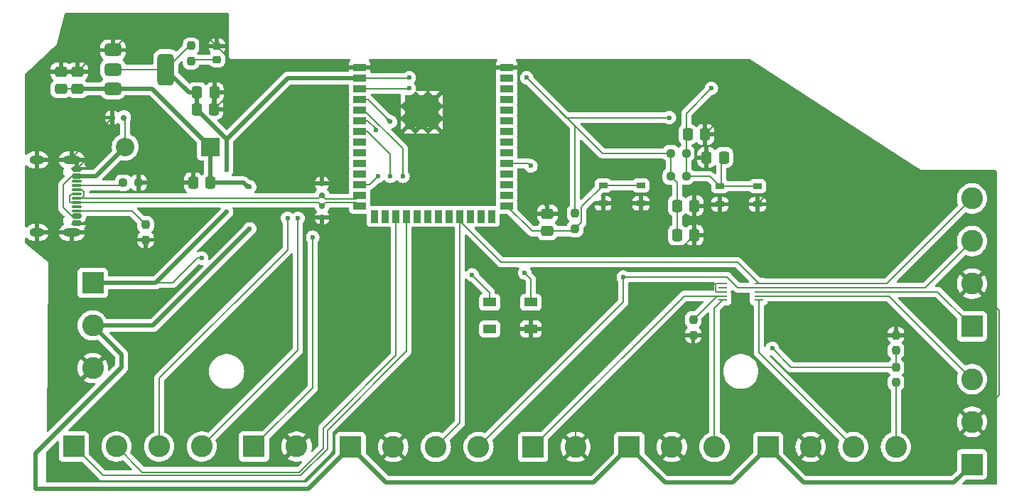
<source format=gbr>
%TF.GenerationSoftware,KiCad,Pcbnew,8.0.0*%
%TF.CreationDate,2024-03-06T11:07:10-06:00*%
%TF.ProjectId,ESP32-S3 Weather Station V2,45535033-322d-4533-9320-576561746865,rev?*%
%TF.SameCoordinates,Original*%
%TF.FileFunction,Copper,L1,Top*%
%TF.FilePolarity,Positive*%
%FSLAX46Y46*%
G04 Gerber Fmt 4.6, Leading zero omitted, Abs format (unit mm)*
G04 Created by KiCad (PCBNEW 8.0.0) date 2024-03-06 11:07:10*
%MOMM*%
%LPD*%
G01*
G04 APERTURE LIST*
G04 Aperture macros list*
%AMRoundRect*
0 Rectangle with rounded corners*
0 $1 Rounding radius*
0 $2 $3 $4 $5 $6 $7 $8 $9 X,Y pos of 4 corners*
0 Add a 4 corners polygon primitive as box body*
4,1,4,$2,$3,$4,$5,$6,$7,$8,$9,$2,$3,0*
0 Add four circle primitives for the rounded corners*
1,1,$1+$1,$2,$3*
1,1,$1+$1,$4,$5*
1,1,$1+$1,$6,$7*
1,1,$1+$1,$8,$9*
0 Add four rect primitives between the rounded corners*
20,1,$1+$1,$2,$3,$4,$5,0*
20,1,$1+$1,$4,$5,$6,$7,0*
20,1,$1+$1,$6,$7,$8,$9,0*
20,1,$1+$1,$8,$9,$2,$3,0*%
G04 Aperture macros list end*
%TA.AperFunction,SMDPad,CuDef*%
%ADD10RoundRect,0.250000X0.475000X-0.337500X0.475000X0.337500X-0.475000X0.337500X-0.475000X-0.337500X0*%
%TD*%
%TA.AperFunction,ComponentPad*%
%ADD11R,2.600000X2.600000*%
%TD*%
%TA.AperFunction,ComponentPad*%
%ADD12C,2.600000*%
%TD*%
%TA.AperFunction,SMDPad,CuDef*%
%ADD13RoundRect,0.237500X0.250000X0.237500X-0.250000X0.237500X-0.250000X-0.237500X0.250000X-0.237500X0*%
%TD*%
%TA.AperFunction,SMDPad,CuDef*%
%ADD14RoundRect,0.237500X0.237500X-0.250000X0.237500X0.250000X-0.237500X0.250000X-0.237500X-0.250000X0*%
%TD*%
%TA.AperFunction,SMDPad,CuDef*%
%ADD15RoundRect,0.237500X-0.237500X0.250000X-0.237500X-0.250000X0.237500X-0.250000X0.237500X0.250000X0*%
%TD*%
%TA.AperFunction,SMDPad,CuDef*%
%ADD16RoundRect,0.250000X0.337500X0.475000X-0.337500X0.475000X-0.337500X-0.475000X0.337500X-0.475000X0*%
%TD*%
%TA.AperFunction,SMDPad,CuDef*%
%ADD17RoundRect,0.150000X-0.200000X0.150000X-0.200000X-0.150000X0.200000X-0.150000X0.200000X0.150000X0*%
%TD*%
%TA.AperFunction,SMDPad,CuDef*%
%ADD18R,1.500000X0.900000*%
%TD*%
%TA.AperFunction,SMDPad,CuDef*%
%ADD19R,0.900000X1.500000*%
%TD*%
%TA.AperFunction,SMDPad,CuDef*%
%ADD20R,1.000000X1.000000*%
%TD*%
%TA.AperFunction,ComponentPad*%
%ADD21C,0.600000*%
%TD*%
%TA.AperFunction,ComponentPad*%
%ADD22R,2.200000X2.200000*%
%TD*%
%TA.AperFunction,ComponentPad*%
%ADD23O,2.200000X2.200000*%
%TD*%
%TA.AperFunction,SMDPad,CuDef*%
%ADD24RoundRect,0.250000X-0.337500X-0.475000X0.337500X-0.475000X0.337500X0.475000X-0.337500X0.475000X0*%
%TD*%
%TA.AperFunction,SMDPad,CuDef*%
%ADD25RoundRect,0.150000X0.200000X-0.150000X0.200000X0.150000X-0.200000X0.150000X-0.200000X-0.150000X0*%
%TD*%
%TA.AperFunction,SMDPad,CuDef*%
%ADD26R,1.500000X1.000000*%
%TD*%
%TA.AperFunction,SMDPad,CuDef*%
%ADD27RoundRect,0.150000X-0.425000X0.150000X-0.425000X-0.150000X0.425000X-0.150000X0.425000X0.150000X0*%
%TD*%
%TA.AperFunction,SMDPad,CuDef*%
%ADD28RoundRect,0.075000X-0.500000X0.075000X-0.500000X-0.075000X0.500000X-0.075000X0.500000X0.075000X0*%
%TD*%
%TA.AperFunction,ComponentPad*%
%ADD29O,2.100000X1.000000*%
%TD*%
%TA.AperFunction,ComponentPad*%
%ADD30O,1.800000X1.000000*%
%TD*%
%TA.AperFunction,SMDPad,CuDef*%
%ADD31RoundRect,0.375000X-0.625000X-0.375000X0.625000X-0.375000X0.625000X0.375000X-0.625000X0.375000X0*%
%TD*%
%TA.AperFunction,SMDPad,CuDef*%
%ADD32RoundRect,0.500000X-0.500000X-1.400000X0.500000X-1.400000X0.500000X1.400000X-0.500000X1.400000X0*%
%TD*%
%TA.AperFunction,SMDPad,CuDef*%
%ADD33R,1.000000X0.700000*%
%TD*%
%TA.AperFunction,SMDPad,CuDef*%
%ADD34R,1.100000X0.250000*%
%TD*%
%TA.AperFunction,SMDPad,CuDef*%
%ADD35RoundRect,0.150000X0.150000X0.200000X-0.150000X0.200000X-0.150000X-0.200000X0.150000X-0.200000X0*%
%TD*%
%TA.AperFunction,SMDPad,CuDef*%
%ADD36RoundRect,0.237500X-0.250000X-0.237500X0.250000X-0.237500X0.250000X0.237500X-0.250000X0.237500X0*%
%TD*%
%TA.AperFunction,SMDPad,CuDef*%
%ADD37RoundRect,0.218750X-0.256250X0.218750X-0.256250X-0.218750X0.256250X-0.218750X0.256250X0.218750X0*%
%TD*%
%TA.AperFunction,ViaPad*%
%ADD38C,0.600000*%
%TD*%
%TA.AperFunction,Conductor*%
%ADD39C,0.500000*%
%TD*%
%TA.AperFunction,Conductor*%
%ADD40C,0.200000*%
%TD*%
G04 APERTURE END LIST*
D10*
%TO.P,C6,1*%
%TO.N,GPIO0*%
X163462500Y-77287500D03*
%TO.P,C6,2*%
%TO.N,GND*%
X163462500Y-75212500D03*
%TD*%
D11*
%TO.P,J8,1,Pin_1*%
%TO.N,VCC_3V3*%
X214055000Y-88620000D03*
D12*
%TO.P,J8,2,Pin_2*%
%TO.N,GND*%
X214055000Y-83540000D03*
%TO.P,J8,3,Pin_3*%
%TO.N,SDA*%
X214055000Y-78460000D03*
%TO.P,J8,4,Pin_4*%
%TO.N,SCL*%
X214055000Y-73380000D03*
%TD*%
D13*
%TO.P,R6,1*%
%TO.N,CHIP_PU*%
X180000000Y-70750000D03*
%TO.P,R6,2*%
%TO.N,VCC_3V3*%
X178175000Y-70750000D03*
%TD*%
D14*
%TO.P,R4,1*%
%TO.N,GPIO0*%
X166750000Y-77000000D03*
%TO.P,R4,2*%
%TO.N,VCC_3V3*%
X166750000Y-75175000D03*
%TD*%
D15*
%TO.P,R9,1*%
%TO.N,GND*%
X205000000Y-89675000D03*
%TO.P,R9,2*%
%TO.N,SPEED*%
X205000000Y-91500000D03*
%TD*%
D16*
%TO.P,C10,1*%
%TO.N,GND*%
X181000000Y-74250000D03*
%TO.P,C10,2*%
%TO.N,VCC_3V3*%
X178925000Y-74250000D03*
%TD*%
D15*
%TO.P,R3,1*%
%TO.N,VCC_3V3*%
X121012500Y-55192500D03*
%TO.P,R3,2*%
%TO.N,Net-(D5-A)*%
X121012500Y-57017500D03*
%TD*%
D10*
%TO.P,C2,1*%
%TO.N,VCC_5V*%
X105500000Y-60325000D03*
%TO.P,C2,2*%
%TO.N,GND*%
X105500000Y-58250000D03*
%TD*%
D17*
%TO.P,D4,1,K*%
%TO.N,GND*%
X136622500Y-75650000D03*
%TO.P,D4,2,A*%
%TO.N,D+*%
X136622500Y-74250000D03*
%TD*%
D11*
%TO.P,J5,1,Pin_1*%
%TO.N,VCC_5V*%
X140010000Y-103000000D03*
D12*
%TO.P,J5,2,Pin_2*%
%TO.N,GND*%
X145090000Y-103000000D03*
%TO.P,J5,3,Pin_3*%
%TO.N,SCL*%
X150170000Y-103000000D03*
%TO.P,J5,4,Pin_4*%
%TO.N,SDA*%
X155250000Y-103000000D03*
%TD*%
D11*
%TO.P,J4,1,Pin_1*%
%TO.N,VCC_5V*%
X189750000Y-103000000D03*
D12*
%TO.P,J4,2,Pin_2*%
%TO.N,GND*%
X194830000Y-103000000D03*
%TO.P,J4,3,Pin_3*%
%TO.N,A2*%
X199910000Y-103000000D03*
%TO.P,J4,4,Pin_4*%
%TO.N,Net-(J4-Pin_4)*%
X204990000Y-103000000D03*
%TD*%
D18*
%TO.P,U2,1,GND*%
%TO.N,GND*%
X141100000Y-57760000D03*
%TO.P,U2,2,3V3*%
%TO.N,VCC_3V3*%
X141100000Y-59030000D03*
%TO.P,U2,3,EN*%
%TO.N,CHIP_PU*%
X141100000Y-60300000D03*
%TO.P,U2,4,IO4*%
%TO.N,SPEED*%
X141100000Y-61570000D03*
%TO.P,U2,5,IO5*%
%TO.N,RAIN*%
X141100000Y-62840000D03*
%TO.P,U2,6,IO6*%
%TO.N,RGB*%
X141100000Y-64110000D03*
%TO.P,U2,7,IO7*%
%TO.N,GPIO7*%
X141100000Y-65380000D03*
%TO.P,U2,8,IO15*%
%TO.N,unconnected-(U2-IO15-Pad8)*%
X141100000Y-66650000D03*
%TO.P,U2,9,IO16*%
%TO.N,unconnected-(U2-IO16-Pad9)*%
X141100000Y-67920000D03*
%TO.P,U2,10,IO17*%
%TO.N,unconnected-(U2-IO17-Pad10)*%
X141100000Y-69190000D03*
%TO.P,U2,11,IO18*%
%TO.N,unconnected-(U2-IO18-Pad11)*%
X141100000Y-70460000D03*
%TO.P,U2,12,IO8*%
%TO.N,GPIO8*%
X141100000Y-71730000D03*
%TO.P,U2,13,USB_D-/IO19*%
%TO.N,D-*%
X141100000Y-73000000D03*
%TO.P,U2,14,USB_D+/IO20*%
%TO.N,D+*%
X141100000Y-74270000D03*
D19*
%TO.P,U2,15,IO3*%
%TO.N,unconnected-(U2-IO3-Pad15)*%
X142865000Y-75520000D03*
%TO.P,U2,16,IO46*%
%TO.N,unconnected-(U2-IO46-Pad16)*%
X144135000Y-75520000D03*
%TO.P,U2,17,IO9*%
%TO.N,GPIO9*%
X145405000Y-75520000D03*
%TO.P,U2,18,IO10*%
%TO.N,GPIO10*%
X146675000Y-75520000D03*
%TO.P,U2,19,IO11*%
%TO.N,unconnected-(U2-IO11-Pad19)*%
X147945000Y-75520000D03*
%TO.P,U2,20,IO12*%
%TO.N,unconnected-(U2-IO12-Pad20)*%
X149215000Y-75520000D03*
%TO.P,U2,21,IO13*%
%TO.N,unconnected-(U2-IO13-Pad21)*%
X150485000Y-75520000D03*
%TO.P,U2,22,IO14*%
%TO.N,unconnected-(U2-IO14-Pad22)*%
X151755000Y-75520000D03*
%TO.P,U2,23,IO21*%
%TO.N,SCL*%
X153025000Y-75520000D03*
%TO.P,U2,24,IO47*%
%TO.N,unconnected-(U2-IO47-Pad24)*%
X154295000Y-75520000D03*
%TO.P,U2,25,IO48*%
%TO.N,unconnected-(U2-IO48-Pad25)*%
X155565000Y-75520000D03*
%TO.P,U2,26,IO45*%
%TO.N,unconnected-(U2-IO45-Pad26)*%
X156835000Y-75520000D03*
D18*
%TO.P,U2,27,IO0*%
%TO.N,GPIO0*%
X158600000Y-74270000D03*
%TO.P,U2,28,NC*%
%TO.N,unconnected-(U2-NC-Pad28)*%
X158600000Y-73000000D03*
%TO.P,U2,29,NC*%
%TO.N,unconnected-(U2-NC-Pad29)*%
X158600000Y-71730000D03*
%TO.P,U2,30,NC*%
%TO.N,unconnected-(U2-NC-Pad30)*%
X158600000Y-70460000D03*
%TO.P,U2,31,IO38*%
%TO.N,SDA*%
X158600000Y-69190000D03*
%TO.P,U2,32,MTCK/IO39*%
%TO.N,unconnected-(U2-MTCK{slash}IO39-Pad32)*%
X158600000Y-67920000D03*
%TO.P,U2,33,MTDO/IO40*%
%TO.N,unconnected-(U2-MTDO{slash}IO40-Pad33)*%
X158600000Y-66650000D03*
%TO.P,U2,34,MTDI/IO41*%
%TO.N,unconnected-(U2-MTDI{slash}IO41-Pad34)*%
X158600000Y-65380000D03*
%TO.P,U2,35,MTMS/IO42*%
%TO.N,unconnected-(U2-MTMS{slash}IO42-Pad35)*%
X158600000Y-64110000D03*
%TO.P,U2,36,RXD0/IO44*%
%TO.N,unconnected-(U2-RXD0{slash}IO44-Pad36)*%
X158600000Y-62840000D03*
%TO.P,U2,37,TXD0/IO43*%
%TO.N,unconnected-(U2-TXD0{slash}IO43-Pad37)*%
X158600000Y-61570000D03*
%TO.P,U2,38,IO2*%
%TO.N,unconnected-(U2-IO2-Pad38)*%
X158600000Y-60300000D03*
%TO.P,U2,39,IO1*%
%TO.N,unconnected-(U2-IO1-Pad39)*%
X158600000Y-59030000D03*
%TO.P,U2,40,GND*%
%TO.N,GND*%
X158600000Y-57760000D03*
D20*
%TO.P,U2,41,GND*%
X146990000Y-61610000D03*
D21*
X146990000Y-62360000D03*
D20*
X146990000Y-63110000D03*
D21*
X146990000Y-63860000D03*
D20*
X146990000Y-64610000D03*
D21*
X147740000Y-61610000D03*
X147740000Y-63110000D03*
X147740000Y-64610000D03*
D20*
X148490000Y-61610000D03*
D21*
X148490000Y-62360000D03*
D20*
X148490000Y-63110000D03*
D21*
X148490000Y-63860000D03*
D20*
X148490000Y-64610000D03*
D21*
X149240000Y-61610000D03*
X149240000Y-63110000D03*
X149240000Y-64610000D03*
D20*
X149990000Y-61610000D03*
D21*
X149990000Y-62360000D03*
D20*
X149990000Y-63110000D03*
D21*
X149990000Y-63860000D03*
D20*
X149990000Y-64610000D03*
%TD*%
D11*
%TO.P,J6,1,Pin_1*%
%TO.N,A0*%
X161752500Y-103000000D03*
D12*
%TO.P,J6,2,Pin_2*%
%TO.N,GND*%
X166832500Y-103000000D03*
%TD*%
D22*
%TO.P,D1,1,K*%
%TO.N,VCC_5V*%
X123330000Y-67250000D03*
D23*
%TO.P,D1,2,A*%
%TO.N,Net-(D1-A)*%
X113170000Y-67250000D03*
%TD*%
D24*
%TO.P,C4,1*%
%TO.N,VCC_3V3*%
X121712500Y-60750000D03*
%TO.P,C4,2*%
%TO.N,GND*%
X123787500Y-60750000D03*
%TD*%
D11*
%TO.P,J2,1,Pin_1*%
%TO.N,RAIN*%
X128508750Y-102945000D03*
D12*
%TO.P,J2,2,Pin_2*%
%TO.N,GND*%
X133588750Y-102945000D03*
%TD*%
D14*
%TO.P,R7,1*%
%TO.N,GND*%
X180837500Y-89662500D03*
%TO.P,R7,2*%
%TO.N,A0*%
X180837500Y-87837500D03*
%TD*%
D24*
%TO.P,C8,1*%
%TO.N,CHIP_PU*%
X180175000Y-65750000D03*
%TO.P,C8,2*%
%TO.N,GND*%
X182250000Y-65750000D03*
%TD*%
D11*
%TO.P,J11,1,Pin_1*%
%TO.N,VCC_3V3*%
X109300000Y-83440000D03*
D12*
%TO.P,J11,2,Pin_2*%
%TO.N,VCC_5V*%
X109300000Y-88520000D03*
%TO.P,J11,3,Pin_3*%
%TO.N,GND*%
X109300000Y-93600000D03*
%TD*%
D25*
%TO.P,D3,1,K*%
%TO.N,GND*%
X136600000Y-71600000D03*
%TO.P,D3,2,A*%
%TO.N,D-*%
X136600000Y-73000000D03*
%TD*%
D16*
%TO.P,C9,1*%
%TO.N,GND*%
X181000000Y-77750000D03*
%TO.P,C9,2*%
%TO.N,VCC_3V3*%
X178925000Y-77750000D03*
%TD*%
D13*
%TO.P,R5,1*%
%TO.N,CHIP_PU*%
X180000000Y-68000000D03*
%TO.P,R5,2*%
%TO.N,VCC_3V3*%
X178175000Y-68000000D03*
%TD*%
D26*
%TO.P,D6,1,VSS*%
%TO.N,GND*%
X161500000Y-88950000D03*
%TO.P,D6,2,DIN*%
%TO.N,RGB*%
X161500000Y-85750000D03*
%TO.P,D6,3,VDD*%
%TO.N,VCC_3V3*%
X156600000Y-85750000D03*
%TO.P,D6,4,DOUT*%
%TO.N,unconnected-(D6-DOUT-Pad4)*%
X156600000Y-88950000D03*
%TD*%
D27*
%TO.P,J1,A1,GND*%
%TO.N,GND*%
X107390000Y-69910000D03*
%TO.P,J1,A4,VBUS*%
%TO.N,Net-(D1-A)*%
X107390000Y-70710000D03*
D28*
%TO.P,J1,A5,CC1*%
%TO.N,Net-(J1-CC1)*%
X107390000Y-71860000D03*
%TO.P,J1,A6,D+*%
%TO.N,D+*%
X107390000Y-72860000D03*
%TO.P,J1,A7,D-*%
%TO.N,D-*%
X107390000Y-73360000D03*
%TO.P,J1,A8,SBU1*%
%TO.N,unconnected-(J1-SBU1-PadA8)*%
X107390000Y-74360000D03*
D27*
%TO.P,J1,A9,VBUS*%
%TO.N,Net-(D1-A)*%
X107390000Y-75510000D03*
%TO.P,J1,A12,GND*%
%TO.N,GND*%
X107390000Y-76310000D03*
%TO.P,J1,B1,GND*%
X107390000Y-76310000D03*
%TO.P,J1,B4,VBUS*%
%TO.N,Net-(D1-A)*%
X107390000Y-75510000D03*
D28*
%TO.P,J1,B5,CC2*%
%TO.N,Net-(J1-CC2)*%
X107390000Y-74860000D03*
%TO.P,J1,B6,D+*%
%TO.N,D+*%
X107390000Y-73860000D03*
%TO.P,J1,B7,D-*%
%TO.N,D-*%
X107390000Y-72360000D03*
%TO.P,J1,B8,SBU2*%
%TO.N,unconnected-(J1-SBU2-PadB8)*%
X107390000Y-71360000D03*
D27*
%TO.P,J1,B9,VBUS*%
%TO.N,Net-(D1-A)*%
X107390000Y-70710000D03*
%TO.P,J1,B12,GND*%
%TO.N,GND*%
X107390000Y-69910000D03*
D29*
%TO.P,J1,S1,SHIELD*%
X106815000Y-68790000D03*
D30*
X102635000Y-68790000D03*
D29*
X106815000Y-77430000D03*
D30*
X102635000Y-77430000D03*
%TD*%
D11*
%TO.P,J7,1,Pin_1*%
%TO.N,VCC_5V*%
X173211250Y-103000000D03*
D12*
%TO.P,J7,2,Pin_2*%
%TO.N,GND*%
X178291250Y-103000000D03*
%TO.P,J7,3,Pin_3*%
%TO.N,A1*%
X183371250Y-103000000D03*
%TD*%
D31*
%TO.P,U1,1,GND*%
%TO.N,GND*%
X111700000Y-55700000D03*
%TO.P,U1,2,VO*%
%TO.N,VCC_3V3*%
X111700000Y-58000000D03*
D32*
X118000000Y-58000000D03*
D31*
%TO.P,U1,3,VI*%
%TO.N,VCC_5V*%
X111700000Y-60300000D03*
%TD*%
D11*
%TO.P,J3,1,Pin_1*%
%TO.N,GPIO10*%
X107040000Y-102940000D03*
D12*
%TO.P,J3,2,Pin_2*%
%TO.N,GPIO9*%
X112120000Y-102940000D03*
%TO.P,J3,3,Pin_3*%
%TO.N,GPIO8*%
X117200000Y-102940000D03*
%TO.P,J3,4,Pin_4*%
%TO.N,GPIO7*%
X122280000Y-102940000D03*
%TD*%
D33*
%TO.P,SW2,1,1*%
%TO.N,GND*%
X188500000Y-74075000D03*
%TO.P,SW2,2,2*%
X184000000Y-74075000D03*
%TO.P,SW2,3,K*%
%TO.N,CHIP_PU*%
X188500000Y-71925000D03*
%TO.P,SW2,4,A*%
X184000000Y-71925000D03*
%TD*%
D15*
%TO.P,R2,1*%
%TO.N,Net-(J1-CC2)*%
X115600000Y-76487500D03*
%TO.P,R2,2*%
%TO.N,GND*%
X115600000Y-78312500D03*
%TD*%
D11*
%TO.P,J10,1,Pin_1*%
%TO.N,VCC_5V*%
X214055000Y-105085000D03*
D12*
%TO.P,J10,2,Pin_2*%
%TO.N,GND*%
X214055000Y-100005000D03*
%TO.P,J10,3,Pin_3*%
%TO.N,A3*%
X214055000Y-94925000D03*
%TD*%
D24*
%TO.P,C5,1*%
%TO.N,VCC_3V3*%
X121675000Y-62750000D03*
%TO.P,C5,2*%
%TO.N,GND*%
X123750000Y-62750000D03*
%TD*%
D34*
%TO.P,U3,1,ADDR*%
%TO.N,GND*%
X184350000Y-83500000D03*
%TO.P,U3,2,ALERT/RDY*%
%TO.N,unconnected-(U3-ALERT{slash}RDY-Pad2)*%
X184350000Y-84000000D03*
%TO.P,U3,3,GND*%
%TO.N,GND*%
X184350000Y-84500000D03*
%TO.P,U3,4,AIN0*%
%TO.N,A0*%
X184350000Y-85000000D03*
%TO.P,U3,5,AIN1*%
%TO.N,A1*%
X184350000Y-85500000D03*
%TO.P,U3,6,AIN2*%
%TO.N,A2*%
X188650000Y-85500000D03*
%TO.P,U3,7,AIN3*%
%TO.N,A3*%
X188650000Y-85000000D03*
%TO.P,U3,8,VDD*%
%TO.N,VCC_3V3*%
X188650000Y-84500000D03*
%TO.P,U3,9,SDA*%
%TO.N,SDA*%
X188650000Y-84000000D03*
%TO.P,U3,10,SCL*%
%TO.N,SCL*%
X188650000Y-83500000D03*
%TD*%
D35*
%TO.P,D2,1,K*%
%TO.N,GND*%
X111600000Y-63750000D03*
%TO.P,D2,2,A*%
%TO.N,Net-(D1-A)*%
X113000000Y-63750000D03*
%TD*%
D16*
%TO.P,C7,1*%
%TO.N,CHIP_PU*%
X184500000Y-68500000D03*
%TO.P,C7,2*%
%TO.N,GND*%
X182425000Y-68500000D03*
%TD*%
D36*
%TO.P,R1,1*%
%TO.N,Net-(J1-CC1)*%
X112925000Y-71500000D03*
%TO.P,R1,2*%
%TO.N,GND*%
X114750000Y-71500000D03*
%TD*%
D16*
%TO.P,C1,1*%
%TO.N,VCC_5V*%
X123325000Y-71500000D03*
%TO.P,C1,2*%
%TO.N,GND*%
X121250000Y-71500000D03*
%TD*%
D37*
%TO.P,D5,1,K*%
%TO.N,GND*%
X124100000Y-55250000D03*
%TO.P,D5,2,A*%
%TO.N,Net-(D5-A)*%
X124100000Y-56825000D03*
%TD*%
D15*
%TO.P,R8,1*%
%TO.N,SPEED*%
X205000000Y-93500000D03*
%TO.P,R8,2*%
%TO.N,Net-(J4-Pin_4)*%
X205000000Y-95325000D03*
%TD*%
D33*
%TO.P,SW1,1,1*%
%TO.N,GND*%
X174600000Y-73975000D03*
%TO.P,SW1,2,2*%
X170100000Y-73975000D03*
%TO.P,SW1,3,K*%
%TO.N,GPIO0*%
X174600000Y-71825000D03*
%TO.P,SW1,4,A*%
X170100000Y-71825000D03*
%TD*%
D10*
%TO.P,C3,1*%
%TO.N,VCC_5V*%
X107500000Y-60325000D03*
%TO.P,C3,2*%
%TO.N,GND*%
X107500000Y-58250000D03*
%TD*%
D38*
%TO.N,VCC_5V*%
X128000000Y-72000000D03*
X128000000Y-77000000D03*
%TO.N,VCC_3V3*%
X147000000Y-59000000D03*
X125250000Y-70000000D03*
X178000000Y-63750000D03*
X122250000Y-80500000D03*
X125250000Y-75000000D03*
X154500000Y-82500000D03*
X161000000Y-59000000D03*
%TO.N,CHIP_PU*%
X183000000Y-60250000D03*
X147000000Y-60250000D03*
%TO.N,RGB*%
X143000000Y-65250000D03*
X160750000Y-82250000D03*
%TO.N,RAIN*%
X146250000Y-70750000D03*
X135500000Y-78000000D03*
%TO.N,GPIO8*%
X143250000Y-70750000D03*
X132500000Y-75750000D03*
%TO.N,SDA*%
X172500000Y-82750000D03*
X161500000Y-69500000D03*
%TO.N,GPIO7*%
X133750000Y-75750000D03*
X144750000Y-70750000D03*
%TO.N,SPEED*%
X190250000Y-91250000D03*
X144750000Y-64250000D03*
%TO.N,GND*%
X106750000Y-85750000D03*
X146500000Y-57750000D03*
X116500000Y-70000000D03*
X174750000Y-78000000D03*
X135250000Y-76250000D03*
X201750000Y-89000000D03*
X161500000Y-72500000D03*
X187000000Y-61000000D03*
X175500000Y-86750000D03*
X155250000Y-57750000D03*
X151500000Y-57750000D03*
X136000000Y-69000000D03*
%TD*%
D39*
%TO.N,VCC_5V*%
X102500000Y-108000000D02*
X102500000Y-103750000D01*
D40*
X128000000Y-72000000D02*
X127750000Y-72000000D01*
D39*
X185500000Y-107250000D02*
X177461250Y-107250000D01*
X116380000Y-60300000D02*
X111700000Y-60300000D01*
X168961250Y-107250000D02*
X144260000Y-107250000D01*
X111425000Y-60325000D02*
X107500000Y-60325000D01*
X127250000Y-71500000D02*
X123325000Y-71500000D01*
X173211250Y-103000000D02*
X168961250Y-107250000D01*
X112750000Y-93500000D02*
X112750000Y-91970000D01*
X144260000Y-107250000D02*
X140010000Y-103000000D01*
D40*
X105500000Y-60325000D02*
X107500000Y-60325000D01*
D39*
X112750000Y-91970000D02*
X109300000Y-88520000D01*
X140010000Y-103000000D02*
X135010000Y-108000000D01*
X214055000Y-105085000D02*
X211890000Y-107250000D01*
X123325000Y-71500000D02*
X123325000Y-67255000D01*
X102500000Y-103750000D02*
X112750000Y-93500000D01*
D40*
X111700000Y-60300000D02*
X111450000Y-60300000D01*
D39*
X123330000Y-67250000D02*
X116380000Y-60300000D01*
X109300000Y-88520000D02*
X116480000Y-88520000D01*
X194000000Y-107250000D02*
X189750000Y-103000000D01*
X211890000Y-107250000D02*
X194000000Y-107250000D01*
X127750000Y-72000000D02*
X127250000Y-71500000D01*
X116480000Y-88520000D02*
X128000000Y-77000000D01*
D40*
X111450000Y-60300000D02*
X111425000Y-60325000D01*
X123325000Y-67255000D02*
X123330000Y-67250000D01*
D39*
X177461250Y-107250000D02*
X173211250Y-103000000D01*
X135010000Y-108000000D02*
X102500000Y-108000000D01*
X189750000Y-103000000D02*
X185500000Y-107250000D01*
D40*
%TO.N,VCC_3V3*%
X188650000Y-84500000D02*
X209935000Y-84500000D01*
X156600000Y-85750000D02*
X156600000Y-84600000D01*
X178925000Y-74250000D02*
X178925000Y-71500000D01*
X122250000Y-80500000D02*
X121750000Y-80500000D01*
X156600000Y-84600000D02*
X154500000Y-82500000D01*
X178000000Y-63750000D02*
X165750000Y-63750000D01*
X141100000Y-59030000D02*
X146970000Y-59030000D01*
X118000000Y-58000000D02*
X111700000Y-58000000D01*
D39*
X116810000Y-83440000D02*
X125250000Y-75000000D01*
D40*
X170000000Y-68000000D02*
X166750000Y-64750000D01*
D39*
X141100000Y-59030000D02*
X132545000Y-59030000D01*
D40*
X166750000Y-64750000D02*
X166750000Y-75175000D01*
D39*
X109300000Y-83440000D02*
X116810000Y-83440000D01*
D40*
X209935000Y-84500000D02*
X214055000Y-88620000D01*
D39*
X120750000Y-60750000D02*
X118000000Y-58000000D01*
X132545000Y-59030000D02*
X125250000Y-66325000D01*
D40*
X163875000Y-61875000D02*
X166750000Y-64750000D01*
X161000000Y-59000000D02*
X163875000Y-61875000D01*
X178925000Y-77750000D02*
X178925000Y-74250000D01*
X165750000Y-63750000D02*
X163875000Y-61875000D01*
D39*
X121712500Y-60750000D02*
X120750000Y-60750000D01*
X125250000Y-70000000D02*
X125250000Y-66325000D01*
D40*
X121750000Y-80500000D02*
X118810000Y-83440000D01*
X178175000Y-68000000D02*
X170000000Y-68000000D01*
X118000000Y-58000000D02*
X120882500Y-55117500D01*
D39*
X121712500Y-60750000D02*
X121712500Y-62712500D01*
D40*
X178175000Y-70750000D02*
X178175000Y-68000000D01*
X146970000Y-59030000D02*
X147000000Y-59000000D01*
X121712500Y-62712500D02*
X121675000Y-62750000D01*
D39*
X125250000Y-66325000D02*
X121675000Y-62750000D01*
D40*
X178925000Y-71500000D02*
X178175000Y-70750000D01*
X118810000Y-83440000D02*
X116810000Y-83440000D01*
%TO.N,GPIO0*%
X158600000Y-74270000D02*
X161617500Y-77287500D01*
X166462500Y-77287500D02*
X166750000Y-77000000D01*
X167525000Y-76225000D02*
X167525000Y-74400000D01*
X163462500Y-77287500D02*
X166462500Y-77287500D01*
X167525000Y-74400000D02*
X170100000Y-71825000D01*
X161617500Y-77287500D02*
X163462500Y-77287500D01*
X170100000Y-71825000D02*
X174600000Y-71825000D01*
X166750000Y-77000000D02*
X167525000Y-76225000D01*
%TO.N,CHIP_PU*%
X180000000Y-63250000D02*
X183000000Y-60250000D01*
X188500000Y-71925000D02*
X184000000Y-71925000D01*
X146950000Y-60300000D02*
X147000000Y-60250000D01*
X141100000Y-60300000D02*
X146950000Y-60300000D01*
X182825000Y-70750000D02*
X184000000Y-71925000D01*
X180000000Y-70750000D02*
X180000000Y-68000000D01*
X184175000Y-71750000D02*
X184000000Y-71925000D01*
X180000000Y-70750000D02*
X182825000Y-70750000D01*
X184175000Y-68500000D02*
X184175000Y-71750000D01*
X180000000Y-68000000D02*
X180000000Y-63250000D01*
D39*
%TO.N,Net-(D1-A)*%
X107390000Y-70710000D02*
X109710000Y-70710000D01*
D40*
X106815001Y-70710000D02*
X107390000Y-70710000D01*
D39*
X109710000Y-70710000D02*
X113170000Y-67250000D01*
D40*
X105750000Y-74444999D02*
X105750000Y-71775001D01*
X107390000Y-75510000D02*
X106815001Y-75510000D01*
X105750000Y-71775001D02*
X106815001Y-70710000D01*
X113170000Y-67250000D02*
X113170000Y-63715000D01*
X106815001Y-75510000D02*
X105750000Y-74444999D01*
%TO.N,D-*%
X108265000Y-73092410D02*
X108265000Y-72627590D01*
X108277501Y-73385000D02*
X136215000Y-73385000D01*
X107997410Y-73360000D02*
X108265000Y-73092410D01*
X136600000Y-73000000D02*
X137011249Y-73411249D01*
X107390000Y-73360000D02*
X108252501Y-73360000D01*
X108252501Y-73360000D02*
X108277501Y-73385000D01*
X141022500Y-72922500D02*
X141100000Y-73000000D01*
X107997410Y-72360000D02*
X107390000Y-72360000D01*
X107390000Y-73360000D02*
X107997410Y-73360000D01*
X108265000Y-72627590D02*
X107997410Y-72360000D01*
X137011249Y-73411249D02*
X140688751Y-73411249D01*
X136215000Y-73385000D02*
X136600000Y-73000000D01*
X140688751Y-73411249D02*
X141100000Y-73000000D01*
%TO.N,D+*%
X106610000Y-73860000D02*
X107390000Y-73860000D01*
X106500000Y-73142590D02*
X106500000Y-73750000D01*
X106782590Y-72860000D02*
X106500000Y-73142590D01*
X137011249Y-73861251D02*
X140691251Y-73861251D01*
X140792500Y-74577500D02*
X141100000Y-74270000D01*
X107390000Y-73860000D02*
X108252501Y-73860000D01*
X108252501Y-73860000D02*
X108277501Y-73835000D01*
X108277501Y-73835000D02*
X136207500Y-73835000D01*
X140691251Y-73861251D02*
X141100000Y-74270000D01*
X136622500Y-74250000D02*
X137011249Y-73861251D01*
X106500000Y-73750000D02*
X106610000Y-73860000D01*
X107390000Y-72860000D02*
X106782590Y-72860000D01*
X136207500Y-73835000D02*
X136622500Y-74250000D01*
%TO.N,Net-(D5-A)*%
X121205000Y-56825000D02*
X121012500Y-57017500D01*
X124100000Y-56825000D02*
X121205000Y-56825000D01*
%TO.N,RGB*%
X161500000Y-85750000D02*
X161500000Y-83000000D01*
X143000000Y-65060000D02*
X143000000Y-65250000D01*
X161500000Y-83000000D02*
X160750000Y-82250000D01*
X141100000Y-64110000D02*
X142050000Y-64110000D01*
X142050000Y-64110000D02*
X143000000Y-65060000D01*
%TO.N,Net-(J1-CC2)*%
X113972500Y-74860000D02*
X115600000Y-76487500D01*
X107390000Y-74860000D02*
X113972500Y-74860000D01*
%TO.N,Net-(J1-CC1)*%
X112565000Y-71860000D02*
X112925000Y-71500000D01*
X107390000Y-71860000D02*
X112565000Y-71860000D01*
%TO.N,RAIN*%
X141630000Y-62840000D02*
X141100000Y-62840000D01*
X128508750Y-102945000D02*
X135500000Y-95953750D01*
X135500000Y-95953750D02*
X135500000Y-78000000D01*
X146250000Y-70750000D02*
X146250000Y-67460000D01*
X146250000Y-67460000D02*
X141630000Y-62840000D01*
%TO.N,GPIO10*%
X110500000Y-106400000D02*
X134075686Y-106400000D01*
X107040000Y-102940000D02*
X110500000Y-106400000D01*
X137250000Y-101000000D02*
X146675000Y-91575000D01*
X146675000Y-91575000D02*
X146675000Y-75520000D01*
X137250000Y-103225686D02*
X137250000Y-101000000D01*
X134075686Y-106400000D02*
X137250000Y-103225686D01*
%TO.N,GPIO9*%
X112120000Y-102940000D02*
X115180000Y-106000000D01*
X145405000Y-92095000D02*
X145405000Y-75520000D01*
X115180000Y-106000000D02*
X133910000Y-106000000D01*
X133910000Y-106000000D02*
X136750000Y-103160000D01*
X136750000Y-100750000D02*
X145405000Y-92095000D01*
X136750000Y-103160000D02*
X136750000Y-100750000D01*
%TO.N,GPIO8*%
X117200000Y-94800000D02*
X132500000Y-79500000D01*
X117200000Y-102940000D02*
X117200000Y-94800000D01*
X143250000Y-70750000D02*
X142270000Y-71730000D01*
X132500000Y-79500000D02*
X132500000Y-75750000D01*
X142270000Y-71730000D02*
X141100000Y-71730000D01*
%TO.N,SDA*%
X184875000Y-82750000D02*
X186125000Y-84000000D01*
X186125000Y-84000000D02*
X188650000Y-84000000D01*
X172500000Y-82750000D02*
X172500000Y-85750000D01*
X208515000Y-84000000D02*
X188650000Y-84000000D01*
X161190000Y-69190000D02*
X158600000Y-69190000D01*
X172500000Y-85750000D02*
X155250000Y-103000000D01*
X172500000Y-82750000D02*
X184875000Y-82750000D01*
X214055000Y-78460000D02*
X208515000Y-84000000D01*
X161500000Y-69500000D02*
X161190000Y-69190000D01*
%TO.N,GPIO7*%
X133750000Y-91470000D02*
X133750000Y-75750000D01*
X144750000Y-70750000D02*
X144750000Y-68080000D01*
X142050000Y-65380000D02*
X141100000Y-65380000D01*
X122280000Y-102940000D02*
X133750000Y-91470000D01*
X144750000Y-68080000D02*
X142050000Y-65380000D01*
%TO.N,Net-(J4-Pin_4)*%
X204990000Y-95335000D02*
X205000000Y-95325000D01*
X204990000Y-103000000D02*
X204990000Y-95335000D01*
%TO.N,SCL*%
X153025000Y-100145000D02*
X153025000Y-75520000D01*
X186150000Y-81000000D02*
X157975000Y-81000000D01*
X153025000Y-76050000D02*
X153025000Y-75520000D01*
X150170000Y-103000000D02*
X153025000Y-100145000D01*
X214055000Y-73380000D02*
X203935000Y-83500000D01*
X188650000Y-83500000D02*
X186150000Y-81000000D01*
X203935000Y-83500000D02*
X188650000Y-83500000D01*
X157975000Y-81000000D02*
X153025000Y-76050000D01*
%TO.N,SPEED*%
X144750000Y-64250000D02*
X142070000Y-61570000D01*
X192500000Y-93500000D02*
X190250000Y-91250000D01*
X205000000Y-93500000D02*
X192500000Y-93500000D01*
X205000000Y-93500000D02*
X205000000Y-91500000D01*
X142070000Y-61570000D02*
X141100000Y-61570000D01*
%TO.N,A2*%
X199910000Y-103000000D02*
X188650000Y-91740000D01*
X188650000Y-91740000D02*
X188650000Y-85500000D01*
%TO.N,A3*%
X214055000Y-94925000D02*
X204130000Y-85000000D01*
X204130000Y-85000000D02*
X188650000Y-85000000D01*
%TO.N,A1*%
X183371250Y-86478750D02*
X184350000Y-85500000D01*
X183371250Y-103000000D02*
X183371250Y-86478750D01*
%TO.N,A0*%
X179752500Y-85000000D02*
X184350000Y-85000000D01*
X183675000Y-85000000D02*
X184350000Y-85000000D01*
X161752500Y-103000000D02*
X179752500Y-85000000D01*
X180837500Y-87837500D02*
X183675000Y-85000000D01*
%TO.N,GND*%
X155240000Y-57760000D02*
X153840000Y-57760000D01*
X192750000Y-69825000D02*
X188500000Y-74075000D01*
X106815000Y-85685000D02*
X106815000Y-77430000D01*
X106750000Y-85750000D02*
X106815000Y-85685000D01*
X197580000Y-105750000D02*
X208000000Y-105750000D01*
X103000000Y-59250000D02*
X104000000Y-58250000D01*
X208560000Y-105500000D02*
X214055000Y-100005000D01*
X183575000Y-84500000D02*
X184350000Y-84500000D01*
X111700000Y-55700000D02*
X110050000Y-55700000D01*
X118000000Y-71500000D02*
X116500000Y-70000000D01*
X151000000Y-106000000D02*
X149750000Y-106000000D01*
X152750000Y-57760000D02*
X158600000Y-57760000D01*
X111600000Y-63750000D02*
X105000000Y-63750000D01*
X112430000Y-77430000D02*
X113312500Y-78312500D01*
X158600000Y-57760000D02*
X155260000Y-57760000D01*
X182250000Y-65750000D02*
X182250000Y-68325000D01*
X191330000Y-99500000D02*
X194830000Y-103000000D01*
X174750000Y-78250000D02*
X176250000Y-79750000D01*
X113312500Y-78312500D02*
X115600000Y-78312500D01*
X181291250Y-106000000D02*
X184500000Y-106000000D01*
X192750000Y-66500000D02*
X192750000Y-69825000D01*
X163462500Y-74462500D02*
X161500000Y-72500000D01*
X174291250Y-99000000D02*
X178291250Y-103000000D01*
X136600000Y-71600000D02*
X136600000Y-69600000D01*
X107500000Y-58250000D02*
X105500000Y-58250000D01*
X149750000Y-106000000D02*
X163832500Y-106000000D01*
X178291250Y-103000000D02*
X181291250Y-106000000D01*
X121925000Y-53075000D02*
X124100000Y-55250000D01*
X192000000Y-65750000D02*
X192750000Y-66500000D01*
X183500000Y-83575000D02*
X178925000Y-83575000D01*
X161500000Y-93500000D02*
X152750000Y-102250000D01*
X183500000Y-83575000D02*
X183500000Y-84425000D01*
X174600000Y-77850000D02*
X174750000Y-78000000D01*
X107390000Y-76310000D02*
X111310000Y-76310000D01*
X148090000Y-106000000D02*
X149750000Y-106000000D01*
X128740000Y-57760000D02*
X129000000Y-57760000D01*
X151490000Y-57760000D02*
X151500000Y-57750000D01*
X126610000Y-57760000D02*
X129000000Y-57760000D01*
X106815000Y-77430000D02*
X112430000Y-77430000D01*
X106815000Y-85815000D02*
X106750000Y-85750000D01*
X151500000Y-57750000D02*
X151510000Y-57760000D01*
X110050000Y-55700000D02*
X107500000Y-58250000D01*
X170100000Y-73975000D02*
X174600000Y-73975000D01*
X151510000Y-57760000D02*
X152750000Y-57760000D01*
X175500000Y-86750000D02*
X175625000Y-86875000D01*
X102635000Y-77430000D02*
X102635000Y-68790000D01*
X208250000Y-105500000D02*
X208560000Y-105500000D01*
X118250000Y-71500000D02*
X114750000Y-71500000D01*
X155250000Y-57750000D02*
X155240000Y-57760000D01*
X146490000Y-57760000D02*
X146500000Y-57750000D01*
X183500000Y-84425000D02*
X183575000Y-84500000D01*
X141100000Y-57760000D02*
X146490000Y-57760000D01*
X174600000Y-73975000D02*
X174600000Y-77850000D01*
X146500000Y-57750000D02*
X146510000Y-57760000D01*
X188500000Y-74075000D02*
X184000000Y-74075000D01*
X205000000Y-89675000D02*
X202425000Y-89675000D01*
X107390000Y-69910000D02*
X111600000Y-65700000D01*
X184500000Y-106000000D02*
X186500000Y-104000000D01*
X103000000Y-61750000D02*
X103000000Y-59250000D01*
X214055000Y-100005000D02*
X217250000Y-96810000D01*
X146510000Y-57760000D02*
X151490000Y-57760000D01*
X217250000Y-96810000D02*
X217250000Y-86735000D01*
X136600000Y-69600000D02*
X136000000Y-69000000D01*
X183575000Y-83500000D02*
X183500000Y-83575000D01*
X124100000Y-55250000D02*
X126610000Y-57760000D01*
X180837500Y-89662500D02*
X180837500Y-100453750D01*
X129000000Y-57760000D02*
X141100000Y-57760000D01*
X105000000Y-63750000D02*
X103000000Y-61750000D01*
X106815000Y-68790000D02*
X106815000Y-68535000D01*
X145090000Y-103000000D02*
X148090000Y-106000000D01*
X111700000Y-55700000D02*
X114325000Y-53075000D01*
X182250000Y-65750000D02*
X187000000Y-61000000D01*
X123750000Y-62750000D02*
X128740000Y-57760000D01*
X194830000Y-103000000D02*
X197580000Y-105750000D01*
X163462500Y-75212500D02*
X163462500Y-74462500D01*
X161500000Y-88950000D02*
X161500000Y-93500000D01*
X116500000Y-70000000D02*
X116750000Y-70250000D01*
X123750000Y-60787500D02*
X123787500Y-60750000D01*
X179000000Y-79750000D02*
X181000000Y-77750000D01*
X174750000Y-78000000D02*
X174750000Y-78250000D01*
X188250000Y-99500000D02*
X191330000Y-99500000D01*
X181000000Y-77750000D02*
X181000000Y-74250000D01*
X182250000Y-65750000D02*
X192000000Y-65750000D01*
X155260000Y-57760000D02*
X155250000Y-57750000D01*
X186500000Y-104000000D02*
X186500000Y-101250000D01*
X180837500Y-100453750D02*
X178291250Y-103000000D01*
X166832500Y-100167500D02*
X168000000Y-99000000D01*
X109300000Y-93600000D02*
X106815000Y-91115000D01*
X202425000Y-89675000D02*
X201750000Y-89000000D01*
X166832500Y-103000000D02*
X166832500Y-100167500D01*
X163832500Y-106000000D02*
X166832500Y-103000000D01*
X106815000Y-77430000D02*
X102635000Y-77430000D01*
X111600000Y-65700000D02*
X111600000Y-63750000D01*
X104000000Y-58250000D02*
X105500000Y-58250000D01*
X217250000Y-86735000D02*
X214055000Y-83540000D01*
X106815000Y-68790000D02*
X102635000Y-68790000D01*
X152340000Y-57760000D02*
X152750000Y-57760000D01*
X121250000Y-71500000D02*
X118250000Y-71500000D01*
X181000000Y-74250000D02*
X183825000Y-74250000D01*
X178925000Y-83575000D02*
X175500000Y-86750000D01*
X176250000Y-79750000D02*
X179000000Y-79750000D01*
X111310000Y-76310000D02*
X113312500Y-78312500D01*
X135250000Y-76250000D02*
X135375000Y-76125000D01*
X186500000Y-101250000D02*
X188250000Y-99500000D01*
X183825000Y-74250000D02*
X184000000Y-74075000D01*
X152750000Y-102250000D02*
X152750000Y-104250000D01*
X106815000Y-68535000D02*
X111600000Y-63750000D01*
X168000000Y-99000000D02*
X174291250Y-99000000D01*
X123750000Y-62750000D02*
X123750000Y-60787500D01*
X114325000Y-53075000D02*
X121925000Y-53075000D01*
X118250000Y-71500000D02*
X118000000Y-71500000D01*
X135850000Y-75650000D02*
X135250000Y-76250000D01*
X152750000Y-104250000D02*
X151000000Y-106000000D01*
X136622500Y-75650000D02*
X135850000Y-75650000D01*
X184350000Y-83500000D02*
X183575000Y-83500000D01*
X182250000Y-68325000D02*
X182425000Y-68500000D01*
X106815000Y-91115000D02*
X106815000Y-85815000D01*
X208000000Y-105750000D02*
X208250000Y-105500000D01*
%TD*%
%TA.AperFunction,Conductor*%
%TO.N,VCC_5V*%
G36*
X127679864Y-71571791D02*
G01*
X127687868Y-71574571D01*
X128103122Y-71718779D01*
X128109813Y-71724730D01*
X128110336Y-71733669D01*
X128110107Y-71734275D01*
X128000734Y-72000640D01*
X128000707Y-72000707D01*
X127890511Y-72264440D01*
X127884159Y-72270752D01*
X127875204Y-72270725D01*
X127873507Y-72269846D01*
X127331843Y-71930738D01*
X127326649Y-71923443D01*
X127328134Y-71914613D01*
X127329774Y-71912552D01*
X127667756Y-71574570D01*
X127676028Y-71571144D01*
X127679864Y-71571791D01*
G37*
%TD.AperFunction*%
%TD*%
%TA.AperFunction,Conductor*%
%TO.N,SPEED*%
G36*
X144403864Y-63758475D02*
G01*
X144854671Y-63968123D01*
X144860726Y-63974718D01*
X144860559Y-63983175D01*
X144752563Y-64246184D01*
X144746251Y-64252536D01*
X144746184Y-64252563D01*
X144483175Y-64360559D01*
X144474220Y-64360532D01*
X144468123Y-64354671D01*
X144258475Y-63903865D01*
X144258095Y-63894920D01*
X144260810Y-63890662D01*
X144390661Y-63760811D01*
X144398933Y-63757385D01*
X144403864Y-63758475D01*
G37*
%TD.AperFunction*%
%TD*%
%TA.AperFunction,Conductor*%
%TO.N,GND*%
G36*
X125443039Y-51269685D02*
G01*
X125488794Y-51322489D01*
X125500000Y-51374000D01*
X125500000Y-56750000D01*
X139896913Y-56750000D01*
X139963952Y-56769685D01*
X140009707Y-56822489D01*
X140019651Y-56891647D01*
X139996180Y-56948311D01*
X139906646Y-57067911D01*
X139906645Y-57067913D01*
X139856403Y-57202620D01*
X139856401Y-57202627D01*
X139850000Y-57262155D01*
X139850000Y-57510000D01*
X142350000Y-57510000D01*
X142350000Y-57262172D01*
X142349999Y-57262155D01*
X142343598Y-57202627D01*
X142343596Y-57202620D01*
X142293354Y-57067913D01*
X142293353Y-57067911D01*
X142203820Y-56948311D01*
X142179403Y-56882847D01*
X142194254Y-56814574D01*
X142243659Y-56765168D01*
X142303087Y-56750000D01*
X157396913Y-56750000D01*
X157463952Y-56769685D01*
X157509707Y-56822489D01*
X157519651Y-56891647D01*
X157496180Y-56948311D01*
X157406646Y-57067911D01*
X157406645Y-57067913D01*
X157356403Y-57202620D01*
X157356401Y-57202627D01*
X157350000Y-57262155D01*
X157350000Y-57510000D01*
X159850000Y-57510000D01*
X159850000Y-57262172D01*
X159849999Y-57262155D01*
X159843598Y-57202627D01*
X159843596Y-57202620D01*
X159793354Y-57067913D01*
X159793353Y-57067911D01*
X159703820Y-56948311D01*
X159679403Y-56882847D01*
X159694254Y-56814574D01*
X159743659Y-56765168D01*
X159803087Y-56750000D01*
X187463415Y-56750000D01*
X187530454Y-56769685D01*
X187530725Y-56769859D01*
X206860774Y-69263671D01*
X208000000Y-70000000D01*
X216876000Y-70000000D01*
X216943039Y-70019685D01*
X216988794Y-70072489D01*
X217000000Y-70124000D01*
X217000000Y-107376000D01*
X216980315Y-107443039D01*
X216927511Y-107488794D01*
X216876000Y-107500000D01*
X213000729Y-107500000D01*
X212933690Y-107480315D01*
X212887935Y-107427511D01*
X212877991Y-107358353D01*
X212907016Y-107294797D01*
X212913048Y-107288319D01*
X213279548Y-106921818D01*
X213340871Y-106888333D01*
X213367229Y-106885499D01*
X215402871Y-106885499D01*
X215402872Y-106885499D01*
X215462483Y-106879091D01*
X215597331Y-106828796D01*
X215712546Y-106742546D01*
X215798796Y-106627331D01*
X215849091Y-106492483D01*
X215855500Y-106432873D01*
X215855499Y-103737128D01*
X215849091Y-103677517D01*
X215836437Y-103643591D01*
X215798797Y-103542671D01*
X215798793Y-103542664D01*
X215712547Y-103427455D01*
X215712544Y-103427452D01*
X215597335Y-103341206D01*
X215597328Y-103341202D01*
X215462482Y-103290908D01*
X215462483Y-103290908D01*
X215402883Y-103284501D01*
X215402881Y-103284500D01*
X215402873Y-103284500D01*
X215402864Y-103284500D01*
X212707129Y-103284500D01*
X212707123Y-103284501D01*
X212647516Y-103290908D01*
X212512671Y-103341202D01*
X212512664Y-103341206D01*
X212397455Y-103427452D01*
X212397452Y-103427455D01*
X212311206Y-103542664D01*
X212311202Y-103542671D01*
X212260908Y-103677517D01*
X212255462Y-103728181D01*
X212254501Y-103737123D01*
X212254500Y-103737135D01*
X212254500Y-105772769D01*
X212234815Y-105839808D01*
X212218181Y-105860450D01*
X211615451Y-106463181D01*
X211554128Y-106496666D01*
X211527770Y-106499500D01*
X194362229Y-106499500D01*
X194295190Y-106479815D01*
X194274548Y-106463181D01*
X191586818Y-103775451D01*
X191553333Y-103714128D01*
X191550499Y-103687770D01*
X191550499Y-103000004D01*
X193024953Y-103000004D01*
X193045113Y-103269026D01*
X193045113Y-103269028D01*
X193105142Y-103532033D01*
X193105148Y-103532052D01*
X193203709Y-103783181D01*
X193203708Y-103783181D01*
X193338602Y-104016822D01*
X193392294Y-104084151D01*
X194228957Y-103247487D01*
X194253978Y-103307890D01*
X194325112Y-103414351D01*
X194415649Y-103504888D01*
X194522110Y-103576022D01*
X194582510Y-103601041D01*
X193744848Y-104438702D01*
X193927483Y-104563220D01*
X193927485Y-104563221D01*
X194170539Y-104680269D01*
X194170537Y-104680269D01*
X194428337Y-104759790D01*
X194428343Y-104759792D01*
X194695101Y-104799999D01*
X194695110Y-104800000D01*
X194964890Y-104800000D01*
X194964898Y-104799999D01*
X195231656Y-104759792D01*
X195231662Y-104759790D01*
X195489461Y-104680269D01*
X195732521Y-104563218D01*
X195915150Y-104438702D01*
X195077488Y-103601041D01*
X195137890Y-103576022D01*
X195244351Y-103504888D01*
X195334888Y-103414351D01*
X195406022Y-103307890D01*
X195431041Y-103247488D01*
X196267703Y-104084151D01*
X196267704Y-104084150D01*
X196321393Y-104016828D01*
X196321400Y-104016817D01*
X196456290Y-103783181D01*
X196554851Y-103532052D01*
X196554857Y-103532033D01*
X196614886Y-103269028D01*
X196614886Y-103269026D01*
X196635047Y-103000004D01*
X196635047Y-102999995D01*
X196614886Y-102730973D01*
X196614886Y-102730971D01*
X196554857Y-102467966D01*
X196554851Y-102467947D01*
X196456290Y-102216818D01*
X196456291Y-102216818D01*
X196321397Y-101983177D01*
X196267704Y-101915847D01*
X195431041Y-102752510D01*
X195406022Y-102692110D01*
X195334888Y-102585649D01*
X195244351Y-102495112D01*
X195137890Y-102423978D01*
X195077488Y-102398958D01*
X195915150Y-101561296D01*
X195732517Y-101436779D01*
X195732516Y-101436778D01*
X195489460Y-101319730D01*
X195489462Y-101319730D01*
X195231662Y-101240209D01*
X195231656Y-101240207D01*
X194964898Y-101200000D01*
X194695101Y-101200000D01*
X194428343Y-101240207D01*
X194428337Y-101240209D01*
X194170538Y-101319730D01*
X193927485Y-101436778D01*
X193927476Y-101436783D01*
X193744848Y-101561296D01*
X194582511Y-102398958D01*
X194522110Y-102423978D01*
X194415649Y-102495112D01*
X194325112Y-102585649D01*
X194253978Y-102692110D01*
X194228958Y-102752511D01*
X193392295Y-101915848D01*
X193338600Y-101983180D01*
X193203709Y-102216818D01*
X193105148Y-102467947D01*
X193105142Y-102467966D01*
X193045113Y-102730971D01*
X193045113Y-102730973D01*
X193024953Y-102999995D01*
X193024953Y-103000004D01*
X191550499Y-103000004D01*
X191550499Y-101652129D01*
X191550498Y-101652123D01*
X191550497Y-101652116D01*
X191544091Y-101592517D01*
X191543946Y-101592129D01*
X191493797Y-101457671D01*
X191493793Y-101457664D01*
X191407547Y-101342455D01*
X191407544Y-101342452D01*
X191292335Y-101256206D01*
X191292328Y-101256202D01*
X191157482Y-101205908D01*
X191157483Y-101205908D01*
X191097883Y-101199501D01*
X191097881Y-101199500D01*
X191097873Y-101199500D01*
X191097864Y-101199500D01*
X188402129Y-101199500D01*
X188402123Y-101199501D01*
X188342516Y-101205908D01*
X188207671Y-101256202D01*
X188207664Y-101256206D01*
X188092455Y-101342452D01*
X188092452Y-101342455D01*
X188006206Y-101457664D01*
X188006202Y-101457671D01*
X187955908Y-101592517D01*
X187955412Y-101597135D01*
X187949501Y-101652123D01*
X187949500Y-101652135D01*
X187949500Y-103687769D01*
X187929815Y-103754808D01*
X187913181Y-103775450D01*
X185225451Y-106463181D01*
X185164128Y-106496666D01*
X185137770Y-106499500D01*
X177823479Y-106499500D01*
X177756440Y-106479815D01*
X177735798Y-106463181D01*
X175048068Y-103775451D01*
X175014583Y-103714128D01*
X175011749Y-103687770D01*
X175011749Y-103000004D01*
X176486203Y-103000004D01*
X176506363Y-103269026D01*
X176506363Y-103269028D01*
X176566392Y-103532033D01*
X176566398Y-103532052D01*
X176664959Y-103783181D01*
X176664958Y-103783181D01*
X176799852Y-104016822D01*
X176853544Y-104084151D01*
X176853545Y-104084151D01*
X177690208Y-103247488D01*
X177715228Y-103307890D01*
X177786362Y-103414351D01*
X177876899Y-103504888D01*
X177983360Y-103576022D01*
X178043760Y-103601041D01*
X177206098Y-104438702D01*
X177388733Y-104563220D01*
X177388735Y-104563221D01*
X177631789Y-104680269D01*
X177631787Y-104680269D01*
X177889587Y-104759790D01*
X177889593Y-104759792D01*
X178156351Y-104799999D01*
X178156360Y-104800000D01*
X178426140Y-104800000D01*
X178426148Y-104799999D01*
X178692906Y-104759792D01*
X178692912Y-104759790D01*
X178950711Y-104680269D01*
X179193771Y-104563218D01*
X179376400Y-104438702D01*
X178538738Y-103601041D01*
X178599140Y-103576022D01*
X178705601Y-103504888D01*
X178796138Y-103414351D01*
X178867272Y-103307890D01*
X178892291Y-103247488D01*
X179728953Y-104084151D01*
X179728954Y-104084150D01*
X179782643Y-104016828D01*
X179782650Y-104016817D01*
X179917540Y-103783181D01*
X180016101Y-103532052D01*
X180016107Y-103532033D01*
X180076136Y-103269028D01*
X180076136Y-103269026D01*
X180096297Y-103000004D01*
X180096297Y-102999995D01*
X180076136Y-102730973D01*
X180076136Y-102730971D01*
X180016107Y-102467966D01*
X180016101Y-102467947D01*
X179917540Y-102216818D01*
X179917541Y-102216818D01*
X179782647Y-101983177D01*
X179728954Y-101915847D01*
X178892291Y-102752510D01*
X178867272Y-102692110D01*
X178796138Y-102585649D01*
X178705601Y-102495112D01*
X178599140Y-102423978D01*
X178538738Y-102398958D01*
X179376400Y-101561296D01*
X179193767Y-101436779D01*
X179193766Y-101436778D01*
X178950710Y-101319730D01*
X178950712Y-101319730D01*
X178692912Y-101240209D01*
X178692906Y-101240207D01*
X178426148Y-101200000D01*
X178156351Y-101200000D01*
X177889593Y-101240207D01*
X177889587Y-101240209D01*
X177631788Y-101319730D01*
X177388735Y-101436778D01*
X177388726Y-101436783D01*
X177206098Y-101561296D01*
X178043761Y-102398958D01*
X177983360Y-102423978D01*
X177876899Y-102495112D01*
X177786362Y-102585649D01*
X177715228Y-102692110D01*
X177690208Y-102752511D01*
X176853545Y-101915848D01*
X176799850Y-101983180D01*
X176664959Y-102216818D01*
X176566398Y-102467947D01*
X176566392Y-102467966D01*
X176506363Y-102730971D01*
X176506363Y-102730973D01*
X176486203Y-102999995D01*
X176486203Y-103000004D01*
X175011749Y-103000004D01*
X175011749Y-101652129D01*
X175011748Y-101652123D01*
X175011747Y-101652116D01*
X175005341Y-101592517D01*
X175005196Y-101592129D01*
X174955047Y-101457671D01*
X174955043Y-101457664D01*
X174868797Y-101342455D01*
X174868794Y-101342452D01*
X174753585Y-101256206D01*
X174753578Y-101256202D01*
X174618732Y-101205908D01*
X174618733Y-101205908D01*
X174559133Y-101199501D01*
X174559131Y-101199500D01*
X174559123Y-101199500D01*
X174559114Y-101199500D01*
X171863379Y-101199500D01*
X171863373Y-101199501D01*
X171803766Y-101205908D01*
X171668921Y-101256202D01*
X171668914Y-101256206D01*
X171553705Y-101342452D01*
X171553702Y-101342455D01*
X171467456Y-101457664D01*
X171467452Y-101457671D01*
X171417158Y-101592517D01*
X171416662Y-101597135D01*
X171410751Y-101652123D01*
X171410750Y-101652135D01*
X171410750Y-103687769D01*
X171391065Y-103754808D01*
X171374431Y-103775450D01*
X168686701Y-106463181D01*
X168625378Y-106496666D01*
X168599020Y-106499500D01*
X144622229Y-106499500D01*
X144555190Y-106479815D01*
X144534548Y-106463181D01*
X141846818Y-103775451D01*
X141813333Y-103714128D01*
X141810499Y-103687770D01*
X141810499Y-103000004D01*
X143284953Y-103000004D01*
X143305113Y-103269026D01*
X143305113Y-103269028D01*
X143365142Y-103532033D01*
X143365148Y-103532052D01*
X143463709Y-103783181D01*
X143463708Y-103783181D01*
X143598602Y-104016822D01*
X143652294Y-104084151D01*
X144488957Y-103247487D01*
X144513978Y-103307890D01*
X144585112Y-103414351D01*
X144675649Y-103504888D01*
X144782110Y-103576022D01*
X144842510Y-103601041D01*
X144004848Y-104438702D01*
X144187483Y-104563220D01*
X144187485Y-104563221D01*
X144430539Y-104680269D01*
X144430537Y-104680269D01*
X144688337Y-104759790D01*
X144688343Y-104759792D01*
X144955101Y-104799999D01*
X144955110Y-104800000D01*
X145224890Y-104800000D01*
X145224898Y-104799999D01*
X145491656Y-104759792D01*
X145491662Y-104759790D01*
X145749461Y-104680269D01*
X145992521Y-104563218D01*
X146175150Y-104438702D01*
X145337488Y-103601041D01*
X145397890Y-103576022D01*
X145504351Y-103504888D01*
X145594888Y-103414351D01*
X145666022Y-103307890D01*
X145691041Y-103247488D01*
X146527703Y-104084151D01*
X146527704Y-104084150D01*
X146581393Y-104016828D01*
X146581400Y-104016817D01*
X146716290Y-103783181D01*
X146814851Y-103532052D01*
X146814857Y-103532033D01*
X146874886Y-103269028D01*
X146874886Y-103269026D01*
X146895047Y-103000004D01*
X146895047Y-102999995D01*
X146874886Y-102730973D01*
X146874886Y-102730971D01*
X146814857Y-102467966D01*
X146814851Y-102467947D01*
X146716290Y-102216818D01*
X146716291Y-102216818D01*
X146581397Y-101983177D01*
X146527704Y-101915847D01*
X145691041Y-102752510D01*
X145666022Y-102692110D01*
X145594888Y-102585649D01*
X145504351Y-102495112D01*
X145397890Y-102423978D01*
X145337488Y-102398958D01*
X146175150Y-101561296D01*
X145992517Y-101436779D01*
X145992516Y-101436778D01*
X145749460Y-101319730D01*
X145749462Y-101319730D01*
X145491662Y-101240209D01*
X145491656Y-101240207D01*
X145224898Y-101200000D01*
X144955101Y-101200000D01*
X144688343Y-101240207D01*
X144688337Y-101240209D01*
X144430538Y-101319730D01*
X144187485Y-101436778D01*
X144187476Y-101436783D01*
X144004848Y-101561296D01*
X144842511Y-102398958D01*
X144782110Y-102423978D01*
X144675649Y-102495112D01*
X144585112Y-102585649D01*
X144513978Y-102692110D01*
X144488958Y-102752511D01*
X143652295Y-101915848D01*
X143598600Y-101983180D01*
X143463709Y-102216818D01*
X143365148Y-102467947D01*
X143365142Y-102467966D01*
X143305113Y-102730971D01*
X143305113Y-102730973D01*
X143284953Y-102999995D01*
X143284953Y-103000004D01*
X141810499Y-103000004D01*
X141810499Y-101652129D01*
X141810498Y-101652123D01*
X141810497Y-101652116D01*
X141804091Y-101592517D01*
X141803946Y-101592129D01*
X141753797Y-101457671D01*
X141753793Y-101457664D01*
X141667547Y-101342455D01*
X141667544Y-101342452D01*
X141552335Y-101256206D01*
X141552328Y-101256202D01*
X141417482Y-101205908D01*
X141417483Y-101205908D01*
X141357883Y-101199501D01*
X141357881Y-101199500D01*
X141357873Y-101199500D01*
X141357864Y-101199500D01*
X138662129Y-101199500D01*
X138662123Y-101199501D01*
X138602516Y-101205908D01*
X138467671Y-101256202D01*
X138467664Y-101256206D01*
X138352455Y-101342452D01*
X138352452Y-101342455D01*
X138266206Y-101457664D01*
X138266202Y-101457671D01*
X138215908Y-101592517D01*
X138215412Y-101597135D01*
X138209501Y-101652123D01*
X138209500Y-101652135D01*
X138209500Y-103687769D01*
X138189815Y-103754808D01*
X138173181Y-103775450D01*
X134735451Y-107213181D01*
X134674128Y-107246666D01*
X134647770Y-107249500D01*
X103877538Y-107249500D01*
X103810499Y-107229815D01*
X103764744Y-107177011D01*
X103753544Y-107124330D01*
X103755371Y-106930639D01*
X103787032Y-103574526D01*
X103807347Y-103507682D01*
X103823332Y-103488035D01*
X105027821Y-102283545D01*
X105089142Y-102250062D01*
X105158834Y-102255046D01*
X105214767Y-102296918D01*
X105239184Y-102362382D01*
X105239500Y-102371228D01*
X105239500Y-104287870D01*
X105239501Y-104287876D01*
X105245908Y-104347483D01*
X105296202Y-104482328D01*
X105296206Y-104482335D01*
X105382452Y-104597544D01*
X105382455Y-104597547D01*
X105497664Y-104683793D01*
X105497671Y-104683797D01*
X105632517Y-104734091D01*
X105632516Y-104734091D01*
X105639444Y-104734835D01*
X105692127Y-104740500D01*
X107939902Y-104740499D01*
X108006941Y-104760184D01*
X108027583Y-104776818D01*
X110015139Y-106764374D01*
X110015149Y-106764385D01*
X110019479Y-106768715D01*
X110019480Y-106768716D01*
X110131284Y-106880520D01*
X110202816Y-106921818D01*
X110218095Y-106930639D01*
X110218097Y-106930641D01*
X110256151Y-106952611D01*
X110268215Y-106959577D01*
X110420943Y-107000501D01*
X110420946Y-107000501D01*
X110586653Y-107000501D01*
X110586669Y-107000500D01*
X133989017Y-107000500D01*
X133989033Y-107000501D01*
X133996629Y-107000501D01*
X134154740Y-107000501D01*
X134154743Y-107000501D01*
X134307471Y-106959577D01*
X134357590Y-106930639D01*
X134444402Y-106880520D01*
X134556206Y-106768716D01*
X134556206Y-106768714D01*
X134566414Y-106758507D01*
X134566416Y-106758504D01*
X137608506Y-103716414D01*
X137608511Y-103716410D01*
X137618714Y-103706206D01*
X137618716Y-103706206D01*
X137730520Y-103594402D01*
X137785267Y-103499577D01*
X137809577Y-103457471D01*
X137850501Y-103304743D01*
X137850501Y-103146629D01*
X137850501Y-103139034D01*
X137850500Y-103139016D01*
X137850500Y-101300096D01*
X137870185Y-101233057D01*
X137886814Y-101212420D01*
X147033506Y-92065727D01*
X147033511Y-92065724D01*
X147043714Y-92055520D01*
X147043716Y-92055520D01*
X147155520Y-91943716D01*
X147216141Y-91838716D01*
X147234577Y-91806785D01*
X147275501Y-91654057D01*
X147275501Y-91495943D01*
X147275501Y-91488348D01*
X147275500Y-91488330D01*
X147275500Y-76890093D01*
X147295185Y-76823054D01*
X147347989Y-76777299D01*
X147412754Y-76766804D01*
X147447127Y-76770500D01*
X148442872Y-76770499D01*
X148502483Y-76764091D01*
X148536667Y-76751340D01*
X148606358Y-76746357D01*
X148623327Y-76751338D01*
X148657517Y-76764091D01*
X148717127Y-76770500D01*
X149712872Y-76770499D01*
X149772483Y-76764091D01*
X149806667Y-76751340D01*
X149876358Y-76746357D01*
X149893327Y-76751338D01*
X149927517Y-76764091D01*
X149987127Y-76770500D01*
X150982872Y-76770499D01*
X151042483Y-76764091D01*
X151076667Y-76751340D01*
X151146358Y-76746357D01*
X151163327Y-76751338D01*
X151197517Y-76764091D01*
X151257127Y-76770500D01*
X152252872Y-76770499D01*
X152252874Y-76770498D01*
X152252887Y-76770498D01*
X152281803Y-76767388D01*
X152287244Y-76766804D01*
X152356003Y-76779208D01*
X152407141Y-76826818D01*
X152424500Y-76890093D01*
X152424500Y-99844902D01*
X152404815Y-99911941D01*
X152388181Y-99932583D01*
X151007852Y-101312911D01*
X150946529Y-101346396D01*
X150876837Y-101341412D01*
X150866383Y-101336956D01*
X150829641Y-101319262D01*
X150770499Y-101301019D01*
X150571773Y-101239720D01*
X150571767Y-101239718D01*
X150304936Y-101199500D01*
X150304929Y-101199500D01*
X150035071Y-101199500D01*
X150035063Y-101199500D01*
X149768232Y-101239718D01*
X149768226Y-101239720D01*
X149510358Y-101319262D01*
X149267230Y-101436346D01*
X149044258Y-101588365D01*
X148846442Y-101771910D01*
X148678185Y-101982898D01*
X148543258Y-102216599D01*
X148543256Y-102216603D01*
X148444666Y-102467804D01*
X148444664Y-102467811D01*
X148384616Y-102730898D01*
X148364451Y-102999995D01*
X148364451Y-103000004D01*
X148384616Y-103269101D01*
X148444664Y-103532188D01*
X148444666Y-103532195D01*
X148540137Y-103775450D01*
X148543257Y-103783398D01*
X148678185Y-104017102D01*
X148731655Y-104084151D01*
X148846442Y-104228089D01*
X148979593Y-104351634D01*
X149044259Y-104411635D01*
X149267226Y-104563651D01*
X149510359Y-104680738D01*
X149768228Y-104760280D01*
X149768229Y-104760280D01*
X149768232Y-104760281D01*
X150035063Y-104800499D01*
X150035068Y-104800499D01*
X150035071Y-104800500D01*
X150035072Y-104800500D01*
X150304928Y-104800500D01*
X150304929Y-104800500D01*
X150304936Y-104800499D01*
X150571767Y-104760281D01*
X150571768Y-104760280D01*
X150571772Y-104760280D01*
X150829641Y-104680738D01*
X151021765Y-104588216D01*
X151072767Y-104563655D01*
X151072767Y-104563654D01*
X151072775Y-104563651D01*
X151295741Y-104411635D01*
X151493561Y-104228085D01*
X151661815Y-104017102D01*
X151796743Y-103783398D01*
X151895334Y-103532195D01*
X151955383Y-103269103D01*
X151965130Y-103139034D01*
X151975549Y-103000004D01*
X151975549Y-102999995D01*
X151955389Y-102730973D01*
X151955383Y-102730897D01*
X151895334Y-102467805D01*
X151828063Y-102296405D01*
X151821895Y-102226810D01*
X151854332Y-102164926D01*
X151855747Y-102163487D01*
X153505520Y-100513716D01*
X153584577Y-100376784D01*
X153625501Y-100224057D01*
X153625501Y-100065942D01*
X153625501Y-100058347D01*
X153625500Y-100058329D01*
X153625500Y-89497870D01*
X155349500Y-89497870D01*
X155349501Y-89497876D01*
X155355908Y-89557483D01*
X155406202Y-89692328D01*
X155406206Y-89692335D01*
X155492452Y-89807544D01*
X155492455Y-89807547D01*
X155607664Y-89893793D01*
X155607671Y-89893797D01*
X155742517Y-89944091D01*
X155742516Y-89944091D01*
X155749444Y-89944835D01*
X155802127Y-89950500D01*
X157397872Y-89950499D01*
X157457483Y-89944091D01*
X157592331Y-89893796D01*
X157707546Y-89807546D01*
X157793796Y-89692331D01*
X157844091Y-89557483D01*
X157850500Y-89497873D01*
X157850500Y-89200000D01*
X160250000Y-89200000D01*
X160250000Y-89497844D01*
X160256401Y-89557372D01*
X160256403Y-89557379D01*
X160306645Y-89692086D01*
X160306649Y-89692093D01*
X160392809Y-89807187D01*
X160392812Y-89807190D01*
X160507906Y-89893350D01*
X160507913Y-89893354D01*
X160642620Y-89943596D01*
X160642627Y-89943598D01*
X160702155Y-89949999D01*
X160702172Y-89950000D01*
X161250000Y-89950000D01*
X161250000Y-89200000D01*
X161750000Y-89200000D01*
X161750000Y-89950000D01*
X162297828Y-89950000D01*
X162297844Y-89949999D01*
X162357372Y-89943598D01*
X162357379Y-89943596D01*
X162492086Y-89893354D01*
X162492093Y-89893350D01*
X162607187Y-89807190D01*
X162607190Y-89807187D01*
X162693350Y-89692093D01*
X162693354Y-89692086D01*
X162743596Y-89557379D01*
X162743598Y-89557372D01*
X162749999Y-89497844D01*
X162750000Y-89497827D01*
X162750000Y-89200000D01*
X161750000Y-89200000D01*
X161250000Y-89200000D01*
X160250000Y-89200000D01*
X157850500Y-89200000D01*
X157850499Y-88700000D01*
X160250000Y-88700000D01*
X161250000Y-88700000D01*
X161250000Y-87950000D01*
X161750000Y-87950000D01*
X161750000Y-88700000D01*
X162750000Y-88700000D01*
X162750000Y-88402172D01*
X162749999Y-88402155D01*
X162743598Y-88342627D01*
X162743596Y-88342620D01*
X162693354Y-88207913D01*
X162693350Y-88207906D01*
X162607190Y-88092812D01*
X162607187Y-88092809D01*
X162492093Y-88006649D01*
X162492086Y-88006645D01*
X162357379Y-87956403D01*
X162357372Y-87956401D01*
X162297844Y-87950000D01*
X161750000Y-87950000D01*
X161250000Y-87950000D01*
X160702155Y-87950000D01*
X160642627Y-87956401D01*
X160642620Y-87956403D01*
X160507913Y-88006645D01*
X160507906Y-88006649D01*
X160392812Y-88092809D01*
X160392809Y-88092812D01*
X160306649Y-88207906D01*
X160306645Y-88207913D01*
X160256403Y-88342620D01*
X160256401Y-88342627D01*
X160250000Y-88402155D01*
X160250000Y-88700000D01*
X157850499Y-88700000D01*
X157850499Y-88402128D01*
X157844091Y-88342517D01*
X157809919Y-88250898D01*
X157793797Y-88207671D01*
X157793793Y-88207664D01*
X157707547Y-88092455D01*
X157707544Y-88092452D01*
X157592335Y-88006206D01*
X157592328Y-88006202D01*
X157457482Y-87955908D01*
X157457483Y-87955908D01*
X157397883Y-87949501D01*
X157397881Y-87949500D01*
X157397873Y-87949500D01*
X157397864Y-87949500D01*
X155802129Y-87949500D01*
X155802123Y-87949501D01*
X155742516Y-87955908D01*
X155607671Y-88006202D01*
X155607664Y-88006206D01*
X155492455Y-88092452D01*
X155492452Y-88092455D01*
X155406206Y-88207664D01*
X155406202Y-88207671D01*
X155355908Y-88342517D01*
X155349566Y-88401513D01*
X155349501Y-88402123D01*
X155349500Y-88402135D01*
X155349500Y-89497870D01*
X153625500Y-89497870D01*
X153625500Y-83043263D01*
X153645185Y-82976224D01*
X153697989Y-82930469D01*
X153767147Y-82920525D01*
X153830703Y-82949550D01*
X153854492Y-82977289D01*
X153870184Y-83002262D01*
X153997738Y-83129816D01*
X154150478Y-83225789D01*
X154320745Y-83285368D01*
X154407669Y-83295161D01*
X154472080Y-83322226D01*
X154481465Y-83330700D01*
X155725644Y-84574879D01*
X155759129Y-84636202D01*
X155754145Y-84705894D01*
X155712273Y-84761827D01*
X155681297Y-84778742D01*
X155607669Y-84806203D01*
X155607664Y-84806206D01*
X155492455Y-84892452D01*
X155492452Y-84892455D01*
X155406206Y-85007664D01*
X155406202Y-85007671D01*
X155355908Y-85142517D01*
X155349501Y-85202116D01*
X155349501Y-85202123D01*
X155349500Y-85202135D01*
X155349500Y-86297870D01*
X155349501Y-86297876D01*
X155355908Y-86357483D01*
X155406202Y-86492328D01*
X155406206Y-86492335D01*
X155492452Y-86607544D01*
X155492455Y-86607547D01*
X155607664Y-86693793D01*
X155607671Y-86693797D01*
X155742517Y-86744091D01*
X155742516Y-86744091D01*
X155749444Y-86744835D01*
X155802127Y-86750500D01*
X157397872Y-86750499D01*
X157457483Y-86744091D01*
X157592331Y-86693796D01*
X157707546Y-86607546D01*
X157793796Y-86492331D01*
X157844091Y-86357483D01*
X157850500Y-86297873D01*
X157850499Y-85202128D01*
X157844091Y-85142517D01*
X157837644Y-85125233D01*
X157793797Y-85007671D01*
X157793793Y-85007664D01*
X157707547Y-84892455D01*
X157707544Y-84892452D01*
X157592335Y-84806206D01*
X157592328Y-84806202D01*
X157457482Y-84755908D01*
X157457483Y-84755908D01*
X157397883Y-84749501D01*
X157397881Y-84749500D01*
X157397873Y-84749500D01*
X157397865Y-84749500D01*
X157324500Y-84749500D01*
X157257461Y-84729815D01*
X157211706Y-84677011D01*
X157200500Y-84625500D01*
X157200500Y-84520942D01*
X157200108Y-84519480D01*
X157200103Y-84519461D01*
X157178925Y-84440424D01*
X157174702Y-84424664D01*
X157159577Y-84368216D01*
X157133576Y-84323181D01*
X157080524Y-84231290D01*
X157080521Y-84231286D01*
X157080520Y-84231284D01*
X156968716Y-84119480D01*
X156968715Y-84119479D01*
X156964385Y-84115149D01*
X156964374Y-84115139D01*
X155330700Y-82481465D01*
X155297215Y-82420142D01*
X155295163Y-82407686D01*
X155285368Y-82320745D01*
X155225789Y-82150478D01*
X155129816Y-81997738D01*
X155002262Y-81870184D01*
X154985625Y-81859730D01*
X154849523Y-81774211D01*
X154679254Y-81714631D01*
X154679249Y-81714630D01*
X154500004Y-81694435D01*
X154499996Y-81694435D01*
X154320750Y-81714630D01*
X154320745Y-81714631D01*
X154150476Y-81774211D01*
X153997737Y-81870184D01*
X153870184Y-81997737D01*
X153870182Y-81997740D01*
X153854493Y-82022709D01*
X153802158Y-82069000D01*
X153733104Y-82079647D01*
X153669256Y-82051271D01*
X153630885Y-81992881D01*
X153625500Y-81956736D01*
X153625500Y-77799097D01*
X153645185Y-77732058D01*
X153697989Y-77686303D01*
X153767147Y-77676359D01*
X153830703Y-77705384D01*
X153837181Y-77711416D01*
X157490139Y-81364374D01*
X157490149Y-81364385D01*
X157494479Y-81368715D01*
X157494480Y-81368716D01*
X157606284Y-81480520D01*
X157681960Y-81524211D01*
X157743215Y-81559577D01*
X157895943Y-81600500D01*
X158054057Y-81600500D01*
X159988339Y-81600500D01*
X160055378Y-81620185D01*
X160101133Y-81672989D01*
X160111077Y-81742147D01*
X160093332Y-81790473D01*
X160024211Y-81900475D01*
X159964631Y-82070745D01*
X159964630Y-82070750D01*
X159944435Y-82249996D01*
X159944435Y-82250003D01*
X159964630Y-82429249D01*
X159964631Y-82429254D01*
X160024211Y-82599523D01*
X160118760Y-82749996D01*
X160120184Y-82752262D01*
X160247738Y-82879816D01*
X160400478Y-82975789D01*
X160570745Y-83035368D01*
X160657669Y-83045161D01*
X160722080Y-83072226D01*
X160731465Y-83080700D01*
X160863181Y-83212416D01*
X160896666Y-83273739D01*
X160899500Y-83300097D01*
X160899500Y-84625500D01*
X160879815Y-84692539D01*
X160827011Y-84738294D01*
X160775502Y-84749500D01*
X160702130Y-84749500D01*
X160702123Y-84749501D01*
X160642516Y-84755908D01*
X160507671Y-84806202D01*
X160507664Y-84806206D01*
X160392455Y-84892452D01*
X160392452Y-84892455D01*
X160306206Y-85007664D01*
X160306202Y-85007671D01*
X160255908Y-85142517D01*
X160249501Y-85202116D01*
X160249501Y-85202123D01*
X160249500Y-85202135D01*
X160249500Y-86297870D01*
X160249501Y-86297876D01*
X160255908Y-86357483D01*
X160306202Y-86492328D01*
X160306206Y-86492335D01*
X160392452Y-86607544D01*
X160392455Y-86607547D01*
X160507664Y-86693793D01*
X160507671Y-86693797D01*
X160642517Y-86744091D01*
X160642516Y-86744091D01*
X160649444Y-86744835D01*
X160702127Y-86750500D01*
X162297872Y-86750499D01*
X162357483Y-86744091D01*
X162492331Y-86693796D01*
X162607546Y-86607546D01*
X162693796Y-86492331D01*
X162744091Y-86357483D01*
X162750500Y-86297873D01*
X162750499Y-85202128D01*
X162744091Y-85142517D01*
X162737644Y-85125233D01*
X162693797Y-85007671D01*
X162693793Y-85007664D01*
X162607547Y-84892455D01*
X162607544Y-84892452D01*
X162492335Y-84806206D01*
X162492328Y-84806202D01*
X162357482Y-84755908D01*
X162357483Y-84755908D01*
X162297883Y-84749501D01*
X162297881Y-84749500D01*
X162297873Y-84749500D01*
X162297865Y-84749500D01*
X162224500Y-84749500D01*
X162157461Y-84729815D01*
X162111706Y-84677011D01*
X162100500Y-84625500D01*
X162100500Y-82920945D01*
X162100500Y-82920943D01*
X162081363Y-82849522D01*
X162059577Y-82768215D01*
X162014707Y-82690499D01*
X162008215Y-82679255D01*
X161980521Y-82631286D01*
X161980520Y-82631284D01*
X161868716Y-82519480D01*
X161868715Y-82519479D01*
X161864385Y-82515149D01*
X161864374Y-82515139D01*
X161580700Y-82231465D01*
X161547215Y-82170142D01*
X161545163Y-82157686D01*
X161535368Y-82070745D01*
X161475789Y-81900478D01*
X161406667Y-81790472D01*
X161387667Y-81723236D01*
X161408034Y-81656401D01*
X161461302Y-81611186D01*
X161511661Y-81600500D01*
X185849903Y-81600500D01*
X185916942Y-81620185D01*
X185937584Y-81636819D01*
X187488584Y-83187819D01*
X187522069Y-83249142D01*
X187517085Y-83318834D01*
X187475213Y-83374767D01*
X187409749Y-83399184D01*
X187400903Y-83399500D01*
X186425097Y-83399500D01*
X186358058Y-83379815D01*
X186337416Y-83363181D01*
X185362590Y-82388355D01*
X185362588Y-82388352D01*
X185243717Y-82269481D01*
X185243709Y-82269475D01*
X185141936Y-82210717D01*
X185141934Y-82210716D01*
X185106790Y-82190425D01*
X185106789Y-82190424D01*
X185094263Y-82187067D01*
X184954057Y-82149499D01*
X184795943Y-82149499D01*
X184788347Y-82149499D01*
X184788331Y-82149500D01*
X173082412Y-82149500D01*
X173015373Y-82129815D01*
X173005097Y-82122445D01*
X173002263Y-82120185D01*
X173002262Y-82120184D01*
X172937748Y-82079647D01*
X172849523Y-82024211D01*
X172679254Y-81964631D01*
X172679249Y-81964630D01*
X172500004Y-81944435D01*
X172499996Y-81944435D01*
X172320750Y-81964630D01*
X172320745Y-81964631D01*
X172150476Y-82024211D01*
X171997737Y-82120184D01*
X171870184Y-82247737D01*
X171774211Y-82400476D01*
X171714631Y-82570745D01*
X171714630Y-82570750D01*
X171694435Y-82749996D01*
X171694435Y-82750003D01*
X171714630Y-82929249D01*
X171714631Y-82929254D01*
X171774211Y-83099523D01*
X171870185Y-83252263D01*
X171872445Y-83255097D01*
X171873334Y-83257275D01*
X171873889Y-83258158D01*
X171873734Y-83258255D01*
X171898855Y-83319783D01*
X171899500Y-83332412D01*
X171899500Y-85449902D01*
X171879815Y-85516941D01*
X171863181Y-85537583D01*
X156087852Y-101312911D01*
X156026529Y-101346396D01*
X155956837Y-101341412D01*
X155946383Y-101336956D01*
X155909641Y-101319262D01*
X155850499Y-101301019D01*
X155651773Y-101239720D01*
X155651767Y-101239718D01*
X155384936Y-101199500D01*
X155384929Y-101199500D01*
X155115071Y-101199500D01*
X155115063Y-101199500D01*
X154848232Y-101239718D01*
X154848226Y-101239720D01*
X154590358Y-101319262D01*
X154347230Y-101436346D01*
X154124258Y-101588365D01*
X153926442Y-101771910D01*
X153758185Y-101982898D01*
X153623258Y-102216599D01*
X153623256Y-102216603D01*
X153524666Y-102467804D01*
X153524664Y-102467811D01*
X153464616Y-102730898D01*
X153444451Y-102999995D01*
X153444451Y-103000004D01*
X153464616Y-103269101D01*
X153524664Y-103532188D01*
X153524666Y-103532195D01*
X153620137Y-103775450D01*
X153623257Y-103783398D01*
X153758185Y-104017102D01*
X153811655Y-104084151D01*
X153926442Y-104228089D01*
X154059593Y-104351634D01*
X154124259Y-104411635D01*
X154347226Y-104563651D01*
X154590359Y-104680738D01*
X154848228Y-104760280D01*
X154848229Y-104760280D01*
X154848232Y-104760281D01*
X155115063Y-104800499D01*
X155115068Y-104800499D01*
X155115071Y-104800500D01*
X155115072Y-104800500D01*
X155384928Y-104800500D01*
X155384929Y-104800500D01*
X155384936Y-104800499D01*
X155651767Y-104760281D01*
X155651768Y-104760280D01*
X155651772Y-104760280D01*
X155909641Y-104680738D01*
X156101765Y-104588216D01*
X156152767Y-104563655D01*
X156152767Y-104563654D01*
X156152775Y-104563651D01*
X156375741Y-104411635D01*
X156573561Y-104228085D01*
X156741815Y-104017102D01*
X156876743Y-103783398D01*
X156975334Y-103532195D01*
X157035383Y-103269103D01*
X157045130Y-103139034D01*
X157055549Y-103000004D01*
X157055549Y-102999995D01*
X157035389Y-102730973D01*
X157035383Y-102730897D01*
X156975334Y-102467805D01*
X156908063Y-102296405D01*
X156901895Y-102226809D01*
X156934333Y-102164925D01*
X156935751Y-102163482D01*
X172858506Y-86240728D01*
X172858511Y-86240724D01*
X172868714Y-86230520D01*
X172868716Y-86230520D01*
X172980520Y-86118716D01*
X173009340Y-86068798D01*
X173050081Y-85998233D01*
X173050082Y-85998230D01*
X173059577Y-85981785D01*
X173100501Y-85829057D01*
X173100501Y-85670943D01*
X173100501Y-85663348D01*
X173100500Y-85663330D01*
X173100500Y-83474500D01*
X173120185Y-83407461D01*
X173172989Y-83361706D01*
X173224500Y-83350500D01*
X183224138Y-83350500D01*
X183291177Y-83370185D01*
X183297152Y-83375000D01*
X183301373Y-83375000D01*
X183368412Y-83394685D01*
X183414167Y-83447489D01*
X183424111Y-83516647D01*
X183400644Y-83573305D01*
X183399147Y-83575305D01*
X183343216Y-83617179D01*
X183300027Y-83624972D01*
X183300000Y-83625000D01*
X183300000Y-83672844D01*
X183306619Y-83734398D01*
X183306620Y-83760909D01*
X183305909Y-83767514D01*
X183305909Y-83767517D01*
X183299500Y-83827127D01*
X183299500Y-83827134D01*
X183299500Y-83827135D01*
X183299500Y-84172869D01*
X183299501Y-84172876D01*
X183306619Y-84239092D01*
X183306619Y-84265598D01*
X183304130Y-84288753D01*
X183277393Y-84353304D01*
X183220001Y-84393154D01*
X183180840Y-84399500D01*
X179673443Y-84399500D01*
X179520710Y-84440424D01*
X179470596Y-84469359D01*
X179470595Y-84469360D01*
X179447756Y-84482546D01*
X179383785Y-84519479D01*
X179271978Y-84631286D01*
X162740082Y-101163181D01*
X162678759Y-101196666D01*
X162652401Y-101199500D01*
X160404629Y-101199500D01*
X160404623Y-101199501D01*
X160345016Y-101205908D01*
X160210171Y-101256202D01*
X160210164Y-101256206D01*
X160094955Y-101342452D01*
X160094952Y-101342455D01*
X160008706Y-101457664D01*
X160008702Y-101457671D01*
X159958408Y-101592517D01*
X159957912Y-101597135D01*
X159952001Y-101652123D01*
X159952000Y-101652135D01*
X159952000Y-104347870D01*
X159952001Y-104347876D01*
X159958408Y-104407483D01*
X160008702Y-104542328D01*
X160008706Y-104542335D01*
X160094952Y-104657544D01*
X160094955Y-104657547D01*
X160210164Y-104743793D01*
X160210171Y-104743797D01*
X160345017Y-104794091D01*
X160345016Y-104794091D01*
X160351944Y-104794835D01*
X160404627Y-104800500D01*
X163100372Y-104800499D01*
X163159983Y-104794091D01*
X163294831Y-104743796D01*
X163410046Y-104657546D01*
X163496296Y-104542331D01*
X163546591Y-104407483D01*
X163553000Y-104347873D01*
X163552999Y-103000004D01*
X165027453Y-103000004D01*
X165047613Y-103269026D01*
X165047613Y-103269028D01*
X165107642Y-103532033D01*
X165107648Y-103532052D01*
X165206209Y-103783181D01*
X165206208Y-103783181D01*
X165341102Y-104016822D01*
X165394794Y-104084151D01*
X165394795Y-104084151D01*
X166231458Y-103247488D01*
X166256478Y-103307890D01*
X166327612Y-103414351D01*
X166418149Y-103504888D01*
X166524610Y-103576022D01*
X166585010Y-103601041D01*
X165747348Y-104438702D01*
X165929983Y-104563220D01*
X165929985Y-104563221D01*
X166173039Y-104680269D01*
X166173037Y-104680269D01*
X166430837Y-104759790D01*
X166430843Y-104759792D01*
X166697601Y-104799999D01*
X166697610Y-104800000D01*
X166967390Y-104800000D01*
X166967398Y-104799999D01*
X167234156Y-104759792D01*
X167234162Y-104759790D01*
X167491961Y-104680269D01*
X167735021Y-104563218D01*
X167917650Y-104438702D01*
X167079988Y-103601041D01*
X167140390Y-103576022D01*
X167246851Y-103504888D01*
X167337388Y-103414351D01*
X167408522Y-103307890D01*
X167433541Y-103247488D01*
X168270203Y-104084151D01*
X168270204Y-104084150D01*
X168323893Y-104016828D01*
X168323900Y-104016817D01*
X168458790Y-103783181D01*
X168557351Y-103532052D01*
X168557357Y-103532033D01*
X168617386Y-103269028D01*
X168617386Y-103269026D01*
X168637547Y-103000004D01*
X168637547Y-102999995D01*
X168617386Y-102730973D01*
X168617386Y-102730971D01*
X168557357Y-102467966D01*
X168557351Y-102467947D01*
X168458790Y-102216818D01*
X168458791Y-102216818D01*
X168323897Y-101983177D01*
X168270204Y-101915847D01*
X167433541Y-102752510D01*
X167408522Y-102692110D01*
X167337388Y-102585649D01*
X167246851Y-102495112D01*
X167140390Y-102423978D01*
X167079988Y-102398958D01*
X167917650Y-101561296D01*
X167735017Y-101436779D01*
X167735016Y-101436778D01*
X167491960Y-101319730D01*
X167491962Y-101319730D01*
X167234162Y-101240209D01*
X167234156Y-101240207D01*
X166967398Y-101200000D01*
X166697601Y-101200000D01*
X166430843Y-101240207D01*
X166430837Y-101240209D01*
X166173038Y-101319730D01*
X165929985Y-101436778D01*
X165929976Y-101436783D01*
X165747348Y-101561296D01*
X166585011Y-102398958D01*
X166524610Y-102423978D01*
X166418149Y-102495112D01*
X166327612Y-102585649D01*
X166256478Y-102692110D01*
X166231458Y-102752511D01*
X165394795Y-101915848D01*
X165341100Y-101983180D01*
X165206209Y-102216818D01*
X165107648Y-102467947D01*
X165107642Y-102467966D01*
X165047613Y-102730971D01*
X165047613Y-102730973D01*
X165027453Y-102999995D01*
X165027453Y-103000004D01*
X163552999Y-103000004D01*
X163552999Y-102100095D01*
X163572684Y-102033057D01*
X163589313Y-102012420D01*
X175689234Y-89912500D01*
X179862501Y-89912500D01*
X179862501Y-89961654D01*
X179872819Y-90062652D01*
X179927046Y-90226300D01*
X179927051Y-90226311D01*
X180017552Y-90373034D01*
X180017555Y-90373038D01*
X180139461Y-90494944D01*
X180139465Y-90494947D01*
X180286188Y-90585448D01*
X180286199Y-90585453D01*
X180449847Y-90639680D01*
X180550852Y-90649999D01*
X180587500Y-90649999D01*
X180587500Y-89912500D01*
X181087500Y-89912500D01*
X181087500Y-90649999D01*
X181124140Y-90649999D01*
X181124154Y-90649998D01*
X181225152Y-90639680D01*
X181388800Y-90585453D01*
X181388811Y-90585448D01*
X181535534Y-90494947D01*
X181535538Y-90494944D01*
X181657444Y-90373038D01*
X181657447Y-90373034D01*
X181747948Y-90226311D01*
X181747953Y-90226300D01*
X181802180Y-90062652D01*
X181812499Y-89961654D01*
X181812500Y-89961641D01*
X181812500Y-89912500D01*
X181087500Y-89912500D01*
X180587500Y-89912500D01*
X179862501Y-89912500D01*
X175689234Y-89912500D01*
X179964916Y-85636819D01*
X180026239Y-85603334D01*
X180052597Y-85600500D01*
X181925903Y-85600500D01*
X181992942Y-85620185D01*
X182038697Y-85672989D01*
X182048641Y-85742147D01*
X182019616Y-85805703D01*
X182013584Y-85812181D01*
X181012582Y-86813181D01*
X180951259Y-86846666D01*
X180924901Y-86849500D01*
X180550830Y-86849500D01*
X180550812Y-86849501D01*
X180449747Y-86859825D01*
X180285984Y-86914092D01*
X180285981Y-86914093D01*
X180139148Y-87004661D01*
X180017161Y-87126648D01*
X179926593Y-87273481D01*
X179926591Y-87273486D01*
X179899219Y-87356088D01*
X179872326Y-87437247D01*
X179872326Y-87437248D01*
X179872325Y-87437248D01*
X179862000Y-87538315D01*
X179862000Y-88136669D01*
X179862001Y-88136687D01*
X179872325Y-88237752D01*
X179926592Y-88401515D01*
X179926593Y-88401518D01*
X179960895Y-88457129D01*
X179999670Y-88519995D01*
X180017161Y-88548351D01*
X180131482Y-88662672D01*
X180164967Y-88723995D01*
X180159983Y-88793687D01*
X180131483Y-88838034D01*
X180017552Y-88951965D01*
X179927051Y-89098688D01*
X179927046Y-89098699D01*
X179872819Y-89262347D01*
X179862500Y-89363345D01*
X179862500Y-89412500D01*
X181812499Y-89412500D01*
X181812499Y-89363360D01*
X181812498Y-89363345D01*
X181802180Y-89262347D01*
X181747953Y-89098699D01*
X181747948Y-89098688D01*
X181657447Y-88951965D01*
X181657444Y-88951961D01*
X181543517Y-88838034D01*
X181510032Y-88776711D01*
X181515016Y-88707019D01*
X181543513Y-88662676D01*
X181657840Y-88548350D01*
X181748408Y-88401516D01*
X181802674Y-88237753D01*
X181813000Y-88136677D01*
X181812999Y-87762595D01*
X181832683Y-87695557D01*
X181849313Y-87674920D01*
X182559070Y-86965164D01*
X182620392Y-86931680D01*
X182690084Y-86936664D01*
X182746017Y-86978536D01*
X182770434Y-87044000D01*
X182770750Y-87052846D01*
X182770750Y-101212866D01*
X182751065Y-101279905D01*
X182700552Y-101324586D01*
X182468480Y-101436346D01*
X182245508Y-101588365D01*
X182047692Y-101771910D01*
X181879435Y-101982898D01*
X181744508Y-102216599D01*
X181744506Y-102216603D01*
X181645916Y-102467804D01*
X181645914Y-102467811D01*
X181585866Y-102730898D01*
X181565701Y-102999995D01*
X181565701Y-103000004D01*
X181585866Y-103269101D01*
X181645914Y-103532188D01*
X181645916Y-103532195D01*
X181741387Y-103775450D01*
X181744507Y-103783398D01*
X181879435Y-104017102D01*
X181932905Y-104084151D01*
X182047692Y-104228089D01*
X182180843Y-104351634D01*
X182245509Y-104411635D01*
X182468476Y-104563651D01*
X182711609Y-104680738D01*
X182969478Y-104760280D01*
X182969479Y-104760280D01*
X182969482Y-104760281D01*
X183236313Y-104800499D01*
X183236318Y-104800499D01*
X183236321Y-104800500D01*
X183236322Y-104800500D01*
X183506178Y-104800500D01*
X183506179Y-104800500D01*
X183506186Y-104800499D01*
X183773017Y-104760281D01*
X183773018Y-104760280D01*
X183773022Y-104760280D01*
X184030891Y-104680738D01*
X184223015Y-104588216D01*
X184274017Y-104563655D01*
X184274017Y-104563654D01*
X184274025Y-104563651D01*
X184496991Y-104411635D01*
X184694811Y-104228085D01*
X184863065Y-104017102D01*
X184997993Y-103783398D01*
X185096584Y-103532195D01*
X185156633Y-103269103D01*
X185166380Y-103139034D01*
X185176799Y-103000004D01*
X185176799Y-102999995D01*
X185156639Y-102730973D01*
X185156633Y-102730897D01*
X185096584Y-102467805D01*
X184997993Y-102216602D01*
X184863065Y-101982898D01*
X184694811Y-101771915D01*
X184694810Y-101771914D01*
X184694807Y-101771910D01*
X184496991Y-101588365D01*
X184457288Y-101561296D01*
X184274025Y-101436349D01*
X184274019Y-101436346D01*
X184274018Y-101436345D01*
X184274017Y-101436344D01*
X184041949Y-101324587D01*
X183990089Y-101277765D01*
X183971750Y-101212867D01*
X183971750Y-94000000D01*
X184407121Y-94000000D01*
X184426613Y-94284980D01*
X184426614Y-94284981D01*
X184484727Y-94564640D01*
X184484732Y-94564657D01*
X184580387Y-94833803D01*
X184709180Y-95082363D01*
X184711804Y-95087426D01*
X184765305Y-95163220D01*
X184876531Y-95320793D01*
X185071491Y-95529543D01*
X185071494Y-95529546D01*
X185071499Y-95529551D01*
X185293078Y-95709819D01*
X185293080Y-95709820D01*
X185293081Y-95709821D01*
X185537141Y-95858237D01*
X185716077Y-95935960D01*
X185799137Y-95972038D01*
X186074191Y-96049105D01*
X186322981Y-96083299D01*
X186357176Y-96088000D01*
X186357177Y-96088000D01*
X186642824Y-96088000D01*
X186673332Y-96083806D01*
X186925809Y-96049105D01*
X187200863Y-95972038D01*
X187442460Y-95867097D01*
X187462858Y-95858237D01*
X187655099Y-95741333D01*
X187706922Y-95709819D01*
X187928501Y-95529551D01*
X188123470Y-95320791D01*
X188288196Y-95087426D01*
X188419612Y-94833805D01*
X188515269Y-94564652D01*
X188515270Y-94564645D01*
X188515272Y-94564640D01*
X188537932Y-94455590D01*
X188573386Y-94284980D01*
X188592879Y-94000000D01*
X188573386Y-93715020D01*
X188536181Y-93535981D01*
X188515272Y-93435359D01*
X188515267Y-93435342D01*
X188453643Y-93261950D01*
X188419612Y-93166195D01*
X188288196Y-92912574D01*
X188123470Y-92679209D01*
X188123468Y-92679206D01*
X187928508Y-92470456D01*
X187928504Y-92470452D01*
X187928501Y-92470449D01*
X187918607Y-92462400D01*
X187706918Y-92290178D01*
X187462858Y-92141762D01*
X187200866Y-92027963D01*
X187200864Y-92027962D01*
X187200863Y-92027962D01*
X187014678Y-91975795D01*
X186925814Y-91950896D01*
X186925810Y-91950895D01*
X186925809Y-91950895D01*
X186699064Y-91919730D01*
X186642824Y-91912000D01*
X186642823Y-91912000D01*
X186357177Y-91912000D01*
X186357176Y-91912000D01*
X186074191Y-91950895D01*
X186074185Y-91950896D01*
X185799133Y-92027963D01*
X185537141Y-92141762D01*
X185293081Y-92290178D01*
X185071505Y-92470443D01*
X185071491Y-92470456D01*
X184876531Y-92679206D01*
X184711801Y-92912578D01*
X184580387Y-93166196D01*
X184484732Y-93435342D01*
X184484727Y-93435359D01*
X184426614Y-93715018D01*
X184426613Y-93715019D01*
X184407121Y-94000000D01*
X183971750Y-94000000D01*
X183971750Y-86778847D01*
X183991435Y-86711808D01*
X184008069Y-86691166D01*
X184537417Y-86161818D01*
X184598740Y-86128333D01*
X184625098Y-86125499D01*
X184947871Y-86125499D01*
X184947872Y-86125499D01*
X185007483Y-86119091D01*
X185142331Y-86068796D01*
X185257546Y-85982546D01*
X185343796Y-85867331D01*
X185394091Y-85732483D01*
X185400500Y-85672873D01*
X185400499Y-85327128D01*
X185394091Y-85267517D01*
X185394089Y-85267513D01*
X185393632Y-85263255D01*
X185393632Y-85236745D01*
X185394089Y-85232486D01*
X185394091Y-85232483D01*
X185400500Y-85172873D01*
X185400499Y-84827128D01*
X185394091Y-84767517D01*
X185394090Y-84767516D01*
X185393380Y-84760904D01*
X185393381Y-84734393D01*
X185399999Y-84672842D01*
X185400000Y-84672827D01*
X185400000Y-84625000D01*
X185399948Y-84624948D01*
X185333086Y-84605315D01*
X185300877Y-84575336D01*
X185300128Y-84574336D01*
X185275694Y-84508879D01*
X185290528Y-84440602D01*
X185300128Y-84425664D01*
X185300877Y-84424664D01*
X185356822Y-84382807D01*
X185399972Y-84375027D01*
X185436319Y-84338681D01*
X185438174Y-84340536D01*
X185472489Y-84310803D01*
X185541647Y-84300859D01*
X185605203Y-84329884D01*
X185611681Y-84335916D01*
X185640139Y-84364374D01*
X185640149Y-84364385D01*
X185644479Y-84368715D01*
X185644480Y-84368716D01*
X185756284Y-84480520D01*
X185823734Y-84519461D01*
X185843095Y-84530639D01*
X185843097Y-84530641D01*
X185881151Y-84552611D01*
X185893215Y-84559577D01*
X186045943Y-84600501D01*
X186045946Y-84600501D01*
X186211653Y-84600501D01*
X186211669Y-84600500D01*
X187480336Y-84600500D01*
X187547375Y-84620185D01*
X187593130Y-84672989D01*
X187603626Y-84711249D01*
X187606367Y-84736752D01*
X187606367Y-84763257D01*
X187605909Y-84767516D01*
X187605909Y-84767517D01*
X187599500Y-84827127D01*
X187599500Y-84827130D01*
X187599500Y-84827133D01*
X187599500Y-85172869D01*
X187599501Y-85172879D01*
X187606367Y-85236751D01*
X187606367Y-85263257D01*
X187605909Y-85267516D01*
X187605909Y-85267517D01*
X187599500Y-85327127D01*
X187599500Y-85327130D01*
X187599500Y-85327133D01*
X187599500Y-85672869D01*
X187599501Y-85672876D01*
X187605908Y-85732483D01*
X187656202Y-85867328D01*
X187656206Y-85867335D01*
X187742452Y-85982544D01*
X187742455Y-85982547D01*
X187857664Y-86068793D01*
X187857673Y-86068798D01*
X187968832Y-86110257D01*
X188024766Y-86152127D01*
X188049184Y-86217592D01*
X188049500Y-86226439D01*
X188049500Y-91653330D01*
X188049499Y-91653348D01*
X188049499Y-91819054D01*
X188049498Y-91819054D01*
X188090423Y-91971785D01*
X188090424Y-91971788D01*
X188092735Y-91975790D01*
X188092738Y-91975795D01*
X188169477Y-92108712D01*
X188169481Y-92108717D01*
X188288349Y-92227585D01*
X188288355Y-92227590D01*
X198224187Y-102163423D01*
X198257672Y-102224746D01*
X198252688Y-102294438D01*
X198251935Y-102296406D01*
X198230901Y-102350000D01*
X198184667Y-102467804D01*
X198184664Y-102467811D01*
X198184663Y-102467816D01*
X198124616Y-102730898D01*
X198104451Y-102999995D01*
X198104451Y-103000004D01*
X198124616Y-103269101D01*
X198184664Y-103532188D01*
X198184666Y-103532195D01*
X198280137Y-103775450D01*
X198283257Y-103783398D01*
X198418185Y-104017102D01*
X198471655Y-104084151D01*
X198586442Y-104228089D01*
X198719593Y-104351634D01*
X198784259Y-104411635D01*
X199007226Y-104563651D01*
X199250359Y-104680738D01*
X199508228Y-104760280D01*
X199508229Y-104760280D01*
X199508232Y-104760281D01*
X199775063Y-104800499D01*
X199775068Y-104800499D01*
X199775071Y-104800500D01*
X199775072Y-104800500D01*
X200044928Y-104800500D01*
X200044929Y-104800500D01*
X200044936Y-104800499D01*
X200311767Y-104760281D01*
X200311768Y-104760280D01*
X200311772Y-104760280D01*
X200569641Y-104680738D01*
X200761765Y-104588216D01*
X200812767Y-104563655D01*
X200812767Y-104563654D01*
X200812775Y-104563651D01*
X201035741Y-104411635D01*
X201233561Y-104228085D01*
X201401815Y-104017102D01*
X201536743Y-103783398D01*
X201635334Y-103532195D01*
X201695383Y-103269103D01*
X201705130Y-103139034D01*
X201715549Y-103000004D01*
X201715549Y-102999995D01*
X201695389Y-102730973D01*
X201695383Y-102730897D01*
X201635334Y-102467805D01*
X201536743Y-102216602D01*
X201401815Y-101982898D01*
X201233561Y-101771915D01*
X201233560Y-101771914D01*
X201233557Y-101771910D01*
X201035741Y-101588365D01*
X200996038Y-101561296D01*
X200812775Y-101436349D01*
X200812769Y-101436346D01*
X200812768Y-101436345D01*
X200812767Y-101436344D01*
X200569643Y-101319263D01*
X200569645Y-101319263D01*
X200311773Y-101239720D01*
X200311767Y-101239718D01*
X200044936Y-101199500D01*
X200044929Y-101199500D01*
X199775071Y-101199500D01*
X199775063Y-101199500D01*
X199508232Y-101239718D01*
X199508226Y-101239720D01*
X199250355Y-101319263D01*
X199213629Y-101336950D01*
X199144688Y-101348302D01*
X199080553Y-101320580D01*
X199072147Y-101312911D01*
X190010117Y-92250881D01*
X189976632Y-92189558D01*
X189981616Y-92119866D01*
X190023488Y-92063933D01*
X190088952Y-92039516D01*
X190111679Y-92039979D01*
X190157667Y-92045161D01*
X190222081Y-92072227D01*
X190231464Y-92080699D01*
X192131284Y-93980520D01*
X192131286Y-93980521D01*
X192131290Y-93980524D01*
X192268209Y-94059573D01*
X192268216Y-94059577D01*
X192420943Y-94100501D01*
X192420945Y-94100501D01*
X192586654Y-94100501D01*
X192586670Y-94100500D01*
X204042389Y-94100500D01*
X204109428Y-94120185D01*
X204147928Y-94159404D01*
X204179659Y-94210849D01*
X204293629Y-94324819D01*
X204327114Y-94386142D01*
X204322130Y-94455834D01*
X204293629Y-94500181D01*
X204179661Y-94614148D01*
X204089093Y-94760981D01*
X204089092Y-94760984D01*
X204034826Y-94924747D01*
X204034826Y-94924748D01*
X204034825Y-94924748D01*
X204024500Y-95025815D01*
X204024500Y-95624169D01*
X204024501Y-95624187D01*
X204034825Y-95725252D01*
X204040154Y-95741333D01*
X204089092Y-95889016D01*
X204179660Y-96035850D01*
X204301650Y-96157840D01*
X204330595Y-96175693D01*
X204377320Y-96227639D01*
X204389500Y-96281232D01*
X204389500Y-101212866D01*
X204369815Y-101279905D01*
X204319302Y-101324586D01*
X204087230Y-101436346D01*
X203864258Y-101588365D01*
X203666442Y-101771910D01*
X203498185Y-101982898D01*
X203363258Y-102216599D01*
X203363256Y-102216603D01*
X203264666Y-102467804D01*
X203264664Y-102467811D01*
X203204616Y-102730898D01*
X203184451Y-102999995D01*
X203184451Y-103000004D01*
X203204616Y-103269101D01*
X203264664Y-103532188D01*
X203264666Y-103532195D01*
X203360137Y-103775450D01*
X203363257Y-103783398D01*
X203498185Y-104017102D01*
X203551655Y-104084151D01*
X203666442Y-104228089D01*
X203799593Y-104351634D01*
X203864259Y-104411635D01*
X204087226Y-104563651D01*
X204330359Y-104680738D01*
X204588228Y-104760280D01*
X204588229Y-104760280D01*
X204588232Y-104760281D01*
X204855063Y-104800499D01*
X204855068Y-104800499D01*
X204855071Y-104800500D01*
X204855072Y-104800500D01*
X205124928Y-104800500D01*
X205124929Y-104800500D01*
X205124936Y-104800499D01*
X205391767Y-104760281D01*
X205391768Y-104760280D01*
X205391772Y-104760280D01*
X205649641Y-104680738D01*
X205841765Y-104588216D01*
X205892767Y-104563655D01*
X205892767Y-104563654D01*
X205892775Y-104563651D01*
X206115741Y-104411635D01*
X206313561Y-104228085D01*
X206481815Y-104017102D01*
X206616743Y-103783398D01*
X206715334Y-103532195D01*
X206775383Y-103269103D01*
X206785130Y-103139034D01*
X206795549Y-103000004D01*
X206795549Y-102999995D01*
X206775389Y-102730973D01*
X206775383Y-102730897D01*
X206715334Y-102467805D01*
X206616743Y-102216602D01*
X206481815Y-101982898D01*
X206313561Y-101771915D01*
X206313560Y-101771914D01*
X206313557Y-101771910D01*
X206115741Y-101588365D01*
X206076038Y-101561296D01*
X205892775Y-101436349D01*
X205892769Y-101436346D01*
X205892768Y-101436345D01*
X205892767Y-101436344D01*
X205660699Y-101324587D01*
X205608839Y-101277765D01*
X205590500Y-101212867D01*
X205590500Y-100005004D01*
X212249953Y-100005004D01*
X212270113Y-100274026D01*
X212270113Y-100274028D01*
X212330142Y-100537033D01*
X212330148Y-100537052D01*
X212428709Y-100788181D01*
X212428708Y-100788181D01*
X212563602Y-101021822D01*
X212617294Y-101089151D01*
X213453957Y-100252487D01*
X213478978Y-100312890D01*
X213550112Y-100419351D01*
X213640649Y-100509888D01*
X213747110Y-100581022D01*
X213807510Y-100606041D01*
X212969848Y-101443702D01*
X213152483Y-101568220D01*
X213152485Y-101568221D01*
X213395539Y-101685269D01*
X213395537Y-101685269D01*
X213653337Y-101764790D01*
X213653343Y-101764792D01*
X213920101Y-101804999D01*
X213920110Y-101805000D01*
X214189890Y-101805000D01*
X214189898Y-101804999D01*
X214456656Y-101764792D01*
X214456662Y-101764790D01*
X214714461Y-101685269D01*
X214957521Y-101568218D01*
X215140150Y-101443702D01*
X214302488Y-100606041D01*
X214362890Y-100581022D01*
X214469351Y-100509888D01*
X214559888Y-100419351D01*
X214631022Y-100312890D01*
X214656041Y-100252488D01*
X215492703Y-101089151D01*
X215492704Y-101089150D01*
X215546393Y-101021828D01*
X215546400Y-101021817D01*
X215681290Y-100788181D01*
X215779851Y-100537052D01*
X215779857Y-100537033D01*
X215839886Y-100274028D01*
X215839886Y-100274026D01*
X215860047Y-100005004D01*
X215860047Y-100004995D01*
X215839886Y-99735973D01*
X215839886Y-99735971D01*
X215779857Y-99472966D01*
X215779851Y-99472947D01*
X215681290Y-99221818D01*
X215681291Y-99221818D01*
X215546397Y-98988177D01*
X215492704Y-98920847D01*
X214656041Y-99757510D01*
X214631022Y-99697110D01*
X214559888Y-99590649D01*
X214469351Y-99500112D01*
X214362890Y-99428978D01*
X214302488Y-99403958D01*
X215140150Y-98566296D01*
X214957517Y-98441779D01*
X214957516Y-98441778D01*
X214714460Y-98324730D01*
X214714462Y-98324730D01*
X214456662Y-98245209D01*
X214456656Y-98245207D01*
X214189898Y-98205000D01*
X213920101Y-98205000D01*
X213653343Y-98245207D01*
X213653337Y-98245209D01*
X213395538Y-98324730D01*
X213152485Y-98441778D01*
X213152476Y-98441783D01*
X212969848Y-98566296D01*
X213807511Y-99403958D01*
X213747110Y-99428978D01*
X213640649Y-99500112D01*
X213550112Y-99590649D01*
X213478978Y-99697110D01*
X213453958Y-99757511D01*
X212617295Y-98920848D01*
X212563600Y-98988180D01*
X212428709Y-99221818D01*
X212330148Y-99472947D01*
X212330142Y-99472966D01*
X212270113Y-99735971D01*
X212270113Y-99735973D01*
X212249953Y-100004995D01*
X212249953Y-100005004D01*
X205590500Y-100005004D01*
X205590500Y-96293568D01*
X205610185Y-96226529D01*
X205649401Y-96188031D01*
X205698350Y-96157840D01*
X205820340Y-96035850D01*
X205910908Y-95889016D01*
X205965174Y-95725253D01*
X205975500Y-95624177D01*
X205975499Y-95025824D01*
X205974129Y-95012416D01*
X205965174Y-94924747D01*
X205953344Y-94889046D01*
X205910908Y-94760984D01*
X205820340Y-94614150D01*
X205706371Y-94500181D01*
X205672886Y-94438858D01*
X205677870Y-94369166D01*
X205706371Y-94324819D01*
X205746210Y-94284980D01*
X205820340Y-94210850D01*
X205910908Y-94064016D01*
X205965174Y-93900253D01*
X205975500Y-93799177D01*
X205975499Y-93200824D01*
X205965174Y-93099747D01*
X205910908Y-92935984D01*
X205820340Y-92789150D01*
X205698350Y-92667160D01*
X205698349Y-92667159D01*
X205659402Y-92643136D01*
X205612678Y-92591187D01*
X205600500Y-92537598D01*
X205600500Y-92462400D01*
X205620185Y-92395361D01*
X205659401Y-92356863D01*
X205698350Y-92332840D01*
X205820340Y-92210850D01*
X205910908Y-92064016D01*
X205965174Y-91900253D01*
X205975500Y-91799177D01*
X205975499Y-91200824D01*
X205971090Y-91157666D01*
X205965174Y-91099747D01*
X205957425Y-91076363D01*
X205910908Y-90935984D01*
X205820340Y-90789150D01*
X205706017Y-90674827D01*
X205672532Y-90613504D01*
X205677516Y-90543812D01*
X205706017Y-90499464D01*
X205819948Y-90385533D01*
X205910448Y-90238811D01*
X205910453Y-90238800D01*
X205964680Y-90075152D01*
X205974999Y-89974154D01*
X205975000Y-89974141D01*
X205975000Y-89925000D01*
X204025001Y-89925000D01*
X204025001Y-89974154D01*
X204035319Y-90075152D01*
X204089546Y-90238800D01*
X204089551Y-90238811D01*
X204180052Y-90385534D01*
X204180055Y-90385538D01*
X204293982Y-90499465D01*
X204327467Y-90560788D01*
X204322483Y-90630480D01*
X204293983Y-90674827D01*
X204179659Y-90789151D01*
X204089093Y-90935981D01*
X204089091Y-90935986D01*
X204069920Y-90993840D01*
X204034826Y-91099747D01*
X204034826Y-91099748D01*
X204034825Y-91099748D01*
X204024500Y-91200815D01*
X204024500Y-91799169D01*
X204024501Y-91799187D01*
X204034825Y-91900252D01*
X204059858Y-91975795D01*
X204089064Y-92063933D01*
X204089092Y-92064015D01*
X204089093Y-92064018D01*
X204099383Y-92080700D01*
X204179660Y-92210850D01*
X204301650Y-92332840D01*
X204340597Y-92356862D01*
X204387320Y-92408807D01*
X204399500Y-92462400D01*
X204399500Y-92537598D01*
X204379815Y-92604637D01*
X204340598Y-92643136D01*
X204301650Y-92667159D01*
X204179659Y-92789150D01*
X204147928Y-92840596D01*
X204095980Y-92887321D01*
X204042389Y-92899500D01*
X192800098Y-92899500D01*
X192733059Y-92879815D01*
X192712417Y-92863181D01*
X191080700Y-91231465D01*
X191047215Y-91170142D01*
X191045163Y-91157686D01*
X191035368Y-91070745D01*
X190975789Y-90900478D01*
X190879816Y-90747738D01*
X190752262Y-90620184D01*
X190682886Y-90576592D01*
X190599523Y-90524211D01*
X190429254Y-90464631D01*
X190429249Y-90464630D01*
X190250004Y-90444435D01*
X190249996Y-90444435D01*
X190070750Y-90464630D01*
X190070745Y-90464631D01*
X189900476Y-90524211D01*
X189747737Y-90620184D01*
X189620184Y-90747737D01*
X189524209Y-90900480D01*
X189491541Y-90993840D01*
X189450820Y-91050616D01*
X189385867Y-91076363D01*
X189317305Y-91062907D01*
X189266903Y-91014519D01*
X189250500Y-90952885D01*
X189250500Y-89425000D01*
X204025000Y-89425000D01*
X204750000Y-89425000D01*
X204750000Y-88687500D01*
X205250000Y-88687500D01*
X205250000Y-89425000D01*
X205974999Y-89425000D01*
X205974999Y-89375860D01*
X205974998Y-89375845D01*
X205964680Y-89274847D01*
X205910453Y-89111199D01*
X205910448Y-89111188D01*
X205819947Y-88964465D01*
X205819944Y-88964461D01*
X205698038Y-88842555D01*
X205698034Y-88842552D01*
X205551311Y-88752051D01*
X205551300Y-88752046D01*
X205387652Y-88697819D01*
X205286654Y-88687500D01*
X205250000Y-88687500D01*
X204750000Y-88687500D01*
X204713361Y-88687500D01*
X204713343Y-88687501D01*
X204612347Y-88697819D01*
X204448699Y-88752046D01*
X204448688Y-88752051D01*
X204301965Y-88842552D01*
X204301961Y-88842555D01*
X204180055Y-88964461D01*
X204180052Y-88964465D01*
X204089551Y-89111188D01*
X204089546Y-89111199D01*
X204035319Y-89274847D01*
X204025000Y-89375845D01*
X204025000Y-89425000D01*
X189250500Y-89425000D01*
X189250500Y-86226439D01*
X189270185Y-86159400D01*
X189322989Y-86113645D01*
X189331168Y-86110257D01*
X189442326Y-86068798D01*
X189442326Y-86068797D01*
X189442331Y-86068796D01*
X189557546Y-85982546D01*
X189643796Y-85867331D01*
X189694091Y-85732483D01*
X189696375Y-85711243D01*
X189723114Y-85646692D01*
X189780507Y-85606845D01*
X189819664Y-85600500D01*
X203829903Y-85600500D01*
X203896942Y-85620185D01*
X203917584Y-85636819D01*
X212369187Y-94088423D01*
X212402672Y-94149746D01*
X212397688Y-94219438D01*
X212396935Y-94221406D01*
X212385713Y-94250000D01*
X212329667Y-94392804D01*
X212329664Y-94392811D01*
X212329663Y-94392816D01*
X212269616Y-94655898D01*
X212249451Y-94924995D01*
X212249451Y-94925004D01*
X212269616Y-95194101D01*
X212329664Y-95457188D01*
X212329666Y-95457195D01*
X212428256Y-95708396D01*
X212428258Y-95708400D01*
X212437988Y-95725253D01*
X212563185Y-95942102D01*
X212679535Y-96088000D01*
X212731442Y-96153089D01*
X212918183Y-96326358D01*
X212929259Y-96336635D01*
X213152226Y-96488651D01*
X213395359Y-96605738D01*
X213653228Y-96685280D01*
X213653229Y-96685280D01*
X213653232Y-96685281D01*
X213920063Y-96725499D01*
X213920068Y-96725499D01*
X213920071Y-96725500D01*
X213920072Y-96725500D01*
X214189928Y-96725500D01*
X214189929Y-96725500D01*
X214189936Y-96725499D01*
X214456767Y-96685281D01*
X214456768Y-96685280D01*
X214456772Y-96685280D01*
X214714641Y-96605738D01*
X214957775Y-96488651D01*
X215180741Y-96336635D01*
X215343589Y-96185534D01*
X215378557Y-96153089D01*
X215378557Y-96153087D01*
X215378561Y-96153085D01*
X215546815Y-95942102D01*
X215681743Y-95708398D01*
X215780334Y-95457195D01*
X215840383Y-95194103D01*
X215851519Y-95045504D01*
X215860549Y-94925004D01*
X215860549Y-94924995D01*
X215840383Y-94655898D01*
X215831464Y-94616822D01*
X215780334Y-94392805D01*
X215681743Y-94141602D01*
X215546815Y-93907898D01*
X215378561Y-93696915D01*
X215378560Y-93696914D01*
X215378557Y-93696910D01*
X215180741Y-93513365D01*
X215066311Y-93435348D01*
X214957775Y-93361349D01*
X214957771Y-93361347D01*
X214957768Y-93361345D01*
X214957767Y-93361344D01*
X214714643Y-93244263D01*
X214714645Y-93244263D01*
X214456773Y-93164720D01*
X214456767Y-93164718D01*
X214189936Y-93124500D01*
X214189929Y-93124500D01*
X213920071Y-93124500D01*
X213920063Y-93124500D01*
X213653232Y-93164718D01*
X213653226Y-93164720D01*
X213395355Y-93244263D01*
X213358629Y-93261950D01*
X213289688Y-93273302D01*
X213225553Y-93245580D01*
X213217147Y-93237911D01*
X209274469Y-89295233D01*
X205291415Y-85312180D01*
X205257931Y-85250858D01*
X205262915Y-85181166D01*
X205304787Y-85125233D01*
X205370251Y-85100816D01*
X205379097Y-85100500D01*
X209634903Y-85100500D01*
X209701942Y-85120185D01*
X209722584Y-85136819D01*
X212218181Y-87632416D01*
X212251666Y-87693739D01*
X212254500Y-87720097D01*
X212254500Y-89967870D01*
X212254501Y-89967876D01*
X212260908Y-90027483D01*
X212311202Y-90162328D01*
X212311206Y-90162335D01*
X212397452Y-90277544D01*
X212397455Y-90277547D01*
X212512664Y-90363793D01*
X212512671Y-90363797D01*
X212647517Y-90414091D01*
X212647516Y-90414091D01*
X212654444Y-90414835D01*
X212707127Y-90420500D01*
X215402872Y-90420499D01*
X215462483Y-90414091D01*
X215597331Y-90363796D01*
X215712546Y-90277546D01*
X215798796Y-90162331D01*
X215849091Y-90027483D01*
X215855500Y-89967873D01*
X215855499Y-87272128D01*
X215849091Y-87212517D01*
X215798796Y-87077669D01*
X215798795Y-87077668D01*
X215798793Y-87077664D01*
X215712547Y-86962455D01*
X215712544Y-86962452D01*
X215597335Y-86876206D01*
X215597328Y-86876202D01*
X215462482Y-86825908D01*
X215462483Y-86825908D01*
X215402883Y-86819501D01*
X215402881Y-86819500D01*
X215402873Y-86819500D01*
X215402865Y-86819500D01*
X213155097Y-86819500D01*
X213088058Y-86799815D01*
X213067416Y-86783181D01*
X210422590Y-84138355D01*
X210422588Y-84138352D01*
X210303717Y-84019481D01*
X210303716Y-84019480D01*
X210216904Y-83969360D01*
X210216904Y-83969359D01*
X210216900Y-83969358D01*
X210166785Y-83940423D01*
X210014057Y-83899499D01*
X209855943Y-83899499D01*
X209848347Y-83899499D01*
X209848331Y-83899500D01*
X209764097Y-83899500D01*
X209697058Y-83879815D01*
X209651303Y-83827011D01*
X209641359Y-83757853D01*
X209670384Y-83694297D01*
X209676416Y-83687819D01*
X209824231Y-83540004D01*
X212249953Y-83540004D01*
X212270113Y-83809026D01*
X212270113Y-83809028D01*
X212330142Y-84072033D01*
X212330148Y-84072052D01*
X212428709Y-84323181D01*
X212428708Y-84323181D01*
X212563602Y-84556822D01*
X212617294Y-84624151D01*
X213453957Y-83787487D01*
X213478978Y-83847890D01*
X213550112Y-83954351D01*
X213640649Y-84044888D01*
X213747110Y-84116022D01*
X213807510Y-84141041D01*
X212969848Y-84978702D01*
X213152483Y-85103220D01*
X213152485Y-85103221D01*
X213395539Y-85220269D01*
X213395537Y-85220269D01*
X213653337Y-85299790D01*
X213653343Y-85299792D01*
X213920101Y-85339999D01*
X213920110Y-85340000D01*
X214189890Y-85340000D01*
X214189898Y-85339999D01*
X214456656Y-85299792D01*
X214456662Y-85299790D01*
X214714461Y-85220269D01*
X214957521Y-85103218D01*
X215140150Y-84978702D01*
X214302488Y-84141041D01*
X214362890Y-84116022D01*
X214469351Y-84044888D01*
X214559888Y-83954351D01*
X214631022Y-83847890D01*
X214656041Y-83787488D01*
X215492703Y-84624151D01*
X215492704Y-84624150D01*
X215546393Y-84556828D01*
X215546400Y-84556817D01*
X215681290Y-84323181D01*
X215779851Y-84072052D01*
X215779857Y-84072033D01*
X215839886Y-83809028D01*
X215839886Y-83809026D01*
X215860047Y-83540004D01*
X215860047Y-83539995D01*
X215839886Y-83270973D01*
X215839886Y-83270971D01*
X215779857Y-83007966D01*
X215779851Y-83007947D01*
X215681290Y-82756818D01*
X215681291Y-82756818D01*
X215546397Y-82523177D01*
X215492704Y-82455847D01*
X214656041Y-83292510D01*
X214631022Y-83232110D01*
X214559888Y-83125649D01*
X214469351Y-83035112D01*
X214362890Y-82963978D01*
X214302488Y-82938958D01*
X215140150Y-82101296D01*
X214957517Y-81976779D01*
X214957516Y-81976778D01*
X214714460Y-81859730D01*
X214714462Y-81859730D01*
X214456662Y-81780209D01*
X214456656Y-81780207D01*
X214189898Y-81740000D01*
X213920101Y-81740000D01*
X213653343Y-81780207D01*
X213653337Y-81780209D01*
X213395538Y-81859730D01*
X213152485Y-81976778D01*
X213152476Y-81976783D01*
X212969848Y-82101296D01*
X213807511Y-82938958D01*
X213747110Y-82963978D01*
X213640649Y-83035112D01*
X213550112Y-83125649D01*
X213478978Y-83232110D01*
X213453958Y-83292511D01*
X212617295Y-82455848D01*
X212563600Y-82523180D01*
X212428709Y-82756818D01*
X212330148Y-83007947D01*
X212330142Y-83007966D01*
X212270113Y-83270971D01*
X212270113Y-83270973D01*
X212249953Y-83539995D01*
X212249953Y-83540004D01*
X209824231Y-83540004D01*
X210526054Y-82838181D01*
X213217147Y-80147086D01*
X213278468Y-80113603D01*
X213348160Y-80118587D01*
X213358624Y-80123047D01*
X213395359Y-80140738D01*
X213653228Y-80220280D01*
X213653229Y-80220280D01*
X213653232Y-80220281D01*
X213920063Y-80260499D01*
X213920068Y-80260499D01*
X213920071Y-80260500D01*
X213920072Y-80260500D01*
X214189928Y-80260500D01*
X214189929Y-80260500D01*
X214189936Y-80260499D01*
X214456767Y-80220281D01*
X214456768Y-80220280D01*
X214456772Y-80220280D01*
X214714641Y-80140738D01*
X214957775Y-80023651D01*
X215180741Y-79871635D01*
X215349952Y-79714630D01*
X215378557Y-79688089D01*
X215378557Y-79688087D01*
X215378561Y-79688085D01*
X215546815Y-79477102D01*
X215681743Y-79243398D01*
X215780334Y-78992195D01*
X215840383Y-78729103D01*
X215854229Y-78544334D01*
X215860549Y-78460004D01*
X215860549Y-78459995D01*
X215840383Y-78190898D01*
X215837726Y-78179255D01*
X215780334Y-77927805D01*
X215681743Y-77676602D01*
X215546815Y-77442898D01*
X215378561Y-77231915D01*
X215378560Y-77231914D01*
X215378557Y-77231910D01*
X215180741Y-77048365D01*
X215109807Y-77000003D01*
X214957775Y-76896349D01*
X214957769Y-76896346D01*
X214957768Y-76896345D01*
X214957767Y-76896344D01*
X214714643Y-76779263D01*
X214714645Y-76779263D01*
X214456773Y-76699720D01*
X214456767Y-76699718D01*
X214189936Y-76659500D01*
X214189929Y-76659500D01*
X213920071Y-76659500D01*
X213920063Y-76659500D01*
X213653232Y-76699718D01*
X213653226Y-76699720D01*
X213395358Y-76779262D01*
X213152230Y-76896346D01*
X212929258Y-77048365D01*
X212731442Y-77231910D01*
X212563185Y-77442898D01*
X212428258Y-77676599D01*
X212428256Y-77676603D01*
X212329666Y-77927804D01*
X212329664Y-77927811D01*
X212269616Y-78190898D01*
X212249451Y-78459995D01*
X212249451Y-78460004D01*
X212269616Y-78729101D01*
X212325741Y-78974998D01*
X212329666Y-78992195D01*
X212389616Y-79144944D01*
X212396935Y-79163593D01*
X212403103Y-79233190D01*
X212370665Y-79295073D01*
X212369187Y-79296576D01*
X208302584Y-83363181D01*
X208241261Y-83396666D01*
X208214903Y-83399500D01*
X205184097Y-83399500D01*
X205117058Y-83379815D01*
X205071303Y-83327011D01*
X205061359Y-83257853D01*
X205090384Y-83194297D01*
X205096416Y-83187819D01*
X207068878Y-81215357D01*
X213217147Y-75067086D01*
X213278468Y-75033603D01*
X213348160Y-75038587D01*
X213358624Y-75043047D01*
X213395359Y-75060738D01*
X213653228Y-75140280D01*
X213653229Y-75140280D01*
X213653232Y-75140281D01*
X213920063Y-75180499D01*
X213920068Y-75180499D01*
X213920071Y-75180500D01*
X213920072Y-75180500D01*
X214189928Y-75180500D01*
X214189929Y-75180500D01*
X214198229Y-75179249D01*
X214456767Y-75140281D01*
X214456768Y-75140280D01*
X214456772Y-75140280D01*
X214714641Y-75060738D01*
X214957775Y-74943651D01*
X215180741Y-74791635D01*
X215359822Y-74625472D01*
X215378557Y-74608089D01*
X215378557Y-74608087D01*
X215378561Y-74608085D01*
X215546815Y-74397102D01*
X215681743Y-74163398D01*
X215780334Y-73912195D01*
X215840383Y-73649103D01*
X215852837Y-73482913D01*
X215860549Y-73380004D01*
X215860549Y-73379995D01*
X215841920Y-73131403D01*
X215840383Y-73110897D01*
X215780334Y-72847805D01*
X215681743Y-72596602D01*
X215546815Y-72362898D01*
X215378561Y-72151915D01*
X215378560Y-72151914D01*
X215378557Y-72151910D01*
X215180741Y-71968365D01*
X214957775Y-71816349D01*
X214957769Y-71816346D01*
X214957768Y-71816345D01*
X214957767Y-71816344D01*
X214714643Y-71699263D01*
X214714645Y-71699263D01*
X214456773Y-71619720D01*
X214456767Y-71619718D01*
X214189936Y-71579500D01*
X214189929Y-71579500D01*
X213920071Y-71579500D01*
X213920063Y-71579500D01*
X213653232Y-71619718D01*
X213653226Y-71619720D01*
X213395358Y-71699262D01*
X213152230Y-71816346D01*
X212929258Y-71968365D01*
X212731442Y-72151910D01*
X212563185Y-72362898D01*
X212428258Y-72596599D01*
X212428256Y-72596603D01*
X212329666Y-72847804D01*
X212329664Y-72847811D01*
X212269616Y-73110898D01*
X212249451Y-73379995D01*
X212249451Y-73380004D01*
X212269616Y-73649101D01*
X212297698Y-73772135D01*
X212329666Y-73912195D01*
X212364127Y-74000000D01*
X212396935Y-74083593D01*
X212403103Y-74153190D01*
X212370665Y-74215073D01*
X212369187Y-74216576D01*
X203722584Y-82863181D01*
X203661261Y-82896666D01*
X203634903Y-82899500D01*
X189379700Y-82899500D01*
X189336367Y-82891682D01*
X189320095Y-82885613D01*
X189307481Y-82880908D01*
X189247883Y-82874501D01*
X189247881Y-82874500D01*
X189247873Y-82874500D01*
X189247865Y-82874500D01*
X188925097Y-82874500D01*
X188858058Y-82854815D01*
X188837416Y-82838181D01*
X186637590Y-80638355D01*
X186637588Y-80638352D01*
X186518717Y-80519481D01*
X186518716Y-80519480D01*
X186431904Y-80469360D01*
X186431904Y-80469359D01*
X186431900Y-80469358D01*
X186381785Y-80440423D01*
X186229057Y-80399499D01*
X186070943Y-80399499D01*
X186063347Y-80399499D01*
X186063331Y-80399500D01*
X158275097Y-80399500D01*
X158208058Y-80379815D01*
X158187416Y-80363181D01*
X154796040Y-76971805D01*
X154762555Y-76910482D01*
X154767539Y-76840790D01*
X154809411Y-76784857D01*
X154845632Y-76767925D01*
X154845214Y-76766802D01*
X154852482Y-76764091D01*
X154852483Y-76764091D01*
X154886667Y-76751340D01*
X154956358Y-76746357D01*
X154973327Y-76751338D01*
X155007517Y-76764091D01*
X155067127Y-76770500D01*
X156062872Y-76770499D01*
X156122483Y-76764091D01*
X156156667Y-76751340D01*
X156226358Y-76746357D01*
X156243327Y-76751338D01*
X156277517Y-76764091D01*
X156337127Y-76770500D01*
X157332872Y-76770499D01*
X157392483Y-76764091D01*
X157527331Y-76713796D01*
X157642546Y-76627546D01*
X157728796Y-76512331D01*
X157779091Y-76377483D01*
X157785500Y-76317873D01*
X157785499Y-75344498D01*
X157805183Y-75277460D01*
X157857987Y-75231705D01*
X157909494Y-75220499D01*
X158649902Y-75220499D01*
X158716941Y-75240184D01*
X158737583Y-75256818D01*
X161132639Y-77651874D01*
X161132649Y-77651885D01*
X161136979Y-77656215D01*
X161136980Y-77656216D01*
X161248784Y-77768020D01*
X161248786Y-77768021D01*
X161248790Y-77768024D01*
X161385709Y-77847073D01*
X161385716Y-77847077D01*
X161497519Y-77877034D01*
X161538442Y-77888000D01*
X161538443Y-77888000D01*
X162198732Y-77888000D01*
X162265771Y-77907685D01*
X162304269Y-77946901D01*
X162394788Y-78093656D01*
X162518844Y-78217712D01*
X162668166Y-78309814D01*
X162834703Y-78364999D01*
X162937491Y-78375500D01*
X163987508Y-78375499D01*
X163987516Y-78375498D01*
X163987519Y-78375498D01*
X164043802Y-78369748D01*
X164090297Y-78364999D01*
X164256834Y-78309814D01*
X164406156Y-78217712D01*
X164530212Y-78093656D01*
X164620729Y-77946902D01*
X164672677Y-77900179D01*
X164726268Y-77888000D01*
X166105913Y-77888000D01*
X166171009Y-77906461D01*
X166198484Y-77923408D01*
X166362247Y-77977674D01*
X166463323Y-77988000D01*
X167036676Y-77987999D01*
X167036684Y-77987998D01*
X167036687Y-77987998D01*
X167092030Y-77982344D01*
X167137753Y-77977674D01*
X167301516Y-77923408D01*
X167448350Y-77832840D01*
X167570340Y-77710850D01*
X167660908Y-77564016D01*
X167715174Y-77400253D01*
X167725500Y-77299177D01*
X167725499Y-76925097D01*
X167745183Y-76858059D01*
X167761818Y-76837417D01*
X167864056Y-76735179D01*
X168005520Y-76593716D01*
X168084577Y-76456784D01*
X168125501Y-76304057D01*
X168125501Y-76145942D01*
X168125501Y-76138347D01*
X168125500Y-76138329D01*
X168125500Y-74700096D01*
X168145185Y-74633057D01*
X168161814Y-74612420D01*
X168549234Y-74225000D01*
X169100000Y-74225000D01*
X169100000Y-74372844D01*
X169106401Y-74432372D01*
X169106403Y-74432379D01*
X169156645Y-74567086D01*
X169156649Y-74567093D01*
X169242809Y-74682187D01*
X169242812Y-74682190D01*
X169357906Y-74768350D01*
X169357913Y-74768354D01*
X169492620Y-74818596D01*
X169492627Y-74818598D01*
X169552155Y-74824999D01*
X169552172Y-74825000D01*
X169850000Y-74825000D01*
X169850000Y-74225000D01*
X170350000Y-74225000D01*
X170350000Y-74825000D01*
X170647828Y-74825000D01*
X170647844Y-74824999D01*
X170707372Y-74818598D01*
X170707379Y-74818596D01*
X170842086Y-74768354D01*
X170842093Y-74768350D01*
X170957187Y-74682190D01*
X170957190Y-74682187D01*
X171043350Y-74567093D01*
X171043354Y-74567086D01*
X171093596Y-74432379D01*
X171093598Y-74432372D01*
X171099999Y-74372844D01*
X171100000Y-74372827D01*
X171100000Y-74225000D01*
X173600000Y-74225000D01*
X173600000Y-74372844D01*
X173606401Y-74432372D01*
X173606403Y-74432379D01*
X173656645Y-74567086D01*
X173656649Y-74567093D01*
X173742809Y-74682187D01*
X173742812Y-74682190D01*
X173857906Y-74768350D01*
X173857913Y-74768354D01*
X173992620Y-74818596D01*
X173992627Y-74818598D01*
X174052155Y-74824999D01*
X174052172Y-74825000D01*
X174350000Y-74825000D01*
X174350000Y-74225000D01*
X174850000Y-74225000D01*
X174850000Y-74825000D01*
X175147828Y-74825000D01*
X175147844Y-74824999D01*
X175207372Y-74818598D01*
X175207379Y-74818596D01*
X175342086Y-74768354D01*
X175342093Y-74768350D01*
X175457187Y-74682190D01*
X175457190Y-74682187D01*
X175543350Y-74567093D01*
X175543354Y-74567086D01*
X175593596Y-74432379D01*
X175593598Y-74432372D01*
X175599999Y-74372844D01*
X175600000Y-74372827D01*
X175600000Y-74225000D01*
X174850000Y-74225000D01*
X174350000Y-74225000D01*
X173600000Y-74225000D01*
X171100000Y-74225000D01*
X170350000Y-74225000D01*
X169850000Y-74225000D01*
X169100000Y-74225000D01*
X168549234Y-74225000D01*
X169012916Y-73761318D01*
X169074238Y-73727834D01*
X169100596Y-73725000D01*
X169850000Y-73725000D01*
X169850000Y-73125000D01*
X170350000Y-73125000D01*
X170350000Y-73725000D01*
X171100000Y-73725000D01*
X173600000Y-73725000D01*
X174350000Y-73725000D01*
X174350000Y-73125000D01*
X174850000Y-73125000D01*
X174850000Y-73725000D01*
X175600000Y-73725000D01*
X175600000Y-73577172D01*
X175599999Y-73577155D01*
X175593598Y-73517627D01*
X175593596Y-73517620D01*
X175543354Y-73382913D01*
X175543350Y-73382906D01*
X175457190Y-73267812D01*
X175457187Y-73267809D01*
X175342093Y-73181649D01*
X175342086Y-73181645D01*
X175207379Y-73131403D01*
X175207372Y-73131401D01*
X175147844Y-73125000D01*
X174850000Y-73125000D01*
X174350000Y-73125000D01*
X174052155Y-73125000D01*
X173992627Y-73131401D01*
X173992620Y-73131403D01*
X173857913Y-73181645D01*
X173857906Y-73181649D01*
X173742812Y-73267809D01*
X173742809Y-73267812D01*
X173656649Y-73382906D01*
X173656645Y-73382913D01*
X173606403Y-73517620D01*
X173606401Y-73517627D01*
X173600000Y-73577155D01*
X173600000Y-73725000D01*
X171100000Y-73725000D01*
X171100000Y-73577172D01*
X171099999Y-73577155D01*
X171093598Y-73517627D01*
X171093596Y-73517620D01*
X171043354Y-73382913D01*
X171043350Y-73382906D01*
X170957190Y-73267812D01*
X170957187Y-73267809D01*
X170842093Y-73181649D01*
X170842086Y-73181645D01*
X170707379Y-73131403D01*
X170707372Y-73131401D01*
X170647844Y-73125000D01*
X170350000Y-73125000D01*
X169850000Y-73125000D01*
X169837298Y-73112298D01*
X169803813Y-73050975D01*
X169808797Y-72981283D01*
X169837298Y-72936936D01*
X170062416Y-72711818D01*
X170123739Y-72678333D01*
X170150097Y-72675499D01*
X170647871Y-72675499D01*
X170647872Y-72675499D01*
X170707483Y-72669091D01*
X170842331Y-72618796D01*
X170957546Y-72532546D01*
X171000252Y-72475499D01*
X171000485Y-72475188D01*
X171056419Y-72433318D01*
X171099751Y-72425500D01*
X173600249Y-72425500D01*
X173667288Y-72445185D01*
X173699515Y-72475188D01*
X173719688Y-72502135D01*
X173742454Y-72532546D01*
X173759338Y-72545185D01*
X173857664Y-72618793D01*
X173857671Y-72618797D01*
X173992517Y-72669091D01*
X173992516Y-72669091D01*
X173999444Y-72669835D01*
X174052127Y-72675500D01*
X175147872Y-72675499D01*
X175207483Y-72669091D01*
X175342331Y-72618796D01*
X175457546Y-72532546D01*
X175543796Y-72417331D01*
X175594091Y-72282483D01*
X175600500Y-72222873D01*
X175600499Y-71427128D01*
X175594091Y-71367517D01*
X175581094Y-71332671D01*
X175543797Y-71232671D01*
X175543793Y-71232664D01*
X175457547Y-71117455D01*
X175457544Y-71117452D01*
X175342335Y-71031206D01*
X175342328Y-71031202D01*
X175207482Y-70980908D01*
X175207483Y-70980908D01*
X175147883Y-70974501D01*
X175147881Y-70974500D01*
X175147873Y-70974500D01*
X175147864Y-70974500D01*
X174052129Y-70974500D01*
X174052123Y-70974501D01*
X173992516Y-70980908D01*
X173857671Y-71031202D01*
X173857664Y-71031206D01*
X173742457Y-71117451D01*
X173742451Y-71117457D01*
X173699515Y-71174812D01*
X173643581Y-71216682D01*
X173600249Y-71224500D01*
X171099751Y-71224500D01*
X171032712Y-71204815D01*
X171000485Y-71174812D01*
X170960471Y-71121361D01*
X170957546Y-71117454D01*
X170942292Y-71106035D01*
X170842335Y-71031206D01*
X170842328Y-71031202D01*
X170707482Y-70980908D01*
X170707483Y-70980908D01*
X170647883Y-70974501D01*
X170647881Y-70974500D01*
X170647873Y-70974500D01*
X170647864Y-70974500D01*
X169552129Y-70974500D01*
X169552123Y-70974501D01*
X169492516Y-70980908D01*
X169357671Y-71031202D01*
X169357664Y-71031206D01*
X169242455Y-71117452D01*
X169242452Y-71117455D01*
X169156206Y-71232664D01*
X169156202Y-71232671D01*
X169105908Y-71367517D01*
X169101405Y-71409404D01*
X169099501Y-71427123D01*
X169099500Y-71427135D01*
X169099500Y-71924902D01*
X169079815Y-71991941D01*
X169063181Y-72012583D01*
X167562181Y-73513583D01*
X167500858Y-73547068D01*
X167431166Y-73542084D01*
X167375233Y-73500212D01*
X167350816Y-73434748D01*
X167350500Y-73425902D01*
X167350500Y-66499097D01*
X167370185Y-66432058D01*
X167422989Y-66386303D01*
X167492147Y-66376359D01*
X167555703Y-66405384D01*
X167562181Y-66411416D01*
X169515139Y-68364374D01*
X169515149Y-68364385D01*
X169519479Y-68368715D01*
X169519480Y-68368716D01*
X169631284Y-68480520D01*
X169685232Y-68511666D01*
X169718095Y-68530639D01*
X169718097Y-68530641D01*
X169754257Y-68551518D01*
X169768215Y-68559577D01*
X169920943Y-68600500D01*
X177212599Y-68600500D01*
X177279638Y-68620185D01*
X177318138Y-68659404D01*
X177338326Y-68692135D01*
X177342160Y-68698350D01*
X177464150Y-68820340D01*
X177515597Y-68852072D01*
X177562321Y-68904017D01*
X177574500Y-68957610D01*
X177574500Y-69792388D01*
X177554815Y-69859427D01*
X177515598Y-69897926D01*
X177464150Y-69929659D01*
X177342161Y-70051648D01*
X177251593Y-70198481D01*
X177251591Y-70198486D01*
X177237224Y-70241842D01*
X177197326Y-70362247D01*
X177197326Y-70362248D01*
X177197325Y-70362248D01*
X177187000Y-70463315D01*
X177187000Y-71036669D01*
X177187001Y-71036687D01*
X177197325Y-71137752D01*
X177251592Y-71301515D01*
X177251593Y-71301518D01*
X177279963Y-71347513D01*
X177342160Y-71448350D01*
X177464150Y-71570340D01*
X177610984Y-71660908D01*
X177774747Y-71715174D01*
X177875823Y-71725500D01*
X178200500Y-71725499D01*
X178267539Y-71745183D01*
X178313294Y-71797987D01*
X178324500Y-71849499D01*
X178324500Y-72986232D01*
X178304815Y-73053271D01*
X178265598Y-73091769D01*
X178201342Y-73131403D01*
X178118842Y-73182289D01*
X177994789Y-73306342D01*
X177902687Y-73455663D01*
X177902685Y-73455668D01*
X177887925Y-73500212D01*
X177847501Y-73622203D01*
X177847501Y-73622204D01*
X177847500Y-73622204D01*
X177837000Y-73724983D01*
X177837000Y-74775001D01*
X177837001Y-74775019D01*
X177847500Y-74877796D01*
X177847501Y-74877799D01*
X177896018Y-75024211D01*
X177902686Y-75044334D01*
X177994788Y-75193656D01*
X178118844Y-75317712D01*
X178265597Y-75408229D01*
X178312321Y-75460175D01*
X178324500Y-75513767D01*
X178324500Y-76486232D01*
X178304815Y-76553271D01*
X178265598Y-76591769D01*
X178207594Y-76627547D01*
X178118842Y-76682289D01*
X177994789Y-76806342D01*
X177902687Y-76955663D01*
X177902685Y-76955668D01*
X177897338Y-76971805D01*
X177847501Y-77122203D01*
X177847501Y-77122204D01*
X177847500Y-77122204D01*
X177837000Y-77224983D01*
X177837000Y-78275001D01*
X177837001Y-78275019D01*
X177847500Y-78377796D01*
X177847501Y-78377799D01*
X177902685Y-78544331D01*
X177902687Y-78544336D01*
X177937569Y-78600888D01*
X177994788Y-78693656D01*
X178118844Y-78817712D01*
X178268166Y-78909814D01*
X178434703Y-78964999D01*
X178537491Y-78975500D01*
X179312508Y-78975499D01*
X179312516Y-78975498D01*
X179312519Y-78975498D01*
X179368802Y-78969748D01*
X179415297Y-78964999D01*
X179581834Y-78909814D01*
X179731156Y-78817712D01*
X179855212Y-78693656D01*
X179857252Y-78690347D01*
X179859245Y-78688555D01*
X179859693Y-78687989D01*
X179859789Y-78688065D01*
X179909194Y-78643623D01*
X179978156Y-78632395D01*
X180042240Y-78660234D01*
X180068329Y-78690339D01*
X180070181Y-78693341D01*
X180070183Y-78693344D01*
X180194154Y-78817315D01*
X180343375Y-78909356D01*
X180343380Y-78909358D01*
X180509802Y-78964505D01*
X180509809Y-78964506D01*
X180612519Y-78974999D01*
X180749999Y-78974999D01*
X180750000Y-78974998D01*
X180750000Y-78000000D01*
X181250000Y-78000000D01*
X181250000Y-78974999D01*
X181387472Y-78974999D01*
X181387486Y-78974998D01*
X181490197Y-78964505D01*
X181656619Y-78909358D01*
X181656624Y-78909356D01*
X181805845Y-78817315D01*
X181929815Y-78693345D01*
X182021856Y-78544124D01*
X182021858Y-78544119D01*
X182077005Y-78377697D01*
X182077006Y-78377690D01*
X182087499Y-78274986D01*
X182087500Y-78274973D01*
X182087500Y-78000000D01*
X181250000Y-78000000D01*
X180750000Y-78000000D01*
X180750000Y-76525000D01*
X181250000Y-76525000D01*
X181250000Y-77500000D01*
X182087499Y-77500000D01*
X182087499Y-77225028D01*
X182087498Y-77225013D01*
X182077005Y-77122302D01*
X182021858Y-76955880D01*
X182021856Y-76955875D01*
X181929815Y-76806654D01*
X181805845Y-76682684D01*
X181656624Y-76590643D01*
X181656619Y-76590641D01*
X181490197Y-76535494D01*
X181490190Y-76535493D01*
X181387486Y-76525000D01*
X181250000Y-76525000D01*
X180750000Y-76525000D01*
X180612527Y-76525000D01*
X180612512Y-76525001D01*
X180509802Y-76535494D01*
X180343380Y-76590641D01*
X180343375Y-76590643D01*
X180194154Y-76682684D01*
X180070183Y-76806655D01*
X180070179Y-76806660D01*
X180068326Y-76809665D01*
X180066518Y-76811290D01*
X180065702Y-76812323D01*
X180065525Y-76812183D01*
X180016374Y-76856385D01*
X179947411Y-76867601D01*
X179883331Y-76839752D01*
X179857253Y-76809653D01*
X179857237Y-76809628D01*
X179855212Y-76806344D01*
X179731156Y-76682288D01*
X179584402Y-76591770D01*
X179537679Y-76539823D01*
X179525500Y-76486232D01*
X179525500Y-75513767D01*
X179545185Y-75446728D01*
X179584401Y-75408230D01*
X179731156Y-75317712D01*
X179855212Y-75193656D01*
X179857252Y-75190347D01*
X179859245Y-75188555D01*
X179859693Y-75187989D01*
X179859789Y-75188065D01*
X179909194Y-75143623D01*
X179978156Y-75132395D01*
X180042240Y-75160234D01*
X180068329Y-75190339D01*
X180070181Y-75193341D01*
X180070183Y-75193344D01*
X180194154Y-75317315D01*
X180343375Y-75409356D01*
X180343380Y-75409358D01*
X180509802Y-75464505D01*
X180509809Y-75464506D01*
X180612519Y-75474999D01*
X180749999Y-75474999D01*
X180750000Y-75474998D01*
X180750000Y-74500000D01*
X181250000Y-74500000D01*
X181250000Y-75474999D01*
X181387472Y-75474999D01*
X181387486Y-75474998D01*
X181490197Y-75464505D01*
X181656619Y-75409358D01*
X181656624Y-75409356D01*
X181805845Y-75317315D01*
X181929815Y-75193345D01*
X182021856Y-75044124D01*
X182021858Y-75044119D01*
X182077005Y-74877697D01*
X182077006Y-74877690D01*
X182087499Y-74774986D01*
X182087500Y-74774973D01*
X182087500Y-74500000D01*
X181250000Y-74500000D01*
X180750000Y-74500000D01*
X180750000Y-74325000D01*
X183000000Y-74325000D01*
X183000000Y-74472844D01*
X183006401Y-74532372D01*
X183006403Y-74532379D01*
X183056645Y-74667086D01*
X183056649Y-74667093D01*
X183142809Y-74782187D01*
X183142812Y-74782190D01*
X183257906Y-74868350D01*
X183257913Y-74868354D01*
X183392620Y-74918596D01*
X183392627Y-74918598D01*
X183452155Y-74924999D01*
X183452172Y-74925000D01*
X183750000Y-74925000D01*
X183750000Y-74325000D01*
X184250000Y-74325000D01*
X184250000Y-74925000D01*
X184547828Y-74925000D01*
X184547844Y-74924999D01*
X184607372Y-74918598D01*
X184607379Y-74918596D01*
X184742086Y-74868354D01*
X184742093Y-74868350D01*
X184857187Y-74782190D01*
X184857190Y-74782187D01*
X184943350Y-74667093D01*
X184943354Y-74667086D01*
X184993596Y-74532379D01*
X184993598Y-74532372D01*
X184999999Y-74472844D01*
X185000000Y-74472827D01*
X185000000Y-74325000D01*
X187500000Y-74325000D01*
X187500000Y-74472844D01*
X187506401Y-74532372D01*
X187506403Y-74532379D01*
X187556645Y-74667086D01*
X187556649Y-74667093D01*
X187642809Y-74782187D01*
X187642812Y-74782190D01*
X187757906Y-74868350D01*
X187757913Y-74868354D01*
X187892620Y-74918596D01*
X187892627Y-74918598D01*
X187952155Y-74924999D01*
X187952172Y-74925000D01*
X188250000Y-74925000D01*
X188250000Y-74325000D01*
X188750000Y-74325000D01*
X188750000Y-74925000D01*
X189047828Y-74925000D01*
X189047844Y-74924999D01*
X189107372Y-74918598D01*
X189107379Y-74918596D01*
X189242086Y-74868354D01*
X189242093Y-74868350D01*
X189357187Y-74782190D01*
X189357190Y-74782187D01*
X189443350Y-74667093D01*
X189443354Y-74667086D01*
X189493596Y-74532379D01*
X189493598Y-74532372D01*
X189499999Y-74472844D01*
X189500000Y-74472827D01*
X189500000Y-74325000D01*
X188750000Y-74325000D01*
X188250000Y-74325000D01*
X187500000Y-74325000D01*
X185000000Y-74325000D01*
X184250000Y-74325000D01*
X183750000Y-74325000D01*
X183000000Y-74325000D01*
X180750000Y-74325000D01*
X180750000Y-73025000D01*
X181250000Y-73025000D01*
X181250000Y-74000000D01*
X182087499Y-74000000D01*
X182087499Y-73825000D01*
X183000000Y-73825000D01*
X183750000Y-73825000D01*
X183750000Y-73225000D01*
X184250000Y-73225000D01*
X184250000Y-73825000D01*
X185000000Y-73825000D01*
X187500000Y-73825000D01*
X188250000Y-73825000D01*
X188250000Y-73225000D01*
X188750000Y-73225000D01*
X188750000Y-73825000D01*
X189500000Y-73825000D01*
X189500000Y-73677172D01*
X189499999Y-73677155D01*
X189493598Y-73617627D01*
X189493596Y-73617620D01*
X189443354Y-73482913D01*
X189443350Y-73482906D01*
X189357190Y-73367812D01*
X189357187Y-73367809D01*
X189242093Y-73281649D01*
X189242086Y-73281645D01*
X189107379Y-73231403D01*
X189107372Y-73231401D01*
X189047844Y-73225000D01*
X188750000Y-73225000D01*
X188250000Y-73225000D01*
X187952155Y-73225000D01*
X187892627Y-73231401D01*
X187892620Y-73231403D01*
X187757913Y-73281645D01*
X187757906Y-73281649D01*
X187642812Y-73367809D01*
X187642809Y-73367812D01*
X187556649Y-73482906D01*
X187556645Y-73482913D01*
X187506403Y-73617620D01*
X187506401Y-73617627D01*
X187500000Y-73677155D01*
X187500000Y-73825000D01*
X185000000Y-73825000D01*
X185000000Y-73677172D01*
X184999999Y-73677155D01*
X184993598Y-73617627D01*
X184993596Y-73617620D01*
X184943354Y-73482913D01*
X184943350Y-73482906D01*
X184857190Y-73367812D01*
X184857187Y-73367809D01*
X184742093Y-73281649D01*
X184742086Y-73281645D01*
X184607379Y-73231403D01*
X184607372Y-73231401D01*
X184547844Y-73225000D01*
X184250000Y-73225000D01*
X183750000Y-73225000D01*
X183452155Y-73225000D01*
X183392627Y-73231401D01*
X183392620Y-73231403D01*
X183257913Y-73281645D01*
X183257906Y-73281649D01*
X183142812Y-73367809D01*
X183142809Y-73367812D01*
X183056649Y-73482906D01*
X183056645Y-73482913D01*
X183006403Y-73617620D01*
X183006401Y-73617627D01*
X183000000Y-73677155D01*
X183000000Y-73825000D01*
X182087499Y-73825000D01*
X182087499Y-73725028D01*
X182087498Y-73725013D01*
X182077005Y-73622302D01*
X182021858Y-73455880D01*
X182021856Y-73455875D01*
X181929815Y-73306654D01*
X181805845Y-73182684D01*
X181656624Y-73090643D01*
X181656619Y-73090641D01*
X181490197Y-73035494D01*
X181490190Y-73035493D01*
X181387486Y-73025000D01*
X181250000Y-73025000D01*
X180750000Y-73025000D01*
X180612527Y-73025000D01*
X180612512Y-73025001D01*
X180509802Y-73035494D01*
X180343380Y-73090641D01*
X180343375Y-73090643D01*
X180194154Y-73182684D01*
X180070183Y-73306655D01*
X180070179Y-73306660D01*
X180068326Y-73309665D01*
X180066518Y-73311290D01*
X180065702Y-73312323D01*
X180065525Y-73312183D01*
X180016374Y-73356385D01*
X179947411Y-73367601D01*
X179883331Y-73339752D01*
X179857253Y-73309653D01*
X179857237Y-73309628D01*
X179855212Y-73306344D01*
X179731156Y-73182288D01*
X179584402Y-73091770D01*
X179537679Y-73039823D01*
X179525500Y-72986232D01*
X179525500Y-71844902D01*
X179545185Y-71777863D01*
X179597989Y-71732108D01*
X179662102Y-71721544D01*
X179700823Y-71725500D01*
X180299176Y-71725499D01*
X180299184Y-71725498D01*
X180299187Y-71725498D01*
X180354530Y-71719844D01*
X180400253Y-71715174D01*
X180564016Y-71660908D01*
X180710850Y-71570340D01*
X180832840Y-71448350D01*
X180856862Y-71409404D01*
X180908810Y-71362679D01*
X180962401Y-71350500D01*
X182524903Y-71350500D01*
X182591942Y-71370185D01*
X182612584Y-71386819D01*
X182963181Y-71737416D01*
X182996666Y-71798739D01*
X182999500Y-71825097D01*
X182999500Y-72322870D01*
X182999501Y-72322876D01*
X183005908Y-72382483D01*
X183056202Y-72517328D01*
X183056206Y-72517335D01*
X183142452Y-72632544D01*
X183142455Y-72632547D01*
X183257664Y-72718793D01*
X183257671Y-72718797D01*
X183392517Y-72769091D01*
X183392516Y-72769091D01*
X183399444Y-72769835D01*
X183452127Y-72775500D01*
X184547872Y-72775499D01*
X184607483Y-72769091D01*
X184742331Y-72718796D01*
X184857546Y-72632546D01*
X184889694Y-72589602D01*
X184900485Y-72575188D01*
X184956419Y-72533318D01*
X184999751Y-72525500D01*
X187500249Y-72525500D01*
X187567288Y-72545185D01*
X187599515Y-72575188D01*
X187610309Y-72589606D01*
X187642454Y-72632546D01*
X187671095Y-72653987D01*
X187757664Y-72718793D01*
X187757671Y-72718797D01*
X187892517Y-72769091D01*
X187892516Y-72769091D01*
X187899444Y-72769835D01*
X187952127Y-72775500D01*
X189047872Y-72775499D01*
X189107483Y-72769091D01*
X189242331Y-72718796D01*
X189357546Y-72632546D01*
X189443796Y-72517331D01*
X189494091Y-72382483D01*
X189500500Y-72322873D01*
X189500499Y-71527128D01*
X189494091Y-71467517D01*
X189491555Y-71460718D01*
X189443797Y-71332671D01*
X189443793Y-71332664D01*
X189357547Y-71217455D01*
X189357544Y-71217452D01*
X189242335Y-71131206D01*
X189242328Y-71131202D01*
X189107482Y-71080908D01*
X189107483Y-71080908D01*
X189047883Y-71074501D01*
X189047881Y-71074500D01*
X189047873Y-71074500D01*
X189047864Y-71074500D01*
X187952129Y-71074500D01*
X187952123Y-71074501D01*
X187892516Y-71080908D01*
X187757671Y-71131202D01*
X187757664Y-71131206D01*
X187642457Y-71217451D01*
X187642451Y-71217457D01*
X187599515Y-71274812D01*
X187543581Y-71316682D01*
X187500249Y-71324500D01*
X184999750Y-71324500D01*
X184932711Y-71304815D01*
X184900484Y-71274811D01*
X184865506Y-71228087D01*
X184857546Y-71217454D01*
X184857544Y-71217452D01*
X184857542Y-71217450D01*
X184825188Y-71193230D01*
X184783318Y-71137296D01*
X184775500Y-71093964D01*
X184775500Y-69848919D01*
X184795185Y-69781880D01*
X184847989Y-69736125D01*
X184886899Y-69725561D01*
X184887506Y-69725499D01*
X184887508Y-69725499D01*
X184990297Y-69714999D01*
X185156834Y-69659814D01*
X185306156Y-69567712D01*
X185430212Y-69443656D01*
X185522314Y-69294334D01*
X185577499Y-69127797D01*
X185588000Y-69025009D01*
X185587999Y-67974992D01*
X185577499Y-67872203D01*
X185522314Y-67705666D01*
X185430212Y-67556344D01*
X185306156Y-67432288D01*
X185156834Y-67340186D01*
X184990297Y-67285001D01*
X184990295Y-67285000D01*
X184887510Y-67274500D01*
X184112498Y-67274500D01*
X184112480Y-67274501D01*
X184009703Y-67285000D01*
X184009700Y-67285001D01*
X183843168Y-67340185D01*
X183843163Y-67340187D01*
X183693842Y-67432289D01*
X183569788Y-67556343D01*
X183569783Y-67556349D01*
X183567741Y-67559661D01*
X183565747Y-67561453D01*
X183565307Y-67562011D01*
X183565211Y-67561935D01*
X183515791Y-67606383D01*
X183446828Y-67617602D01*
X183382747Y-67589755D01*
X183356668Y-67559656D01*
X183354819Y-67556659D01*
X183354816Y-67556655D01*
X183230845Y-67432684D01*
X183081624Y-67340643D01*
X183081619Y-67340641D01*
X182915197Y-67285494D01*
X182915190Y-67285493D01*
X182812486Y-67275000D01*
X182675000Y-67275000D01*
X182675000Y-69724999D01*
X182812472Y-69724999D01*
X182812486Y-69724998D01*
X182915197Y-69714505D01*
X183081619Y-69659358D01*
X183081624Y-69659356D01*
X183230845Y-69567315D01*
X183359924Y-69438237D01*
X183361314Y-69439627D01*
X183410243Y-69404973D01*
X183480042Y-69401826D01*
X183540461Y-69436916D01*
X183572319Y-69499100D01*
X183574500Y-69522256D01*
X183574500Y-70350903D01*
X183554815Y-70417942D01*
X183502011Y-70463697D01*
X183432853Y-70473641D01*
X183369297Y-70444616D01*
X183362819Y-70438584D01*
X183312590Y-70388355D01*
X183312588Y-70388352D01*
X183193717Y-70269481D01*
X183193709Y-70269475D01*
X183091936Y-70210717D01*
X183091934Y-70210716D01*
X183056790Y-70190425D01*
X183056789Y-70190424D01*
X183015102Y-70179254D01*
X182904057Y-70149499D01*
X182745943Y-70149499D01*
X182738347Y-70149499D01*
X182738331Y-70149500D01*
X180962401Y-70149500D01*
X180895362Y-70129815D01*
X180856862Y-70090596D01*
X180832840Y-70051650D01*
X180710849Y-69929659D01*
X180659402Y-69897926D01*
X180612678Y-69845978D01*
X180600500Y-69792388D01*
X180600500Y-68957610D01*
X180620185Y-68890571D01*
X180659401Y-68852073D01*
X180710850Y-68820340D01*
X180781190Y-68750000D01*
X181337501Y-68750000D01*
X181337501Y-69024986D01*
X181347994Y-69127697D01*
X181403141Y-69294119D01*
X181403143Y-69294124D01*
X181495184Y-69443345D01*
X181619154Y-69567315D01*
X181768375Y-69659356D01*
X181768380Y-69659358D01*
X181934802Y-69714505D01*
X181934809Y-69714506D01*
X182037519Y-69724999D01*
X182174999Y-69724999D01*
X182175000Y-69724998D01*
X182175000Y-68750000D01*
X181337501Y-68750000D01*
X180781190Y-68750000D01*
X180832840Y-68698350D01*
X180923408Y-68551516D01*
X180977674Y-68387753D01*
X180988000Y-68286677D01*
X180988000Y-68250000D01*
X181337500Y-68250000D01*
X182175000Y-68250000D01*
X182175000Y-67275000D01*
X182037527Y-67275000D01*
X182037512Y-67275001D01*
X181934802Y-67285494D01*
X181768380Y-67340641D01*
X181768375Y-67340643D01*
X181619154Y-67432684D01*
X181495184Y-67556654D01*
X181403143Y-67705875D01*
X181403141Y-67705880D01*
X181347994Y-67872302D01*
X181347993Y-67872309D01*
X181337500Y-67975013D01*
X181337500Y-68250000D01*
X180988000Y-68250000D01*
X180987999Y-67713324D01*
X180987790Y-67711282D01*
X180977674Y-67612247D01*
X180960842Y-67561453D01*
X180923408Y-67448484D01*
X180832840Y-67301650D01*
X180710850Y-67179660D01*
X180710849Y-67179659D01*
X180702224Y-67174339D01*
X180694863Y-67169799D01*
X180648139Y-67117853D01*
X180636916Y-67048891D01*
X180664759Y-66984808D01*
X180720954Y-66946555D01*
X180831834Y-66909814D01*
X180981156Y-66817712D01*
X181105212Y-66693656D01*
X181107252Y-66690347D01*
X181109245Y-66688555D01*
X181109693Y-66687989D01*
X181109789Y-66688065D01*
X181159194Y-66643623D01*
X181228156Y-66632395D01*
X181292240Y-66660234D01*
X181318329Y-66690339D01*
X181320181Y-66693341D01*
X181320183Y-66693344D01*
X181444154Y-66817315D01*
X181593375Y-66909356D01*
X181593380Y-66909358D01*
X181759802Y-66964505D01*
X181759809Y-66964506D01*
X181862519Y-66974999D01*
X181999999Y-66974999D01*
X182000000Y-66974998D01*
X182000000Y-66000000D01*
X182500000Y-66000000D01*
X182500000Y-66974999D01*
X182637472Y-66974999D01*
X182637486Y-66974998D01*
X182740197Y-66964505D01*
X182906619Y-66909358D01*
X182906624Y-66909356D01*
X183055845Y-66817315D01*
X183179815Y-66693345D01*
X183271856Y-66544124D01*
X183271858Y-66544119D01*
X183327005Y-66377697D01*
X183327006Y-66377690D01*
X183337499Y-66274986D01*
X183337500Y-66274973D01*
X183337500Y-66000000D01*
X182500000Y-66000000D01*
X182000000Y-66000000D01*
X182000000Y-64525000D01*
X182500000Y-64525000D01*
X182500000Y-65500000D01*
X183337499Y-65500000D01*
X183337499Y-65225028D01*
X183337498Y-65225013D01*
X183327005Y-65122302D01*
X183271858Y-64955880D01*
X183271856Y-64955875D01*
X183179815Y-64806654D01*
X183055845Y-64682684D01*
X182906624Y-64590643D01*
X182906619Y-64590641D01*
X182740197Y-64535494D01*
X182740190Y-64535493D01*
X182637486Y-64525000D01*
X182500000Y-64525000D01*
X182000000Y-64525000D01*
X181862527Y-64525000D01*
X181862512Y-64525001D01*
X181759802Y-64535494D01*
X181593380Y-64590641D01*
X181593375Y-64590643D01*
X181444154Y-64682684D01*
X181320183Y-64806655D01*
X181320179Y-64806660D01*
X181318326Y-64809665D01*
X181316518Y-64811290D01*
X181315702Y-64812323D01*
X181315525Y-64812183D01*
X181266374Y-64856385D01*
X181197411Y-64867601D01*
X181133331Y-64839752D01*
X181107253Y-64809653D01*
X181107237Y-64809628D01*
X181105212Y-64806344D01*
X180981156Y-64682288D01*
X180860514Y-64607876D01*
X180831836Y-64590187D01*
X180831831Y-64590185D01*
X180685496Y-64541694D01*
X180628051Y-64501921D01*
X180601228Y-64437405D01*
X180600500Y-64423988D01*
X180600500Y-63550097D01*
X180620185Y-63483058D01*
X180636819Y-63462416D01*
X181826917Y-62272318D01*
X183018536Y-61080698D01*
X183079857Y-61047215D01*
X183092310Y-61045163D01*
X183179255Y-61035368D01*
X183349522Y-60975789D01*
X183502262Y-60879816D01*
X183629816Y-60752262D01*
X183725789Y-60599522D01*
X183785368Y-60429255D01*
X183785369Y-60429249D01*
X183805565Y-60250003D01*
X183805565Y-60249996D01*
X183785369Y-60070750D01*
X183785368Y-60070745D01*
X183738740Y-59937491D01*
X183725789Y-59900478D01*
X183629816Y-59747738D01*
X183502262Y-59620184D01*
X183440961Y-59581666D01*
X183349523Y-59524211D01*
X183179254Y-59464631D01*
X183179249Y-59464630D01*
X183000004Y-59444435D01*
X182999996Y-59444435D01*
X182820750Y-59464630D01*
X182820745Y-59464631D01*
X182650476Y-59524211D01*
X182497737Y-59620184D01*
X182370184Y-59747737D01*
X182274210Y-59900478D01*
X182214630Y-60070750D01*
X182204837Y-60157667D01*
X182177770Y-60222081D01*
X182169298Y-60231464D01*
X179631286Y-62769478D01*
X179519481Y-62881282D01*
X179519475Y-62881290D01*
X179483107Y-62944283D01*
X179483107Y-62944285D01*
X179440423Y-63018214D01*
X179436751Y-63031919D01*
X179399499Y-63170943D01*
X179399499Y-63170945D01*
X179399499Y-63339046D01*
X179399500Y-63339059D01*
X179399500Y-64600270D01*
X179379815Y-64667309D01*
X179363181Y-64687951D01*
X179244789Y-64806342D01*
X179152687Y-64955663D01*
X179152685Y-64955668D01*
X179146018Y-64975788D01*
X179097501Y-65122203D01*
X179097501Y-65122204D01*
X179097500Y-65122204D01*
X179087000Y-65224983D01*
X179087000Y-66275001D01*
X179087001Y-66275019D01*
X179097500Y-66377796D01*
X179097501Y-66377799D01*
X179147848Y-66529734D01*
X179152686Y-66544334D01*
X179244596Y-66693345D01*
X179244789Y-66693657D01*
X179363181Y-66812049D01*
X179396666Y-66873372D01*
X179399500Y-66899730D01*
X179399500Y-67042388D01*
X179379815Y-67109427D01*
X179340598Y-67147926D01*
X179289150Y-67179659D01*
X179289149Y-67179660D01*
X179175181Y-67293629D01*
X179113858Y-67327114D01*
X179044166Y-67322130D01*
X178999819Y-67293629D01*
X178885851Y-67179661D01*
X178885850Y-67179660D01*
X178739016Y-67089092D01*
X178575253Y-67034826D01*
X178575251Y-67034825D01*
X178474178Y-67024500D01*
X177875830Y-67024500D01*
X177875812Y-67024501D01*
X177774747Y-67034825D01*
X177610984Y-67089092D01*
X177610981Y-67089093D01*
X177464148Y-67179661D01*
X177342159Y-67301650D01*
X177318138Y-67340596D01*
X177266190Y-67387321D01*
X177212599Y-67399500D01*
X170300097Y-67399500D01*
X170233058Y-67379815D01*
X170212416Y-67363181D01*
X167411416Y-64562181D01*
X167377931Y-64500858D01*
X167382915Y-64431166D01*
X167424787Y-64375233D01*
X167490251Y-64350816D01*
X167499097Y-64350500D01*
X177417588Y-64350500D01*
X177484627Y-64370185D01*
X177494903Y-64377555D01*
X177497736Y-64379814D01*
X177497738Y-64379816D01*
X177611270Y-64451152D01*
X177637580Y-64467685D01*
X177650478Y-64475789D01*
X177800777Y-64528381D01*
X177820745Y-64535368D01*
X177820750Y-64535369D01*
X177999996Y-64555565D01*
X178000000Y-64555565D01*
X178000004Y-64555565D01*
X178179249Y-64535369D01*
X178179252Y-64535368D01*
X178179255Y-64535368D01*
X178349522Y-64475789D01*
X178502262Y-64379816D01*
X178629816Y-64252262D01*
X178725789Y-64099522D01*
X178785368Y-63929255D01*
X178788289Y-63903332D01*
X178805565Y-63750003D01*
X178805565Y-63749996D01*
X178785369Y-63570750D01*
X178785368Y-63570745D01*
X178767029Y-63518334D01*
X178725789Y-63400478D01*
X178629816Y-63247738D01*
X178502262Y-63120184D01*
X178458563Y-63092726D01*
X178349523Y-63024211D01*
X178179254Y-62964631D01*
X178179249Y-62964630D01*
X178000004Y-62944435D01*
X177999996Y-62944435D01*
X177820750Y-62964630D01*
X177820745Y-62964631D01*
X177650476Y-63024211D01*
X177497736Y-63120185D01*
X177494903Y-63122445D01*
X177492724Y-63123334D01*
X177491842Y-63123889D01*
X177491744Y-63123734D01*
X177430217Y-63148855D01*
X177417588Y-63149500D01*
X166050097Y-63149500D01*
X165983058Y-63129815D01*
X165962416Y-63113181D01*
X161830700Y-58981465D01*
X161797215Y-58920142D01*
X161795163Y-58907686D01*
X161785368Y-58820745D01*
X161725789Y-58650478D01*
X161629816Y-58497738D01*
X161502262Y-58370184D01*
X161481297Y-58357011D01*
X161349523Y-58274211D01*
X161179254Y-58214631D01*
X161179249Y-58214630D01*
X161000004Y-58194435D01*
X160999996Y-58194435D01*
X160820750Y-58214630D01*
X160820745Y-58214631D01*
X160650476Y-58274211D01*
X160497737Y-58370184D01*
X160370184Y-58497737D01*
X160274211Y-58650476D01*
X160214631Y-58820745D01*
X160214630Y-58820750D01*
X160194435Y-58999996D01*
X160194435Y-59000003D01*
X160214630Y-59179249D01*
X160214631Y-59179254D01*
X160274211Y-59349523D01*
X160337788Y-59450704D01*
X160370184Y-59502262D01*
X160497738Y-59629816D01*
X160650478Y-59725789D01*
X160820745Y-59785368D01*
X160907669Y-59795161D01*
X160972080Y-59822226D01*
X160981465Y-59830700D01*
X165265139Y-64114374D01*
X165265149Y-64114385D01*
X165269479Y-64118715D01*
X165269480Y-64118716D01*
X165381284Y-64230520D01*
X165381285Y-64230520D01*
X165388352Y-64237587D01*
X165388351Y-64237587D01*
X165388355Y-64237590D01*
X166113181Y-64962416D01*
X166146666Y-65023739D01*
X166149500Y-65050097D01*
X166149500Y-74212598D01*
X166129815Y-74279637D01*
X166090598Y-74318136D01*
X166051650Y-74342159D01*
X165929661Y-74464148D01*
X165839093Y-74610981D01*
X165839091Y-74610986D01*
X165812266Y-74691939D01*
X165784826Y-74774747D01*
X165784826Y-74774748D01*
X165784825Y-74774748D01*
X165774500Y-74875815D01*
X165774500Y-75474169D01*
X165774501Y-75474187D01*
X165784825Y-75575252D01*
X165839092Y-75739015D01*
X165839093Y-75739018D01*
X165853620Y-75762570D01*
X165919343Y-75869124D01*
X165929661Y-75885851D01*
X166043629Y-75999819D01*
X166077114Y-76061142D01*
X166072130Y-76130834D01*
X166043629Y-76175181D01*
X165929661Y-76289148D01*
X165839093Y-76435981D01*
X165839091Y-76435986D01*
X165784078Y-76602004D01*
X165744305Y-76659449D01*
X165679789Y-76686272D01*
X165666372Y-76687000D01*
X164726268Y-76687000D01*
X164659229Y-76667315D01*
X164620729Y-76628097D01*
X164620390Y-76627547D01*
X164530212Y-76481344D01*
X164406156Y-76357288D01*
X164402842Y-76355243D01*
X164401046Y-76353248D01*
X164400489Y-76352807D01*
X164400564Y-76352711D01*
X164356118Y-76303297D01*
X164344897Y-76234334D01*
X164372740Y-76170252D01*
X164402848Y-76144165D01*
X164405842Y-76142318D01*
X164529815Y-76018345D01*
X164621856Y-75869124D01*
X164621858Y-75869119D01*
X164677005Y-75702697D01*
X164677006Y-75702690D01*
X164687499Y-75599986D01*
X164687500Y-75599973D01*
X164687500Y-75462500D01*
X162237501Y-75462500D01*
X162237501Y-75599986D01*
X162247994Y-75702697D01*
X162303141Y-75869119D01*
X162303143Y-75869124D01*
X162395184Y-76018345D01*
X162519155Y-76142316D01*
X162519159Y-76142319D01*
X162522156Y-76144168D01*
X162523779Y-76145972D01*
X162524823Y-76146798D01*
X162524681Y-76146976D01*
X162568881Y-76196116D01*
X162580102Y-76265079D01*
X162552259Y-76329161D01*
X162522161Y-76355241D01*
X162518849Y-76357283D01*
X162518843Y-76357288D01*
X162394789Y-76481342D01*
X162391773Y-76486232D01*
X162304611Y-76627546D01*
X162304271Y-76628097D01*
X162252323Y-76674821D01*
X162198732Y-76687000D01*
X161917597Y-76687000D01*
X161850558Y-76667315D01*
X161829916Y-76650681D01*
X160141735Y-74962500D01*
X162237500Y-74962500D01*
X163212500Y-74962500D01*
X163212500Y-74125000D01*
X163712500Y-74125000D01*
X163712500Y-74962500D01*
X164687499Y-74962500D01*
X164687499Y-74825028D01*
X164687498Y-74825013D01*
X164677005Y-74722302D01*
X164621858Y-74555880D01*
X164621856Y-74555875D01*
X164529815Y-74406654D01*
X164405845Y-74282684D01*
X164256624Y-74190643D01*
X164256619Y-74190641D01*
X164090197Y-74135494D01*
X164090190Y-74135493D01*
X163987486Y-74125000D01*
X163712500Y-74125000D01*
X163212500Y-74125000D01*
X162937529Y-74125000D01*
X162937512Y-74125001D01*
X162834802Y-74135494D01*
X162668380Y-74190641D01*
X162668375Y-74190643D01*
X162519154Y-74282684D01*
X162395184Y-74406654D01*
X162303143Y-74555875D01*
X162303141Y-74555880D01*
X162247994Y-74722302D01*
X162247993Y-74722309D01*
X162237500Y-74825013D01*
X162237500Y-74962500D01*
X160141735Y-74962500D01*
X159886818Y-74707583D01*
X159853333Y-74646260D01*
X159850499Y-74619902D01*
X159850499Y-73772129D01*
X159850498Y-73772123D01*
X159850497Y-73772116D01*
X159844091Y-73712517D01*
X159831340Y-73678332D01*
X159826357Y-73608642D01*
X159831340Y-73591669D01*
X159844091Y-73557483D01*
X159850500Y-73497873D01*
X159850499Y-72502128D01*
X159844091Y-72442517D01*
X159831340Y-72408332D01*
X159826357Y-72338642D01*
X159831340Y-72321669D01*
X159844091Y-72287483D01*
X159850500Y-72227873D01*
X159850499Y-71232128D01*
X159844091Y-71172517D01*
X159831340Y-71138332D01*
X159826357Y-71068642D01*
X159831340Y-71051669D01*
X159844091Y-71017483D01*
X159850500Y-70957873D01*
X159850499Y-69962128D01*
X159846804Y-69927753D01*
X159859211Y-69858994D01*
X159906822Y-69807857D01*
X159970094Y-69790500D01*
X160668592Y-69790500D01*
X160735631Y-69810185D01*
X160773586Y-69848528D01*
X160846538Y-69964630D01*
X160870184Y-70002262D01*
X160997738Y-70129816D01*
X161029065Y-70149500D01*
X161107025Y-70198486D01*
X161150478Y-70225789D01*
X161275340Y-70269480D01*
X161320745Y-70285368D01*
X161320750Y-70285369D01*
X161499996Y-70305565D01*
X161500000Y-70305565D01*
X161500004Y-70305565D01*
X161679249Y-70285369D01*
X161679252Y-70285368D01*
X161679255Y-70285368D01*
X161849522Y-70225789D01*
X162002262Y-70129816D01*
X162129816Y-70002262D01*
X162225789Y-69849522D01*
X162285368Y-69679255D01*
X162287502Y-69660316D01*
X162305565Y-69500003D01*
X162305565Y-69499996D01*
X162285369Y-69320750D01*
X162285368Y-69320745D01*
X162243339Y-69200633D01*
X162225789Y-69150478D01*
X162129816Y-68997738D01*
X162002262Y-68870184D01*
X161947354Y-68835683D01*
X161849521Y-68774210D01*
X161679249Y-68714630D01*
X161566284Y-68701902D01*
X161518170Y-68686070D01*
X161471905Y-68659360D01*
X161471905Y-68659359D01*
X161471900Y-68659358D01*
X161421785Y-68630423D01*
X161269057Y-68589499D01*
X161110943Y-68589499D01*
X161103347Y-68589499D01*
X161103331Y-68589500D01*
X159970094Y-68589500D01*
X159903055Y-68569815D01*
X159857300Y-68517011D01*
X159846804Y-68452246D01*
X159850500Y-68417873D01*
X159850499Y-67422128D01*
X159844091Y-67362517D01*
X159831340Y-67328332D01*
X159826357Y-67258642D01*
X159831340Y-67241669D01*
X159844091Y-67207483D01*
X159850500Y-67147873D01*
X159850499Y-66152128D01*
X159844091Y-66092517D01*
X159831340Y-66058332D01*
X159826357Y-65988642D01*
X159831340Y-65971669D01*
X159844091Y-65937483D01*
X159850500Y-65877873D01*
X159850499Y-64882128D01*
X159844091Y-64822517D01*
X159831340Y-64788332D01*
X159826357Y-64718642D01*
X159831340Y-64701669D01*
X159844091Y-64667483D01*
X159850500Y-64607873D01*
X159850499Y-63612128D01*
X159844091Y-63552517D01*
X159831340Y-63518332D01*
X159826357Y-63448642D01*
X159831340Y-63431669D01*
X159844091Y-63397483D01*
X159850500Y-63337873D01*
X159850499Y-62342128D01*
X159844091Y-62282517D01*
X159831340Y-62248332D01*
X159826357Y-62178642D01*
X159831340Y-62161669D01*
X159844091Y-62127483D01*
X159850500Y-62067873D01*
X159850499Y-61072128D01*
X159844091Y-61012517D01*
X159831340Y-60978332D01*
X159826357Y-60908642D01*
X159831340Y-60891669D01*
X159844091Y-60857483D01*
X159850500Y-60797873D01*
X159850499Y-59802128D01*
X159844091Y-59742517D01*
X159831340Y-59708332D01*
X159826357Y-59638642D01*
X159831340Y-59621669D01*
X159844091Y-59587483D01*
X159850500Y-59527873D01*
X159850499Y-58532128D01*
X159844091Y-58472517D01*
X159831073Y-58437616D01*
X159826090Y-58367926D01*
X159831075Y-58350949D01*
X159843597Y-58317375D01*
X159843598Y-58317372D01*
X159849999Y-58257844D01*
X159850000Y-58257827D01*
X159850000Y-58010000D01*
X157350000Y-58010000D01*
X157350000Y-58257844D01*
X157356401Y-58317372D01*
X157356403Y-58317379D01*
X157368925Y-58350952D01*
X157373909Y-58420643D01*
X157368925Y-58437617D01*
X157355909Y-58472514D01*
X157355908Y-58472516D01*
X157349501Y-58532116D01*
X157349501Y-58532123D01*
X157349500Y-58532135D01*
X157349500Y-59527870D01*
X157349501Y-59527876D01*
X157355908Y-59587481D01*
X157368659Y-59621669D01*
X157373642Y-59691361D01*
X157368659Y-59708331D01*
X157355908Y-59742518D01*
X157349709Y-59800185D01*
X157349501Y-59802125D01*
X157349500Y-59802135D01*
X157349500Y-60797870D01*
X157349501Y-60797876D01*
X157355908Y-60857481D01*
X157368659Y-60891669D01*
X157373642Y-60961361D01*
X157368659Y-60978331D01*
X157355908Y-61012518D01*
X157349709Y-61070185D01*
X157349501Y-61072123D01*
X157349500Y-61072135D01*
X157349500Y-62067870D01*
X157349501Y-62067876D01*
X157355908Y-62127481D01*
X157368659Y-62161669D01*
X157373642Y-62231361D01*
X157368659Y-62248331D01*
X157355908Y-62282518D01*
X157352237Y-62316666D01*
X157349501Y-62342123D01*
X157349500Y-62342135D01*
X157349500Y-63337870D01*
X157349501Y-63337876D01*
X157355908Y-63397481D01*
X157368659Y-63431669D01*
X157373642Y-63501361D01*
X157368659Y-63518331D01*
X157355908Y-63552518D01*
X157349501Y-63612116D01*
X157349501Y-63612123D01*
X157349500Y-63612135D01*
X157349500Y-64607870D01*
X157349501Y-64607876D01*
X157355908Y-64667481D01*
X157368659Y-64701669D01*
X157373642Y-64771361D01*
X157368659Y-64788331D01*
X157355908Y-64822518D01*
X157349748Y-64879816D01*
X157349501Y-64882123D01*
X157349500Y-64882135D01*
X157349500Y-65877870D01*
X157349501Y-65877876D01*
X157355908Y-65937481D01*
X157368659Y-65971669D01*
X157373642Y-66041361D01*
X157368659Y-66058331D01*
X157355908Y-66092518D01*
X157349501Y-66152116D01*
X157349501Y-66152123D01*
X157349500Y-66152135D01*
X157349500Y-67147870D01*
X157349501Y-67147876D01*
X157355908Y-67207481D01*
X157368659Y-67241669D01*
X157373642Y-67311361D01*
X157368659Y-67328331D01*
X157355908Y-67362518D01*
X157349501Y-67422116D01*
X157349501Y-67422123D01*
X157349500Y-67422135D01*
X157349500Y-68417870D01*
X157349501Y-68417876D01*
X157355908Y-68477481D01*
X157368659Y-68511669D01*
X157373642Y-68581361D01*
X157368659Y-68598331D01*
X157355908Y-68632518D01*
X157350151Y-68686070D01*
X157349501Y-68692123D01*
X157349500Y-68692135D01*
X157349500Y-69687870D01*
X157349501Y-69687876D01*
X157355908Y-69747481D01*
X157368659Y-69781669D01*
X157373642Y-69851361D01*
X157368659Y-69868331D01*
X157355908Y-69902518D01*
X157351402Y-69944435D01*
X157349501Y-69962123D01*
X157349500Y-69962135D01*
X157349500Y-70957870D01*
X157349501Y-70957876D01*
X157355908Y-71017481D01*
X157368659Y-71051669D01*
X157373642Y-71121361D01*
X157368659Y-71138331D01*
X157355908Y-71172518D01*
X157351077Y-71217455D01*
X157349501Y-71232123D01*
X157349500Y-71232135D01*
X157349500Y-72227870D01*
X157349501Y-72227876D01*
X157355908Y-72287481D01*
X157368659Y-72321669D01*
X157373642Y-72391361D01*
X157368659Y-72408331D01*
X157355908Y-72442518D01*
X157349501Y-72502116D01*
X157349501Y-72502125D01*
X157349500Y-72502135D01*
X157349500Y-73497870D01*
X157349501Y-73497876D01*
X157355908Y-73557481D01*
X157368659Y-73591669D01*
X157373642Y-73661361D01*
X157368659Y-73678331D01*
X157355908Y-73712518D01*
X157350662Y-73761319D01*
X157349501Y-73772123D01*
X157349500Y-73772135D01*
X157349500Y-74145500D01*
X157329815Y-74212539D01*
X157277011Y-74258294D01*
X157225500Y-74269500D01*
X156337129Y-74269500D01*
X156337123Y-74269501D01*
X156277518Y-74275908D01*
X156243331Y-74288659D01*
X156173639Y-74293642D01*
X156156669Y-74288659D01*
X156138292Y-74281805D01*
X156122483Y-74275909D01*
X156122482Y-74275908D01*
X156062883Y-74269501D01*
X156062881Y-74269500D01*
X156062873Y-74269500D01*
X156062864Y-74269500D01*
X155067129Y-74269500D01*
X155067123Y-74269501D01*
X155007518Y-74275908D01*
X154973331Y-74288659D01*
X154903639Y-74293642D01*
X154886669Y-74288659D01*
X154868292Y-74281805D01*
X154852483Y-74275909D01*
X154852482Y-74275908D01*
X154792883Y-74269501D01*
X154792881Y-74269500D01*
X154792873Y-74269500D01*
X154792864Y-74269500D01*
X153797129Y-74269500D01*
X153797123Y-74269501D01*
X153737518Y-74275908D01*
X153703331Y-74288659D01*
X153633639Y-74293642D01*
X153616669Y-74288659D01*
X153598292Y-74281805D01*
X153582483Y-74275909D01*
X153582482Y-74275908D01*
X153522883Y-74269501D01*
X153522881Y-74269500D01*
X153522873Y-74269500D01*
X153522864Y-74269500D01*
X152527129Y-74269500D01*
X152527123Y-74269501D01*
X152467518Y-74275908D01*
X152433331Y-74288659D01*
X152363639Y-74293642D01*
X152346669Y-74288659D01*
X152328292Y-74281805D01*
X152312483Y-74275909D01*
X152312482Y-74275908D01*
X152252883Y-74269501D01*
X152252881Y-74269500D01*
X152252873Y-74269500D01*
X152252864Y-74269500D01*
X151257129Y-74269500D01*
X151257123Y-74269501D01*
X151197518Y-74275908D01*
X151163331Y-74288659D01*
X151093639Y-74293642D01*
X151076669Y-74288659D01*
X151058292Y-74281805D01*
X151042483Y-74275909D01*
X151042482Y-74275908D01*
X150982883Y-74269501D01*
X150982881Y-74269500D01*
X150982873Y-74269500D01*
X150982864Y-74269500D01*
X149987129Y-74269500D01*
X149987123Y-74269501D01*
X149927518Y-74275908D01*
X149893331Y-74288659D01*
X149823639Y-74293642D01*
X149806669Y-74288659D01*
X149788292Y-74281805D01*
X149772483Y-74275909D01*
X149772482Y-74275908D01*
X149712883Y-74269501D01*
X149712881Y-74269500D01*
X149712873Y-74269500D01*
X149712864Y-74269500D01*
X148717129Y-74269500D01*
X148717123Y-74269501D01*
X148657518Y-74275908D01*
X148623331Y-74288659D01*
X148553639Y-74293642D01*
X148536669Y-74288659D01*
X148518292Y-74281805D01*
X148502483Y-74275909D01*
X148502482Y-74275908D01*
X148442883Y-74269501D01*
X148442881Y-74269500D01*
X148442873Y-74269500D01*
X148442864Y-74269500D01*
X147447129Y-74269500D01*
X147447123Y-74269501D01*
X147387518Y-74275908D01*
X147353331Y-74288659D01*
X147283639Y-74293642D01*
X147266669Y-74288659D01*
X147248292Y-74281805D01*
X147232483Y-74275909D01*
X147232482Y-74275908D01*
X147172883Y-74269501D01*
X147172881Y-74269500D01*
X147172873Y-74269500D01*
X147172864Y-74269500D01*
X146177129Y-74269500D01*
X146177123Y-74269501D01*
X146117518Y-74275908D01*
X146083331Y-74288659D01*
X146013639Y-74293642D01*
X145996669Y-74288659D01*
X145978292Y-74281805D01*
X145962483Y-74275909D01*
X145962482Y-74275908D01*
X145902883Y-74269501D01*
X145902881Y-74269500D01*
X145902873Y-74269500D01*
X145902864Y-74269500D01*
X144907129Y-74269500D01*
X144907123Y-74269501D01*
X144847518Y-74275908D01*
X144813331Y-74288659D01*
X144743639Y-74293642D01*
X144726669Y-74288659D01*
X144708292Y-74281805D01*
X144692483Y-74275909D01*
X144692482Y-74275908D01*
X144632883Y-74269501D01*
X144632881Y-74269500D01*
X144632873Y-74269500D01*
X144632864Y-74269500D01*
X143637129Y-74269500D01*
X143637123Y-74269501D01*
X143577518Y-74275908D01*
X143543331Y-74288659D01*
X143473639Y-74293642D01*
X143456669Y-74288659D01*
X143438292Y-74281805D01*
X143422483Y-74275909D01*
X143422482Y-74275908D01*
X143362883Y-74269501D01*
X143362881Y-74269500D01*
X143362873Y-74269500D01*
X143362865Y-74269500D01*
X142474499Y-74269500D01*
X142407460Y-74249815D01*
X142361705Y-74197011D01*
X142350499Y-74145500D01*
X142350499Y-73772129D01*
X142350498Y-73772123D01*
X142350497Y-73772116D01*
X142344091Y-73712517D01*
X142331340Y-73678332D01*
X142326357Y-73608642D01*
X142331340Y-73591669D01*
X142344091Y-73557483D01*
X142350500Y-73497873D01*
X142350499Y-72502128D01*
X142344091Y-72442517D01*
X142344090Y-72442516D01*
X142343872Y-72440482D01*
X142356279Y-72371722D01*
X142403890Y-72320586D01*
X142435063Y-72307455D01*
X142501785Y-72289577D01*
X142569468Y-72250500D01*
X142638716Y-72210520D01*
X142750520Y-72098716D01*
X142750520Y-72098714D01*
X142760724Y-72088511D01*
X142760728Y-72088506D01*
X143268535Y-71580698D01*
X143329856Y-71547215D01*
X143342311Y-71545163D01*
X143429255Y-71535368D01*
X143599522Y-71475789D01*
X143752262Y-71379816D01*
X143879816Y-71252262D01*
X143895007Y-71228084D01*
X143947339Y-71181796D01*
X144016393Y-71171146D01*
X144080242Y-71199521D01*
X144104990Y-71228082D01*
X144120184Y-71252262D01*
X144247738Y-71379816D01*
X144323027Y-71427123D01*
X144387311Y-71467516D01*
X144400478Y-71475789D01*
X144547199Y-71527129D01*
X144570745Y-71535368D01*
X144570750Y-71535369D01*
X144749996Y-71555565D01*
X144750000Y-71555565D01*
X144750004Y-71555565D01*
X144929249Y-71535369D01*
X144929252Y-71535368D01*
X144929255Y-71535368D01*
X145099522Y-71475789D01*
X145252262Y-71379816D01*
X145379816Y-71252262D01*
X145395007Y-71228084D01*
X145447339Y-71181796D01*
X145516393Y-71171146D01*
X145580242Y-71199521D01*
X145604990Y-71228082D01*
X145620184Y-71252262D01*
X145747738Y-71379816D01*
X145823027Y-71427123D01*
X145887311Y-71467516D01*
X145900478Y-71475789D01*
X146047199Y-71527129D01*
X146070745Y-71535368D01*
X146070750Y-71535369D01*
X146249996Y-71555565D01*
X146250000Y-71555565D01*
X146250004Y-71555565D01*
X146429249Y-71535369D01*
X146429252Y-71535368D01*
X146429255Y-71535368D01*
X146599522Y-71475789D01*
X146752262Y-71379816D01*
X146879816Y-71252262D01*
X146975789Y-71099522D01*
X147035368Y-70929255D01*
X147036743Y-70917052D01*
X147055565Y-70750003D01*
X147055565Y-70749996D01*
X147035369Y-70570750D01*
X147035368Y-70570745D01*
X147030329Y-70556344D01*
X146975789Y-70400478D01*
X146951767Y-70362248D01*
X146930783Y-70328852D01*
X146879816Y-70247738D01*
X146879814Y-70247736D01*
X146879813Y-70247734D01*
X146877550Y-70244896D01*
X146876659Y-70242715D01*
X146876111Y-70241842D01*
X146876264Y-70241745D01*
X146851144Y-70180209D01*
X146850500Y-70167587D01*
X146850500Y-67549060D01*
X146850501Y-67549047D01*
X146850501Y-67380944D01*
X146850501Y-67380943D01*
X146809577Y-67228216D01*
X146781544Y-67179661D01*
X146730524Y-67091290D01*
X146730518Y-67091282D01*
X145233959Y-65594723D01*
X146358829Y-65594723D01*
X146382624Y-65603598D01*
X146442155Y-65609999D01*
X146442172Y-65610000D01*
X147537828Y-65610000D01*
X147537844Y-65609999D01*
X147597372Y-65603598D01*
X147597378Y-65603597D01*
X147621169Y-65594722D01*
X147858828Y-65594722D01*
X147882624Y-65603598D01*
X147942155Y-65609999D01*
X147942172Y-65610000D01*
X149037828Y-65610000D01*
X149037844Y-65609999D01*
X149097372Y-65603598D01*
X149097378Y-65603597D01*
X149121169Y-65594722D01*
X149358828Y-65594722D01*
X149382624Y-65603598D01*
X149442155Y-65609999D01*
X149442172Y-65610000D01*
X150537828Y-65610000D01*
X150537844Y-65609999D01*
X150597372Y-65603598D01*
X150597378Y-65603597D01*
X150621168Y-65594723D01*
X150621168Y-65594722D01*
X149990001Y-64963553D01*
X149990000Y-64963553D01*
X149358828Y-65594722D01*
X149121169Y-65594722D01*
X148490001Y-64963553D01*
X148490000Y-64963553D01*
X147858828Y-65594722D01*
X147621169Y-65594722D01*
X146990001Y-64963553D01*
X146990000Y-64963553D01*
X146358829Y-65594722D01*
X146358829Y-65594723D01*
X145233959Y-65594723D01*
X144880157Y-65240921D01*
X144846672Y-65179598D01*
X144848228Y-65157844D01*
X145990000Y-65157844D01*
X145996401Y-65217372D01*
X145996403Y-65217382D01*
X146005275Y-65241168D01*
X146005276Y-65241169D01*
X146636446Y-64610000D01*
X146636446Y-64609999D01*
X147343552Y-64609999D01*
X147740000Y-65006446D01*
X147740001Y-65006446D01*
X148136445Y-64610000D01*
X148136446Y-64609999D01*
X148843552Y-64609999D01*
X149240000Y-65006446D01*
X149240001Y-65006446D01*
X149636445Y-64610000D01*
X150343553Y-64610000D01*
X150974722Y-65241168D01*
X150974723Y-65241168D01*
X150983597Y-65217378D01*
X150983598Y-65217372D01*
X150989999Y-65157844D01*
X150990000Y-65157827D01*
X150990000Y-64062172D01*
X150989999Y-64062155D01*
X150983598Y-64002624D01*
X150974722Y-63978828D01*
X150343553Y-64609999D01*
X150343553Y-64610000D01*
X149636445Y-64610000D01*
X149636446Y-64609999D01*
X149615000Y-64588553D01*
X149607006Y-64596547D01*
X149607001Y-64596549D01*
X149327680Y-64875871D01*
X149266357Y-64909356D01*
X149196665Y-64904372D01*
X149152318Y-64875871D01*
X148916285Y-64639837D01*
X149090000Y-64639837D01*
X149112836Y-64694968D01*
X149155032Y-64737164D01*
X149210163Y-64760000D01*
X149269837Y-64760000D01*
X149324968Y-64737164D01*
X149367164Y-64694968D01*
X149390000Y-64639837D01*
X149390000Y-64580163D01*
X149367164Y-64525032D01*
X149324968Y-64482836D01*
X149269837Y-64460000D01*
X149210163Y-64460000D01*
X149155032Y-64482836D01*
X149112836Y-64525032D01*
X149090000Y-64580163D01*
X149090000Y-64639837D01*
X148916285Y-64639837D01*
X148865000Y-64588552D01*
X148864998Y-64588553D01*
X148843552Y-64609999D01*
X148136446Y-64609999D01*
X148115000Y-64588553D01*
X148107006Y-64596547D01*
X148107001Y-64596549D01*
X147827680Y-64875871D01*
X147766357Y-64909356D01*
X147696665Y-64904372D01*
X147652318Y-64875871D01*
X147416285Y-64639837D01*
X147590000Y-64639837D01*
X147612836Y-64694968D01*
X147655032Y-64737164D01*
X147710163Y-64760000D01*
X147769837Y-64760000D01*
X147824968Y-64737164D01*
X147867164Y-64694968D01*
X147890000Y-64639837D01*
X147890000Y-64580163D01*
X147867164Y-64525032D01*
X147824968Y-64482836D01*
X147769837Y-64460000D01*
X147710163Y-64460000D01*
X147655032Y-64482836D01*
X147612836Y-64525032D01*
X147590000Y-64580163D01*
X147590000Y-64639837D01*
X147416285Y-64639837D01*
X147365000Y-64588552D01*
X147364998Y-64588553D01*
X147343552Y-64609999D01*
X146636446Y-64609999D01*
X146005276Y-63978829D01*
X145996401Y-64002626D01*
X145990000Y-64062155D01*
X145990000Y-65157844D01*
X144848228Y-65157844D01*
X144851656Y-65109906D01*
X144893528Y-65053973D01*
X144926883Y-65036198D01*
X144929255Y-65035368D01*
X145099522Y-64975789D01*
X145252262Y-64879816D01*
X145379816Y-64752262D01*
X145475789Y-64599522D01*
X145535368Y-64429255D01*
X145535369Y-64429249D01*
X145555565Y-64250003D01*
X145555565Y-64249996D01*
X145535369Y-64070750D01*
X145535368Y-64070745D01*
X145516089Y-64015649D01*
X145475789Y-63900478D01*
X145463830Y-63881446D01*
X145450355Y-63860000D01*
X146593553Y-63860000D01*
X146989999Y-64256445D01*
X147011445Y-64234999D01*
X147718552Y-64234999D01*
X147739999Y-64256446D01*
X147761446Y-64234999D01*
X148468552Y-64234999D01*
X148489999Y-64256446D01*
X148511446Y-64234999D01*
X149218552Y-64234999D01*
X149239999Y-64256446D01*
X149261446Y-64234999D01*
X149239999Y-64213552D01*
X149218552Y-64234999D01*
X148511446Y-64234999D01*
X148489999Y-64213552D01*
X148468552Y-64234999D01*
X147761446Y-64234999D01*
X147739999Y-64213552D01*
X147718552Y-64234999D01*
X147011445Y-64234999D01*
X146984573Y-64208127D01*
X146984571Y-64208124D01*
X146724128Y-63947681D01*
X146692543Y-63889837D01*
X146840000Y-63889837D01*
X146862836Y-63944968D01*
X146905032Y-63987164D01*
X146960163Y-64010000D01*
X147019837Y-64010000D01*
X147074968Y-63987164D01*
X147117164Y-63944968D01*
X147140000Y-63889837D01*
X148340000Y-63889837D01*
X148362836Y-63944968D01*
X148405032Y-63987164D01*
X148460163Y-64010000D01*
X148519837Y-64010000D01*
X148574968Y-63987164D01*
X148617164Y-63944968D01*
X148640000Y-63889837D01*
X149840000Y-63889837D01*
X149862836Y-63944968D01*
X149905032Y-63987164D01*
X149960163Y-64010000D01*
X150019837Y-64010000D01*
X150074968Y-63987164D01*
X150117164Y-63944968D01*
X150140000Y-63889837D01*
X150140000Y-63830163D01*
X150117164Y-63775032D01*
X150074968Y-63732836D01*
X150019837Y-63710000D01*
X149960163Y-63710000D01*
X149905032Y-63732836D01*
X149862836Y-63775032D01*
X149840000Y-63830163D01*
X149840000Y-63889837D01*
X148640000Y-63889837D01*
X148640000Y-63859999D01*
X148843552Y-63859999D01*
X148864999Y-63881446D01*
X148886446Y-63859999D01*
X149593552Y-63859999D01*
X149614999Y-63881446D01*
X149636446Y-63859999D01*
X149614999Y-63838552D01*
X149593552Y-63859999D01*
X148886446Y-63859999D01*
X148864999Y-63838552D01*
X148843552Y-63859999D01*
X148640000Y-63859999D01*
X148640000Y-63830163D01*
X148617164Y-63775032D01*
X148574968Y-63732836D01*
X148519837Y-63710000D01*
X148460163Y-63710000D01*
X148405032Y-63732836D01*
X148362836Y-63775032D01*
X148340000Y-63830163D01*
X148340000Y-63889837D01*
X147140000Y-63889837D01*
X147140000Y-63859999D01*
X147343552Y-63859999D01*
X147364999Y-63881446D01*
X147386446Y-63859999D01*
X148093552Y-63859999D01*
X148114999Y-63881446D01*
X148136446Y-63859999D01*
X148114999Y-63838552D01*
X148093552Y-63859999D01*
X147386446Y-63859999D01*
X147364999Y-63838552D01*
X147343552Y-63859999D01*
X147140000Y-63859999D01*
X147140000Y-63830163D01*
X147117164Y-63775032D01*
X147074968Y-63732836D01*
X147019837Y-63710000D01*
X146960163Y-63710000D01*
X146905032Y-63732836D01*
X146862836Y-63775032D01*
X146840000Y-63830163D01*
X146840000Y-63889837D01*
X146692543Y-63889837D01*
X146690643Y-63886358D01*
X146695627Y-63816666D01*
X146724128Y-63772319D01*
X146967131Y-63529315D01*
X147011444Y-63484999D01*
X147718552Y-63484999D01*
X147739999Y-63506446D01*
X147761446Y-63484999D01*
X148468552Y-63484999D01*
X148489999Y-63506446D01*
X148511446Y-63484999D01*
X149218552Y-63484999D01*
X149239999Y-63506446D01*
X149261445Y-63485000D01*
X149968552Y-63485000D01*
X150255871Y-63772318D01*
X150289356Y-63833641D01*
X150284372Y-63903332D01*
X150255871Y-63947680D01*
X149976555Y-64226995D01*
X149976547Y-64227006D01*
X149968553Y-64234999D01*
X149968553Y-64235000D01*
X149989999Y-64256446D01*
X149990000Y-64256445D01*
X150386446Y-63860000D01*
X150386446Y-63859999D01*
X149989999Y-63463553D01*
X149989999Y-63463552D01*
X149968553Y-63484998D01*
X149968552Y-63485000D01*
X149261445Y-63485000D01*
X149261446Y-63484999D01*
X149239999Y-63463552D01*
X149218552Y-63484999D01*
X148511446Y-63484999D01*
X148489999Y-63463552D01*
X148468552Y-63484999D01*
X147761446Y-63484999D01*
X147739999Y-63463552D01*
X147718552Y-63484999D01*
X147011444Y-63484999D01*
X147011445Y-63484998D01*
X146989999Y-63463553D01*
X146593553Y-63860000D01*
X145450355Y-63860000D01*
X145395261Y-63772319D01*
X145379816Y-63747738D01*
X145289922Y-63657844D01*
X145990000Y-63657844D01*
X145996401Y-63717372D01*
X145996403Y-63717382D01*
X146005275Y-63741169D01*
X146606609Y-63139837D01*
X147590000Y-63139837D01*
X147612836Y-63194968D01*
X147655032Y-63237164D01*
X147710163Y-63260000D01*
X147769837Y-63260000D01*
X147824968Y-63237164D01*
X147867164Y-63194968D01*
X147890000Y-63139837D01*
X149090000Y-63139837D01*
X149112836Y-63194968D01*
X149155032Y-63237164D01*
X149210163Y-63260000D01*
X149269837Y-63260000D01*
X149324968Y-63237164D01*
X149367164Y-63194968D01*
X149390000Y-63139837D01*
X149390000Y-63109999D01*
X149593552Y-63109999D01*
X149614999Y-63131446D01*
X149636445Y-63110000D01*
X150343553Y-63110000D01*
X150974722Y-63741169D01*
X150983597Y-63717378D01*
X150983598Y-63717372D01*
X150989999Y-63657844D01*
X150990000Y-63657827D01*
X150990000Y-62562172D01*
X150989999Y-62562155D01*
X150983598Y-62502624D01*
X150974722Y-62478828D01*
X150343553Y-63109999D01*
X150343553Y-63110000D01*
X149636445Y-63110000D01*
X149636446Y-63109999D01*
X149614999Y-63088552D01*
X149593552Y-63109999D01*
X149390000Y-63109999D01*
X149390000Y-63080163D01*
X149367164Y-63025032D01*
X149324968Y-62982836D01*
X149269837Y-62960000D01*
X149210163Y-62960000D01*
X149155032Y-62982836D01*
X149112836Y-63025032D01*
X149090000Y-63080163D01*
X149090000Y-63139837D01*
X147890000Y-63139837D01*
X147890000Y-63109999D01*
X148093552Y-63109999D01*
X148114999Y-63131446D01*
X148136446Y-63109999D01*
X148843552Y-63109999D01*
X148864999Y-63131446D01*
X148886446Y-63109999D01*
X148864999Y-63088552D01*
X148843552Y-63109999D01*
X148136446Y-63109999D01*
X148114999Y-63088552D01*
X148093552Y-63109999D01*
X147890000Y-63109999D01*
X147890000Y-63080163D01*
X147867164Y-63025032D01*
X147824968Y-62982836D01*
X147769837Y-62960000D01*
X147710163Y-62960000D01*
X147655032Y-62982836D01*
X147612836Y-63025032D01*
X147590000Y-63080163D01*
X147590000Y-63139837D01*
X146606609Y-63139837D01*
X146636446Y-63110000D01*
X146636446Y-63109999D01*
X147343552Y-63109999D01*
X147364999Y-63131446D01*
X147386446Y-63109999D01*
X147364999Y-63088552D01*
X147343552Y-63109999D01*
X146636446Y-63109999D01*
X146005276Y-62478829D01*
X145996401Y-62502626D01*
X145990000Y-62562155D01*
X145990000Y-63657844D01*
X145289922Y-63657844D01*
X145252262Y-63620184D01*
X145239422Y-63612116D01*
X145099524Y-63524212D01*
X145099523Y-63524211D01*
X145099522Y-63524211D01*
X145093125Y-63521972D01*
X145071911Y-63511532D01*
X145071701Y-63511912D01*
X145067830Y-63509763D01*
X144697337Y-63337465D01*
X144661945Y-63312710D01*
X143709235Y-62360000D01*
X146593553Y-62360000D01*
X146989999Y-62756445D01*
X147011445Y-62734999D01*
X147718552Y-62734999D01*
X147739999Y-62756446D01*
X147761446Y-62734999D01*
X148468552Y-62734999D01*
X148489999Y-62756446D01*
X148511446Y-62734999D01*
X149218552Y-62734999D01*
X149239999Y-62756446D01*
X149261446Y-62734999D01*
X149239999Y-62713552D01*
X149218552Y-62734999D01*
X148511446Y-62734999D01*
X148489999Y-62713552D01*
X148468552Y-62734999D01*
X147761446Y-62734999D01*
X147739999Y-62713552D01*
X147718552Y-62734999D01*
X147011445Y-62734999D01*
X146984573Y-62708127D01*
X146984571Y-62708124D01*
X146724128Y-62447681D01*
X146692543Y-62389837D01*
X146840000Y-62389837D01*
X146862836Y-62444968D01*
X146905032Y-62487164D01*
X146960163Y-62510000D01*
X147019837Y-62510000D01*
X147074968Y-62487164D01*
X147117164Y-62444968D01*
X147140000Y-62389837D01*
X148340000Y-62389837D01*
X148362836Y-62444968D01*
X148405032Y-62487164D01*
X148460163Y-62510000D01*
X148519837Y-62510000D01*
X148574968Y-62487164D01*
X148617164Y-62444968D01*
X148640000Y-62389837D01*
X149840000Y-62389837D01*
X149862836Y-62444968D01*
X149905032Y-62487164D01*
X149960163Y-62510000D01*
X150019837Y-62510000D01*
X150074968Y-62487164D01*
X150117164Y-62444968D01*
X150140000Y-62389837D01*
X150140000Y-62330163D01*
X150117164Y-62275032D01*
X150074968Y-62232836D01*
X150019837Y-62210000D01*
X149960163Y-62210000D01*
X149905032Y-62232836D01*
X149862836Y-62275032D01*
X149840000Y-62330163D01*
X149840000Y-62389837D01*
X148640000Y-62389837D01*
X148640000Y-62359999D01*
X148843552Y-62359999D01*
X148864999Y-62381446D01*
X148886446Y-62359999D01*
X149593552Y-62359999D01*
X149614999Y-62381446D01*
X149636446Y-62359999D01*
X149614999Y-62338552D01*
X149593552Y-62359999D01*
X148886446Y-62359999D01*
X148864999Y-62338552D01*
X148843552Y-62359999D01*
X148640000Y-62359999D01*
X148640000Y-62330163D01*
X148617164Y-62275032D01*
X148574968Y-62232836D01*
X148519837Y-62210000D01*
X148460163Y-62210000D01*
X148405032Y-62232836D01*
X148362836Y-62275032D01*
X148340000Y-62330163D01*
X148340000Y-62389837D01*
X147140000Y-62389837D01*
X147140000Y-62359999D01*
X147343552Y-62359999D01*
X147364999Y-62381446D01*
X147386446Y-62359999D01*
X148093552Y-62359999D01*
X148114999Y-62381446D01*
X148136446Y-62359999D01*
X148114999Y-62338552D01*
X148093552Y-62359999D01*
X147386446Y-62359999D01*
X147364999Y-62338552D01*
X147343552Y-62359999D01*
X147140000Y-62359999D01*
X147140000Y-62330163D01*
X147117164Y-62275032D01*
X147074968Y-62232836D01*
X147019837Y-62210000D01*
X146960163Y-62210000D01*
X146905032Y-62232836D01*
X146862836Y-62275032D01*
X146840000Y-62330163D01*
X146840000Y-62389837D01*
X146692543Y-62389837D01*
X146690643Y-62386358D01*
X146695627Y-62316666D01*
X146724128Y-62272319D01*
X146967131Y-62029315D01*
X147011444Y-61984999D01*
X147718552Y-61984999D01*
X147739999Y-62006446D01*
X147761446Y-61984999D01*
X148468552Y-61984999D01*
X148489999Y-62006446D01*
X148511446Y-61984999D01*
X149218552Y-61984999D01*
X149239999Y-62006446D01*
X149261445Y-61985000D01*
X149968552Y-61985000D01*
X150255871Y-62272318D01*
X150289356Y-62333641D01*
X150284372Y-62403332D01*
X150255871Y-62447680D01*
X149976555Y-62726995D01*
X149976547Y-62727006D01*
X149968553Y-62734999D01*
X149968553Y-62735000D01*
X149989999Y-62756446D01*
X149990000Y-62756445D01*
X150386446Y-62360000D01*
X150386446Y-62359999D01*
X149989999Y-61963553D01*
X149989999Y-61963552D01*
X149968553Y-61984998D01*
X149968552Y-61985000D01*
X149261445Y-61985000D01*
X149261446Y-61984999D01*
X149239999Y-61963552D01*
X149218552Y-61984999D01*
X148511446Y-61984999D01*
X148489999Y-61963552D01*
X148468552Y-61984999D01*
X147761446Y-61984999D01*
X147739999Y-61963552D01*
X147718552Y-61984999D01*
X147011444Y-61984999D01*
X147011445Y-61984998D01*
X146989999Y-61963553D01*
X146593553Y-62360000D01*
X143709235Y-62360000D01*
X142557590Y-61208355D01*
X142557588Y-61208352D01*
X142461417Y-61112181D01*
X142427932Y-61050858D01*
X142432916Y-60981166D01*
X142474788Y-60925233D01*
X142540252Y-60900816D01*
X142549098Y-60900500D01*
X145869335Y-60900500D01*
X145936374Y-60920185D01*
X145982129Y-60972989D01*
X145992625Y-61037755D01*
X145990000Y-61062171D01*
X145990000Y-62157844D01*
X145996401Y-62217372D01*
X145996403Y-62217382D01*
X146005275Y-62241169D01*
X146606608Y-61639837D01*
X147590000Y-61639837D01*
X147612836Y-61694968D01*
X147655032Y-61737164D01*
X147710163Y-61760000D01*
X147769837Y-61760000D01*
X147824968Y-61737164D01*
X147867164Y-61694968D01*
X147890000Y-61639837D01*
X149090000Y-61639837D01*
X149112836Y-61694968D01*
X149155032Y-61737164D01*
X149210163Y-61760000D01*
X149269837Y-61760000D01*
X149324968Y-61737164D01*
X149367164Y-61694968D01*
X149390000Y-61639837D01*
X149390000Y-61580163D01*
X149367164Y-61525032D01*
X149324968Y-61482836D01*
X149269837Y-61460000D01*
X149210163Y-61460000D01*
X149155032Y-61482836D01*
X149112836Y-61525032D01*
X149090000Y-61580163D01*
X149090000Y-61639837D01*
X147890000Y-61639837D01*
X147890000Y-61580163D01*
X147867164Y-61525032D01*
X147824968Y-61482836D01*
X147769837Y-61460000D01*
X147710163Y-61460000D01*
X147655032Y-61482836D01*
X147612836Y-61525032D01*
X147590000Y-61580163D01*
X147590000Y-61639837D01*
X146606608Y-61639837D01*
X146636446Y-61609999D01*
X147343553Y-61609999D01*
X147364998Y-61631445D01*
X147409315Y-61587131D01*
X147652319Y-61344128D01*
X147713642Y-61310643D01*
X147783334Y-61315627D01*
X147827681Y-61344128D01*
X148088121Y-61604568D01*
X148088127Y-61604573D01*
X148114999Y-61631445D01*
X148136446Y-61609999D01*
X148843553Y-61609999D01*
X148864998Y-61631445D01*
X148909315Y-61587131D01*
X149152319Y-61344128D01*
X149213642Y-61310643D01*
X149283334Y-61315627D01*
X149327681Y-61344128D01*
X149588121Y-61604568D01*
X149588127Y-61604573D01*
X149614999Y-61631445D01*
X149636445Y-61610000D01*
X150343553Y-61610000D01*
X150974722Y-62241169D01*
X150983597Y-62217378D01*
X150983598Y-62217372D01*
X150989999Y-62157844D01*
X150990000Y-62157827D01*
X150990000Y-61062172D01*
X150989999Y-61062155D01*
X150983598Y-61002624D01*
X150974722Y-60978829D01*
X150343553Y-61609999D01*
X150343553Y-61610000D01*
X149636445Y-61610000D01*
X149636446Y-61609999D01*
X149240001Y-61213553D01*
X149240000Y-61213553D01*
X148843553Y-61609999D01*
X148136446Y-61609999D01*
X147740001Y-61213553D01*
X147740000Y-61213553D01*
X147343553Y-61609999D01*
X146636446Y-61609999D01*
X146989999Y-61256447D01*
X147208193Y-61038251D01*
X147254918Y-61008892D01*
X147349522Y-60975789D01*
X147502262Y-60879816D01*
X147629816Y-60752262D01*
X147684462Y-60665292D01*
X147736797Y-60619002D01*
X147805850Y-60608354D01*
X147869699Y-60636729D01*
X147877137Y-60643584D01*
X148490000Y-61256446D01*
X148490001Y-61256446D01*
X149121168Y-60625276D01*
X149358829Y-60625276D01*
X149990000Y-61256446D01*
X149990001Y-61256446D01*
X150621169Y-60625276D01*
X150621168Y-60625275D01*
X150597382Y-60616403D01*
X150597372Y-60616401D01*
X150537844Y-60610000D01*
X149442155Y-60610000D01*
X149382626Y-60616401D01*
X149358829Y-60625276D01*
X149121168Y-60625276D01*
X149121169Y-60625275D01*
X149097382Y-60616403D01*
X149097372Y-60616401D01*
X149037844Y-60610000D01*
X147942169Y-60610000D01*
X147908628Y-60613606D01*
X147839869Y-60601200D01*
X147788732Y-60553589D01*
X147771453Y-60485889D01*
X147778333Y-60449359D01*
X147785368Y-60429255D01*
X147785369Y-60429249D01*
X147805565Y-60250003D01*
X147805565Y-60249996D01*
X147785369Y-60070750D01*
X147785368Y-60070745D01*
X147738740Y-59937491D01*
X147725789Y-59900478D01*
X147629816Y-59747738D01*
X147594759Y-59712681D01*
X147561274Y-59651358D01*
X147566258Y-59581666D01*
X147594759Y-59537319D01*
X147608576Y-59523502D01*
X147629816Y-59502262D01*
X147725789Y-59349522D01*
X147785368Y-59179255D01*
X147785369Y-59179249D01*
X147805565Y-59000003D01*
X147805565Y-58999996D01*
X147785369Y-58820750D01*
X147785368Y-58820745D01*
X147757183Y-58740197D01*
X147725789Y-58650478D01*
X147717617Y-58637473D01*
X147651425Y-58532129D01*
X147629816Y-58497738D01*
X147502262Y-58370184D01*
X147481297Y-58357011D01*
X147349523Y-58274211D01*
X147179254Y-58214631D01*
X147179249Y-58214630D01*
X147000004Y-58194435D01*
X146999996Y-58194435D01*
X146820750Y-58214630D01*
X146820745Y-58214631D01*
X146650476Y-58274211D01*
X146497737Y-58370184D01*
X146474741Y-58393181D01*
X146413418Y-58426666D01*
X146387060Y-58429500D01*
X142469589Y-58429500D01*
X142402550Y-58409815D01*
X142356795Y-58357011D01*
X142346300Y-58292242D01*
X142349999Y-58257839D01*
X142350000Y-58257827D01*
X142350000Y-58010000D01*
X139850000Y-58010000D01*
X139850000Y-58155500D01*
X139830315Y-58222539D01*
X139777511Y-58268294D01*
X139726000Y-58279500D01*
X132471080Y-58279500D01*
X132326092Y-58308340D01*
X132326082Y-58308343D01*
X132189511Y-58364912D01*
X132189499Y-58364919D01*
X132156000Y-58387303D01*
X132155999Y-58387303D01*
X132066585Y-58447046D01*
X132066578Y-58447052D01*
X125337680Y-65175951D01*
X125276357Y-65209436D01*
X125206665Y-65204452D01*
X125162318Y-65175951D01*
X124162209Y-64175842D01*
X124128724Y-64114519D01*
X124133708Y-64044827D01*
X124175580Y-63988894D01*
X124233643Y-63966226D01*
X124233579Y-63965923D01*
X124235441Y-63965524D01*
X124237289Y-63964803D01*
X124240196Y-63964505D01*
X124406619Y-63909358D01*
X124406624Y-63909356D01*
X124555845Y-63817315D01*
X124679815Y-63693345D01*
X124771856Y-63544124D01*
X124771858Y-63544119D01*
X124827005Y-63377697D01*
X124827006Y-63377690D01*
X124837499Y-63274986D01*
X124837500Y-63274973D01*
X124837500Y-63000000D01*
X123624000Y-63000000D01*
X123556961Y-62980315D01*
X123511206Y-62927511D01*
X123500000Y-62876000D01*
X123500000Y-62500000D01*
X124000000Y-62500000D01*
X124837499Y-62500000D01*
X124837499Y-62225028D01*
X124837498Y-62225013D01*
X124827005Y-62122302D01*
X124771858Y-61955880D01*
X124771856Y-61955875D01*
X124702366Y-61843214D01*
X124683926Y-61775821D01*
X124704849Y-61709158D01*
X124713050Y-61699173D01*
X124712839Y-61699007D01*
X124717315Y-61693346D01*
X124809356Y-61544124D01*
X124809358Y-61544119D01*
X124864505Y-61377697D01*
X124864506Y-61377690D01*
X124874999Y-61274986D01*
X124875000Y-61274973D01*
X124875000Y-61000000D01*
X124037500Y-61000000D01*
X124037500Y-61929138D01*
X124017815Y-61996177D01*
X124001181Y-62016819D01*
X124000000Y-62018000D01*
X124000000Y-62500000D01*
X123500000Y-62500000D01*
X123500000Y-61570862D01*
X123519685Y-61503823D01*
X123536319Y-61483181D01*
X123537500Y-61482000D01*
X123537500Y-59525000D01*
X124037500Y-59525000D01*
X124037500Y-60500000D01*
X124874999Y-60500000D01*
X124874999Y-60225028D01*
X124874998Y-60225013D01*
X124864505Y-60122302D01*
X124809358Y-59955880D01*
X124809356Y-59955875D01*
X124717315Y-59806654D01*
X124593345Y-59682684D01*
X124444124Y-59590643D01*
X124444119Y-59590641D01*
X124277697Y-59535494D01*
X124277690Y-59535493D01*
X124174986Y-59525000D01*
X124037500Y-59525000D01*
X123537500Y-59525000D01*
X123400027Y-59525000D01*
X123400012Y-59525001D01*
X123297302Y-59535494D01*
X123130880Y-59590641D01*
X123130875Y-59590643D01*
X122981654Y-59682684D01*
X122857683Y-59806655D01*
X122857679Y-59806660D01*
X122855826Y-59809665D01*
X122854018Y-59811290D01*
X122853202Y-59812323D01*
X122853025Y-59812183D01*
X122803874Y-59856385D01*
X122734911Y-59867601D01*
X122670831Y-59839752D01*
X122644753Y-59809653D01*
X122644737Y-59809628D01*
X122642712Y-59806344D01*
X122518656Y-59682288D01*
X122369334Y-59590186D01*
X122202797Y-59535001D01*
X122202795Y-59535000D01*
X122100010Y-59524500D01*
X121324998Y-59524500D01*
X121324980Y-59524501D01*
X121222203Y-59535000D01*
X121222200Y-59535001D01*
X121055668Y-59590185D01*
X121055663Y-59590187D01*
X120906336Y-59682293D01*
X120902036Y-59685693D01*
X120837236Y-59711822D01*
X120768596Y-59698770D01*
X120737461Y-59676094D01*
X119536818Y-58475451D01*
X119503333Y-58414128D01*
X119500499Y-58387770D01*
X119500499Y-57400098D01*
X119520184Y-57333059D01*
X119536818Y-57312417D01*
X119676242Y-57172993D01*
X119825321Y-57023913D01*
X119886642Y-56990430D01*
X119956333Y-56995414D01*
X120012267Y-57037285D01*
X120036684Y-57102750D01*
X120037000Y-57111595D01*
X120037000Y-57316668D01*
X120037001Y-57316687D01*
X120047325Y-57417752D01*
X120072223Y-57492887D01*
X120101592Y-57581516D01*
X120192160Y-57728350D01*
X120314150Y-57850340D01*
X120460984Y-57940908D01*
X120624747Y-57995174D01*
X120725823Y-58005500D01*
X121299176Y-58005499D01*
X121299184Y-58005498D01*
X121299187Y-58005498D01*
X121354530Y-57999844D01*
X121400253Y-57995174D01*
X121564016Y-57940908D01*
X121710850Y-57850340D01*
X121832840Y-57728350D01*
X121923408Y-57581516D01*
X121946942Y-57510494D01*
X121986715Y-57453051D01*
X122051231Y-57426228D01*
X122064648Y-57425500D01*
X123164945Y-57425500D01*
X123231984Y-57445185D01*
X123270483Y-57484403D01*
X123275716Y-57492887D01*
X123275719Y-57492891D01*
X123394608Y-57611780D01*
X123394612Y-57611783D01*
X123537704Y-57700044D01*
X123537707Y-57700045D01*
X123537713Y-57700049D01*
X123697315Y-57752936D01*
X123795826Y-57763000D01*
X123795831Y-57763000D01*
X124404169Y-57763000D01*
X124404174Y-57763000D01*
X124502685Y-57752936D01*
X124662287Y-57700049D01*
X124805391Y-57611781D01*
X124924281Y-57492891D01*
X125012549Y-57349787D01*
X125065436Y-57190185D01*
X125075500Y-57091674D01*
X125075500Y-56558326D01*
X125065436Y-56459815D01*
X125012549Y-56300213D01*
X125012545Y-56300207D01*
X125012544Y-56300204D01*
X124924283Y-56157112D01*
X124924280Y-56157108D01*
X124892000Y-56124828D01*
X124858515Y-56063505D01*
X124863499Y-55993813D01*
X124892000Y-55949466D01*
X124923885Y-55917580D01*
X125012091Y-55774577D01*
X125012093Y-55774572D01*
X125064942Y-55615083D01*
X125074999Y-55516650D01*
X125075000Y-55516637D01*
X125075000Y-55500000D01*
X123125001Y-55500000D01*
X123125001Y-55516652D01*
X123135056Y-55615083D01*
X123187906Y-55774572D01*
X123187908Y-55774577D01*
X123276114Y-55917580D01*
X123308000Y-55949467D01*
X123341485Y-56010791D01*
X123336499Y-56080482D01*
X123308000Y-56124827D01*
X123275719Y-56157107D01*
X123275716Y-56157112D01*
X123270483Y-56165597D01*
X123218535Y-56212322D01*
X123164945Y-56224500D01*
X121811052Y-56224500D01*
X121744013Y-56204815D01*
X121698258Y-56152011D01*
X121688314Y-56082853D01*
X121717339Y-56019297D01*
X121723371Y-56012819D01*
X121742377Y-55993813D01*
X121832840Y-55903350D01*
X121923408Y-55756516D01*
X121977674Y-55592753D01*
X121988000Y-55491677D01*
X121987999Y-55000000D01*
X123125000Y-55000000D01*
X123850000Y-55000000D01*
X123850000Y-54312500D01*
X124350000Y-54312500D01*
X124350000Y-55000000D01*
X125074999Y-55000000D01*
X125074999Y-54983364D01*
X125074998Y-54983347D01*
X125064943Y-54884916D01*
X125012093Y-54725427D01*
X125012091Y-54725422D01*
X124923885Y-54582419D01*
X124805080Y-54463614D01*
X124662077Y-54375408D01*
X124662072Y-54375406D01*
X124502583Y-54322557D01*
X124404150Y-54312500D01*
X124350000Y-54312500D01*
X123850000Y-54312500D01*
X123849999Y-54312499D01*
X123795864Y-54312500D01*
X123795847Y-54312501D01*
X123697415Y-54322557D01*
X123537927Y-54375406D01*
X123537922Y-54375408D01*
X123394919Y-54463614D01*
X123276114Y-54582419D01*
X123187908Y-54725422D01*
X123187906Y-54725427D01*
X123135057Y-54884916D01*
X123125000Y-54983349D01*
X123125000Y-55000000D01*
X121987999Y-55000000D01*
X121987999Y-54893324D01*
X121977674Y-54792247D01*
X121923408Y-54628484D01*
X121832840Y-54481650D01*
X121710850Y-54359660D01*
X121564016Y-54269092D01*
X121400253Y-54214826D01*
X121400251Y-54214825D01*
X121299178Y-54204500D01*
X120725830Y-54204500D01*
X120725812Y-54204501D01*
X120624747Y-54214825D01*
X120460984Y-54269092D01*
X120460981Y-54269093D01*
X120314148Y-54359661D01*
X120192161Y-54481648D01*
X120101593Y-54628481D01*
X120101592Y-54628484D01*
X120047326Y-54792247D01*
X120047326Y-54792248D01*
X120047325Y-54792248D01*
X120037000Y-54893315D01*
X120037000Y-55062401D01*
X120017315Y-55129440D01*
X120000681Y-55150082D01*
X119318289Y-55832474D01*
X119256966Y-55865959D01*
X119187274Y-55860975D01*
X119152248Y-55840895D01*
X119053412Y-55760305D01*
X119053408Y-55760303D01*
X119053407Y-55760302D01*
X118873049Y-55666091D01*
X118873048Y-55666090D01*
X118873045Y-55666089D01*
X118755829Y-55632550D01*
X118677418Y-55610114D01*
X118677415Y-55610113D01*
X118677413Y-55610113D01*
X118611102Y-55604217D01*
X118558037Y-55599500D01*
X118558032Y-55599500D01*
X117441971Y-55599500D01*
X117441965Y-55599500D01*
X117441964Y-55599501D01*
X117430316Y-55600536D01*
X117322584Y-55610113D01*
X117126954Y-55666089D01*
X117036772Y-55713196D01*
X116946593Y-55760302D01*
X116946591Y-55760303D01*
X116946590Y-55760304D01*
X116788890Y-55888890D01*
X116667130Y-56038219D01*
X116660302Y-56046593D01*
X116629793Y-56105000D01*
X116566089Y-56226954D01*
X116510114Y-56422583D01*
X116510113Y-56422586D01*
X116499500Y-56541966D01*
X116499500Y-57275500D01*
X116479815Y-57342539D01*
X116427011Y-57388294D01*
X116375500Y-57399500D01*
X113266916Y-57399500D01*
X113199877Y-57379815D01*
X113154122Y-57327011D01*
X113152425Y-57322887D01*
X113067032Y-57150707D01*
X113067030Y-57150704D01*
X112947724Y-57002280D01*
X112947722Y-57002278D01*
X112878112Y-56946324D01*
X112838196Y-56888985D01*
X112835616Y-56819163D01*
X112871194Y-56759030D01*
X112878115Y-56753033D01*
X112947366Y-56697367D01*
X112947367Y-56697366D01*
X113066607Y-56549025D01*
X113066609Y-56549022D01*
X113151168Y-56378523D01*
X113197102Y-56193824D01*
X113200000Y-56151096D01*
X113200000Y-55950000D01*
X110200000Y-55950000D01*
X110200000Y-56151096D01*
X110202897Y-56193824D01*
X110248831Y-56378523D01*
X110333390Y-56549022D01*
X110333392Y-56549025D01*
X110452630Y-56697364D01*
X110521884Y-56753031D01*
X110561803Y-56810375D01*
X110564383Y-56880197D01*
X110528805Y-56940329D01*
X110521885Y-56946326D01*
X110460818Y-56995414D01*
X110452276Y-57002280D01*
X110332969Y-57150704D01*
X110332967Y-57150707D01*
X110248360Y-57321302D01*
X110202400Y-57506107D01*
X110199500Y-57548879D01*
X110199500Y-58451122D01*
X110199501Y-58451125D01*
X110202399Y-58493886D01*
X110202399Y-58493887D01*
X110211910Y-58532129D01*
X110246940Y-58672989D01*
X110248360Y-58678696D01*
X110332967Y-58849292D01*
X110332969Y-58849295D01*
X110452277Y-58997721D01*
X110452278Y-58997722D01*
X110521486Y-59053353D01*
X110561405Y-59110696D01*
X110563985Y-59180518D01*
X110528406Y-59240651D01*
X110521486Y-59246647D01*
X110452278Y-59302277D01*
X110452277Y-59302278D01*
X110332971Y-59450702D01*
X110332970Y-59450703D01*
X110332970Y-59450704D01*
X110305746Y-59505596D01*
X110258327Y-59556907D01*
X110194659Y-59574500D01*
X108671248Y-59574500D01*
X108604209Y-59554815D01*
X108573468Y-59523502D01*
X108572193Y-59524511D01*
X108567711Y-59518843D01*
X108443657Y-59394789D01*
X108443656Y-59394788D01*
X108440342Y-59392743D01*
X108438546Y-59390748D01*
X108437989Y-59390307D01*
X108438064Y-59390211D01*
X108393618Y-59340797D01*
X108382397Y-59271834D01*
X108410240Y-59207752D01*
X108440348Y-59181665D01*
X108443342Y-59179818D01*
X108567315Y-59055845D01*
X108659356Y-58906624D01*
X108659358Y-58906619D01*
X108714505Y-58740197D01*
X108714506Y-58740190D01*
X108724999Y-58637486D01*
X108725000Y-58637473D01*
X108725000Y-58500000D01*
X104275001Y-58500000D01*
X104275001Y-58637486D01*
X104285494Y-58740197D01*
X104340641Y-58906619D01*
X104340643Y-58906624D01*
X104432684Y-59055845D01*
X104556655Y-59179816D01*
X104556659Y-59179819D01*
X104559656Y-59181668D01*
X104561279Y-59183472D01*
X104562323Y-59184298D01*
X104562181Y-59184476D01*
X104606381Y-59233616D01*
X104617602Y-59302579D01*
X104589759Y-59366661D01*
X104559661Y-59392741D01*
X104556349Y-59394783D01*
X104556343Y-59394788D01*
X104432289Y-59518842D01*
X104340187Y-59668163D01*
X104340185Y-59668168D01*
X104315548Y-59742517D01*
X104285001Y-59834703D01*
X104285001Y-59834704D01*
X104285000Y-59834704D01*
X104274500Y-59937483D01*
X104274500Y-60712501D01*
X104274501Y-60712519D01*
X104285000Y-60815296D01*
X104285001Y-60815299D01*
X104321430Y-60925233D01*
X104340186Y-60981834D01*
X104432288Y-61131156D01*
X104556344Y-61255212D01*
X104705666Y-61347314D01*
X104872203Y-61402499D01*
X104974991Y-61413000D01*
X106025008Y-61412999D01*
X106025016Y-61412998D01*
X106025019Y-61412998D01*
X106081302Y-61407248D01*
X106127797Y-61402499D01*
X106294334Y-61347314D01*
X106434905Y-61260609D01*
X106502296Y-61242170D01*
X106565094Y-61260609D01*
X106705666Y-61347314D01*
X106872203Y-61402499D01*
X106974991Y-61413000D01*
X108025008Y-61412999D01*
X108025016Y-61412998D01*
X108025019Y-61412998D01*
X108081302Y-61407248D01*
X108127797Y-61402499D01*
X108294334Y-61347314D01*
X108443656Y-61255212D01*
X108567712Y-61131156D01*
X108567715Y-61131150D01*
X108572193Y-61125489D01*
X108574015Y-61126930D01*
X108617665Y-61087675D01*
X108671248Y-61075500D01*
X110219457Y-61075500D01*
X110286496Y-61095185D01*
X110330544Y-61144405D01*
X110332970Y-61149296D01*
X110332971Y-61149297D01*
X110332972Y-61149299D01*
X110452277Y-61297721D01*
X110452278Y-61297722D01*
X110600704Y-61417030D01*
X110600707Y-61417032D01*
X110771302Y-61501639D01*
X110771303Y-61501639D01*
X110771307Y-61501641D01*
X110956111Y-61547600D01*
X110998877Y-61550500D01*
X112401122Y-61550499D01*
X112443889Y-61547600D01*
X112628693Y-61501641D01*
X112799296Y-61417030D01*
X112947722Y-61297722D01*
X113067030Y-61149296D01*
X113081854Y-61119406D01*
X113129275Y-61068093D01*
X113192942Y-61050500D01*
X116017770Y-61050500D01*
X116084809Y-61070185D01*
X116105451Y-61086819D01*
X121693181Y-66674548D01*
X121726666Y-66735871D01*
X121729500Y-66762229D01*
X121729500Y-68397870D01*
X121729501Y-68397876D01*
X121735908Y-68457483D01*
X121786202Y-68592328D01*
X121786206Y-68592335D01*
X121872452Y-68707544D01*
X121872455Y-68707547D01*
X121987664Y-68793793D01*
X121987671Y-68793797D01*
X122001643Y-68799008D01*
X122122517Y-68844091D01*
X122182127Y-68850500D01*
X122450501Y-68850499D01*
X122517539Y-68870183D01*
X122563294Y-68922987D01*
X122574500Y-68974499D01*
X122574500Y-70328752D01*
X122554815Y-70395791D01*
X122523502Y-70426531D01*
X122524511Y-70427807D01*
X122518843Y-70432288D01*
X122394788Y-70556343D01*
X122394783Y-70556349D01*
X122392741Y-70559661D01*
X122390747Y-70561453D01*
X122390307Y-70562011D01*
X122390211Y-70561935D01*
X122340791Y-70606383D01*
X122271828Y-70617602D01*
X122207747Y-70589755D01*
X122181668Y-70559656D01*
X122179819Y-70556659D01*
X122179816Y-70556655D01*
X122055845Y-70432684D01*
X121906624Y-70340643D01*
X121906619Y-70340641D01*
X121740197Y-70285494D01*
X121740190Y-70285493D01*
X121637486Y-70275000D01*
X121500000Y-70275000D01*
X121500000Y-71626000D01*
X121480315Y-71693039D01*
X121427511Y-71738794D01*
X121376000Y-71750000D01*
X120162501Y-71750000D01*
X120162501Y-72024986D01*
X120172994Y-72127697D01*
X120228141Y-72294119D01*
X120228143Y-72294124D01*
X120320184Y-72443345D01*
X120449263Y-72572424D01*
X120447053Y-72574633D01*
X120479352Y-72620203D01*
X120482522Y-72690001D01*
X120447453Y-72750432D01*
X120385279Y-72782311D01*
X120362082Y-72784500D01*
X108989500Y-72784500D01*
X108922461Y-72764815D01*
X108876706Y-72712011D01*
X108865500Y-72660500D01*
X108865500Y-72584500D01*
X108885185Y-72517461D01*
X108937989Y-72471706D01*
X108989500Y-72460500D01*
X112478331Y-72460500D01*
X112478347Y-72460501D01*
X112485943Y-72460501D01*
X112490636Y-72460501D01*
X112517885Y-72464898D01*
X112518130Y-72463757D01*
X112524745Y-72465173D01*
X112524747Y-72465174D01*
X112625823Y-72475500D01*
X113224176Y-72475499D01*
X113224184Y-72475498D01*
X113224187Y-72475498D01*
X113279530Y-72469844D01*
X113325253Y-72465174D01*
X113489016Y-72410908D01*
X113635850Y-72320340D01*
X113750175Y-72206014D01*
X113811494Y-72172532D01*
X113881186Y-72177516D01*
X113925534Y-72206017D01*
X114039461Y-72319944D01*
X114039465Y-72319947D01*
X114186188Y-72410448D01*
X114186199Y-72410453D01*
X114349847Y-72464680D01*
X114450851Y-72474999D01*
X114499999Y-72474998D01*
X114500000Y-72474998D01*
X114500000Y-71750000D01*
X115000000Y-71750000D01*
X115000000Y-72474999D01*
X115049140Y-72474999D01*
X115049154Y-72474998D01*
X115150152Y-72464680D01*
X115313800Y-72410453D01*
X115313811Y-72410448D01*
X115460534Y-72319947D01*
X115460538Y-72319944D01*
X115582444Y-72198038D01*
X115582447Y-72198034D01*
X115672948Y-72051311D01*
X115672953Y-72051300D01*
X115727180Y-71887652D01*
X115737499Y-71786654D01*
X115737500Y-71786641D01*
X115737500Y-71750000D01*
X115000000Y-71750000D01*
X114500000Y-71750000D01*
X114500000Y-70525000D01*
X115000000Y-70525000D01*
X115000000Y-71250000D01*
X115737499Y-71250000D01*
X120162500Y-71250000D01*
X121000000Y-71250000D01*
X121000000Y-70275000D01*
X120862527Y-70275000D01*
X120862512Y-70275001D01*
X120759802Y-70285494D01*
X120593380Y-70340641D01*
X120593375Y-70340643D01*
X120444154Y-70432684D01*
X120320184Y-70556654D01*
X120228143Y-70705875D01*
X120228141Y-70705880D01*
X120172994Y-70872302D01*
X120172993Y-70872309D01*
X120162500Y-70975013D01*
X120162500Y-71250000D01*
X115737499Y-71250000D01*
X115737499Y-71213360D01*
X115737498Y-71213345D01*
X115727180Y-71112347D01*
X115672953Y-70948699D01*
X115672948Y-70948688D01*
X115582447Y-70801965D01*
X115582444Y-70801961D01*
X115460538Y-70680055D01*
X115460534Y-70680052D01*
X115313811Y-70589551D01*
X115313800Y-70589546D01*
X115150152Y-70535319D01*
X115049154Y-70525000D01*
X115000000Y-70525000D01*
X114500000Y-70525000D01*
X114499999Y-70524999D01*
X114450861Y-70525000D01*
X114450843Y-70525001D01*
X114349847Y-70535319D01*
X114186199Y-70589546D01*
X114186188Y-70589551D01*
X114039465Y-70680052D01*
X113925534Y-70793983D01*
X113864211Y-70827467D01*
X113794519Y-70822483D01*
X113750172Y-70793982D01*
X113635851Y-70679661D01*
X113635850Y-70679660D01*
X113522331Y-70609641D01*
X113489018Y-70589093D01*
X113489013Y-70589091D01*
X113441552Y-70573364D01*
X113325253Y-70534826D01*
X113325251Y-70534825D01*
X113224178Y-70524500D01*
X112625830Y-70524500D01*
X112625812Y-70524501D01*
X112524747Y-70534825D01*
X112360984Y-70589092D01*
X112360981Y-70589093D01*
X112214148Y-70679661D01*
X112092161Y-70801648D01*
X112001593Y-70948481D01*
X112001591Y-70948486D01*
X111978728Y-71017483D01*
X111949385Y-71106035D01*
X111947326Y-71112248D01*
X111947325Y-71112249D01*
X111943663Y-71148102D01*
X111917267Y-71212794D01*
X111860086Y-71252946D01*
X111820305Y-71259500D01*
X110521230Y-71259500D01*
X110454191Y-71239815D01*
X110408436Y-71187011D01*
X110398492Y-71117853D01*
X110427517Y-71054297D01*
X110433549Y-71047819D01*
X110979106Y-70502262D01*
X112649467Y-68831899D01*
X112710788Y-68798416D01*
X112766088Y-68799007D01*
X112918852Y-68835683D01*
X113170000Y-68855449D01*
X113421148Y-68835683D01*
X113666111Y-68776873D01*
X113898859Y-68680466D01*
X114113659Y-68548836D01*
X114305224Y-68385224D01*
X114468836Y-68193659D01*
X114600466Y-67978859D01*
X114696873Y-67746111D01*
X114755683Y-67501148D01*
X114775449Y-67250000D01*
X114755683Y-66998852D01*
X114696873Y-66753889D01*
X114669608Y-66688065D01*
X114600466Y-66521140D01*
X114468839Y-66306346D01*
X114468838Y-66306343D01*
X114431875Y-66263066D01*
X114305224Y-66114776D01*
X114157540Y-65988642D01*
X114113656Y-65951161D01*
X114113653Y-65951160D01*
X113898858Y-65819533D01*
X113898859Y-65819533D01*
X113847047Y-65798072D01*
X113792643Y-65754230D01*
X113770579Y-65687936D01*
X113770500Y-65683511D01*
X113770500Y-64163486D01*
X113775424Y-64128890D01*
X113797598Y-64052569D01*
X113800500Y-64015694D01*
X113800500Y-63484306D01*
X113797598Y-63447431D01*
X113751744Y-63289602D01*
X113668081Y-63148135D01*
X113668079Y-63148133D01*
X113668076Y-63148129D01*
X113551870Y-63031923D01*
X113551862Y-63031917D01*
X113430256Y-62960000D01*
X113410398Y-62948256D01*
X113410397Y-62948255D01*
X113410396Y-62948255D01*
X113410393Y-62948254D01*
X113252573Y-62902402D01*
X113252567Y-62902401D01*
X113215701Y-62899500D01*
X113215694Y-62899500D01*
X112784306Y-62899500D01*
X112784298Y-62899500D01*
X112747432Y-62902401D01*
X112747426Y-62902402D01*
X112589606Y-62948254D01*
X112589603Y-62948255D01*
X112448137Y-63031917D01*
X112448133Y-63031920D01*
X112387327Y-63092726D01*
X112326003Y-63126210D01*
X112256312Y-63121225D01*
X112211965Y-63092725D01*
X112151561Y-63032321D01*
X112151552Y-63032314D01*
X112010196Y-62948717D01*
X112010193Y-62948716D01*
X111852494Y-62902900D01*
X111852497Y-62902900D01*
X111850000Y-62902703D01*
X111850000Y-64597295D01*
X111850001Y-64597295D01*
X111852486Y-64597100D01*
X112010198Y-64551281D01*
X112151552Y-64467685D01*
X112151557Y-64467681D01*
X112211964Y-64407274D01*
X112273287Y-64373789D01*
X112342979Y-64378773D01*
X112387327Y-64407274D01*
X112448129Y-64468076D01*
X112448133Y-64468079D01*
X112448135Y-64468081D01*
X112508620Y-64503851D01*
X112556304Y-64554918D01*
X112569500Y-64610583D01*
X112569500Y-65683511D01*
X112549815Y-65750550D01*
X112497011Y-65796305D01*
X112492953Y-65798072D01*
X112441140Y-65819533D01*
X112226346Y-65951160D01*
X112226343Y-65951161D01*
X112034776Y-66114776D01*
X111871161Y-66306343D01*
X111871160Y-66306346D01*
X111739533Y-66521140D01*
X111643126Y-66753889D01*
X111584317Y-66998848D01*
X111577042Y-67091284D01*
X111564551Y-67250000D01*
X111578098Y-67422135D01*
X111584317Y-67501147D01*
X111584318Y-67501154D01*
X111620990Y-67653906D01*
X111617499Y-67723688D01*
X111588097Y-67770533D01*
X109435451Y-69923181D01*
X109374128Y-69956666D01*
X109347770Y-69959500D01*
X108097328Y-69959500D01*
X108062733Y-69954576D01*
X107917573Y-69912402D01*
X107917567Y-69912401D01*
X107880701Y-69909500D01*
X107880694Y-69909500D01*
X106899306Y-69909500D01*
X106899295Y-69909500D01*
X106880699Y-69910964D01*
X106812322Y-69896599D01*
X106782444Y-69871199D01*
X106781262Y-69872382D01*
X106780561Y-69871681D01*
X106778438Y-69867794D01*
X106772586Y-69862819D01*
X106770557Y-69860174D01*
X106773179Y-69858162D01*
X106747076Y-69810358D01*
X106752060Y-69740666D01*
X106793932Y-69684733D01*
X106859396Y-69660316D01*
X106868242Y-69660000D01*
X107140000Y-69660000D01*
X107140000Y-69191000D01*
X107159685Y-69123961D01*
X107198878Y-69090000D01*
X107404496Y-69090000D01*
X107480796Y-69069556D01*
X107485223Y-69067000D01*
X107516000Y-69067000D01*
X107583039Y-69086685D01*
X107628794Y-69139489D01*
X107640000Y-69191000D01*
X107640000Y-69660000D01*
X108462295Y-69660000D01*
X108462295Y-69659998D01*
X108462100Y-69657513D01*
X108416281Y-69499801D01*
X108332685Y-69358447D01*
X108332678Y-69358438D01*
X108305888Y-69331648D01*
X108272403Y-69270325D01*
X108277387Y-69200633D01*
X108279008Y-69196514D01*
X108326570Y-69081689D01*
X108334862Y-69040000D01*
X107531988Y-69040000D01*
X107549205Y-69030060D01*
X107605060Y-68974205D01*
X107644556Y-68905796D01*
X107665000Y-68829496D01*
X107665000Y-68750504D01*
X107644556Y-68674204D01*
X107605060Y-68605795D01*
X107549205Y-68549940D01*
X107531988Y-68540000D01*
X108334862Y-68540000D01*
X108326569Y-68498309D01*
X108326569Y-68498307D01*
X108251192Y-68316328D01*
X108251185Y-68316315D01*
X108141751Y-68152537D01*
X108141748Y-68152533D01*
X108002466Y-68013251D01*
X108002462Y-68013248D01*
X107838684Y-67903814D01*
X107838671Y-67903807D01*
X107656693Y-67828430D01*
X107656681Y-67828427D01*
X107463495Y-67790000D01*
X107065000Y-67790000D01*
X107065000Y-68490000D01*
X106565000Y-68490000D01*
X106565000Y-67790000D01*
X106166504Y-67790000D01*
X105973318Y-67828427D01*
X105973306Y-67828430D01*
X105791328Y-67903807D01*
X105791315Y-67903814D01*
X105627537Y-68013248D01*
X105627533Y-68013251D01*
X105488251Y-68152533D01*
X105488248Y-68152537D01*
X105378814Y-68316315D01*
X105378807Y-68316328D01*
X105303430Y-68498307D01*
X105303430Y-68498309D01*
X105295138Y-68540000D01*
X106098012Y-68540000D01*
X106080795Y-68549940D01*
X106024940Y-68605795D01*
X105985444Y-68674204D01*
X105965000Y-68750504D01*
X105965000Y-68829496D01*
X105985444Y-68905796D01*
X106024940Y-68974205D01*
X106080795Y-69030060D01*
X106098012Y-69040000D01*
X105295138Y-69040000D01*
X105303430Y-69081690D01*
X105303430Y-69081692D01*
X105378807Y-69263671D01*
X105378814Y-69263684D01*
X105488248Y-69427462D01*
X105488251Y-69427466D01*
X105627533Y-69566748D01*
X105627537Y-69566751D01*
X105791315Y-69676185D01*
X105791328Y-69676192D01*
X105800838Y-69680131D01*
X105855243Y-69723970D01*
X105877310Y-69790264D01*
X105860033Y-69857963D01*
X105856350Y-69863405D01*
X105778719Y-69997863D01*
X105743363Y-70129816D01*
X105739500Y-70144234D01*
X105739500Y-70295766D01*
X105757313Y-70362247D01*
X105778719Y-70442136D01*
X105796909Y-70473641D01*
X105854485Y-70573365D01*
X105854487Y-70573367D01*
X105890761Y-70609641D01*
X105924246Y-70670964D01*
X105919262Y-70740656D01*
X105890761Y-70785003D01*
X105381286Y-71294479D01*
X105269481Y-71406283D01*
X105269479Y-71406285D01*
X105257442Y-71427135D01*
X105238054Y-71460717D01*
X105190423Y-71543216D01*
X105149499Y-71695944D01*
X105149499Y-71695946D01*
X105149499Y-71864047D01*
X105149500Y-71864060D01*
X105149500Y-74358329D01*
X105149499Y-74358347D01*
X105149499Y-74524053D01*
X105149498Y-74524053D01*
X105190423Y-74676786D01*
X105199173Y-74691939D01*
X105201216Y-74695477D01*
X105269479Y-74813713D01*
X105269481Y-74813716D01*
X105388349Y-74932584D01*
X105388355Y-74932589D01*
X105890762Y-75434996D01*
X105924247Y-75496319D01*
X105919263Y-75566011D01*
X105890762Y-75610358D01*
X105854487Y-75646632D01*
X105854485Y-75646635D01*
X105778719Y-75777863D01*
X105745993Y-75900000D01*
X105739500Y-75924234D01*
X105739500Y-76075766D01*
X105745866Y-76099523D01*
X105778719Y-76222136D01*
X105808785Y-76274211D01*
X105854485Y-76353365D01*
X105854486Y-76353366D01*
X105858549Y-76360403D01*
X105856346Y-76361674D01*
X105876959Y-76414983D01*
X105862923Y-76483428D01*
X105814112Y-76533420D01*
X105800845Y-76539866D01*
X105791324Y-76543809D01*
X105791315Y-76543814D01*
X105627537Y-76653248D01*
X105627533Y-76653251D01*
X105488251Y-76792533D01*
X105488248Y-76792537D01*
X105378814Y-76956315D01*
X105378807Y-76956328D01*
X105303430Y-77138307D01*
X105303430Y-77138309D01*
X105295138Y-77180000D01*
X106098012Y-77180000D01*
X106080795Y-77189940D01*
X106024940Y-77245795D01*
X105985444Y-77314204D01*
X105965000Y-77390504D01*
X105965000Y-77469496D01*
X105985444Y-77545796D01*
X106024940Y-77614205D01*
X106080795Y-77670060D01*
X106098012Y-77680000D01*
X105295138Y-77680000D01*
X105303430Y-77721690D01*
X105303430Y-77721692D01*
X105378807Y-77903671D01*
X105378814Y-77903684D01*
X105488248Y-78067462D01*
X105488251Y-78067466D01*
X105627533Y-78206748D01*
X105627537Y-78206751D01*
X105791315Y-78316185D01*
X105791328Y-78316192D01*
X105973306Y-78391569D01*
X105973318Y-78391572D01*
X106166504Y-78429999D01*
X106166508Y-78430000D01*
X106565000Y-78430000D01*
X106565000Y-77730000D01*
X107065000Y-77730000D01*
X107065000Y-78430000D01*
X107463492Y-78430000D01*
X107463495Y-78429999D01*
X107656681Y-78391572D01*
X107656693Y-78391569D01*
X107838671Y-78316192D01*
X107838684Y-78316185D01*
X108002462Y-78206751D01*
X108002466Y-78206748D01*
X108141748Y-78067466D01*
X108141751Y-78067462D01*
X108251185Y-77903684D01*
X108251192Y-77903671D01*
X108326569Y-77721692D01*
X108326569Y-77721690D01*
X108334862Y-77680000D01*
X107531988Y-77680000D01*
X107549205Y-77670060D01*
X107605060Y-77614205D01*
X107644556Y-77545796D01*
X107665000Y-77469496D01*
X107665000Y-77390504D01*
X107644556Y-77314204D01*
X107605060Y-77245795D01*
X107549205Y-77189940D01*
X107531988Y-77180000D01*
X108334862Y-77180000D01*
X108326569Y-77138309D01*
X108326569Y-77138307D01*
X108279008Y-77023483D01*
X108271539Y-76954014D01*
X108302814Y-76891535D01*
X108305889Y-76888348D01*
X108332683Y-76861553D01*
X108332686Y-76861550D01*
X108416281Y-76720198D01*
X108462100Y-76562486D01*
X108462295Y-76560001D01*
X108462295Y-76560000D01*
X106868242Y-76560000D01*
X106801203Y-76540315D01*
X106755448Y-76487511D01*
X106745504Y-76418353D01*
X106771788Y-76360798D01*
X106770543Y-76359844D01*
X106772572Y-76357198D01*
X106773863Y-76356254D01*
X106774529Y-76354797D01*
X106780561Y-76348319D01*
X106781262Y-76347618D01*
X106783128Y-76349484D01*
X106828987Y-76315977D01*
X106880704Y-76309036D01*
X106899306Y-76310500D01*
X106899314Y-76310500D01*
X107880686Y-76310500D01*
X107880694Y-76310500D01*
X107917569Y-76307598D01*
X107917571Y-76307597D01*
X107917573Y-76307597D01*
X107981067Y-76289150D01*
X108075398Y-76261744D01*
X108216865Y-76178081D01*
X108298628Y-76096317D01*
X108359949Y-76062834D01*
X108386308Y-76060000D01*
X108462295Y-76060000D01*
X108462295Y-76059998D01*
X108462100Y-76057508D01*
X108429555Y-75945491D01*
X108429555Y-75876302D01*
X108462598Y-75762569D01*
X108465500Y-75725694D01*
X108465500Y-75584500D01*
X108485185Y-75517461D01*
X108537989Y-75471706D01*
X108589500Y-75460500D01*
X113672403Y-75460500D01*
X113739442Y-75480185D01*
X113760084Y-75496819D01*
X114588181Y-76324916D01*
X114621666Y-76386239D01*
X114624500Y-76412597D01*
X114624500Y-76786669D01*
X114624501Y-76786687D01*
X114634825Y-76887752D01*
X114662678Y-76971805D01*
X114689092Y-77051516D01*
X114777245Y-77194435D01*
X114779661Y-77198351D01*
X114893982Y-77312672D01*
X114927467Y-77373995D01*
X114922483Y-77443687D01*
X114893983Y-77488034D01*
X114780052Y-77601965D01*
X114689551Y-77748688D01*
X114689546Y-77748699D01*
X114635319Y-77912347D01*
X114625000Y-78013345D01*
X114625000Y-78062500D01*
X116574999Y-78062500D01*
X116574999Y-78013360D01*
X116574998Y-78013345D01*
X116564680Y-77912347D01*
X116510453Y-77748699D01*
X116510448Y-77748688D01*
X116419947Y-77601965D01*
X116419944Y-77601961D01*
X116306017Y-77488034D01*
X116272532Y-77426711D01*
X116277516Y-77357019D01*
X116306013Y-77312676D01*
X116420340Y-77198350D01*
X116510908Y-77051516D01*
X116565174Y-76887753D01*
X116575500Y-76786677D01*
X116575499Y-76188324D01*
X116574452Y-76178079D01*
X116565174Y-76087247D01*
X116510908Y-75923484D01*
X116420340Y-75776650D01*
X116298350Y-75654660D01*
X116169609Y-75575252D01*
X116151518Y-75564093D01*
X116151513Y-75564091D01*
X116077257Y-75539485D01*
X115987753Y-75509826D01*
X115987751Y-75509825D01*
X115886684Y-75499500D01*
X115886677Y-75499500D01*
X115512598Y-75499500D01*
X115445559Y-75479815D01*
X115424917Y-75463181D01*
X115022471Y-75060735D01*
X114608915Y-74647180D01*
X114575431Y-74585858D01*
X114580415Y-74516167D01*
X114622287Y-74460233D01*
X114687751Y-74435816D01*
X114696597Y-74435500D01*
X124434930Y-74435500D01*
X124501969Y-74455185D01*
X124547724Y-74507989D01*
X124557668Y-74577147D01*
X124539924Y-74625469D01*
X124526283Y-74647181D01*
X124524208Y-74650483D01*
X124521186Y-74656758D01*
X124519361Y-74655878D01*
X124496692Y-74691939D01*
X116535451Y-82653181D01*
X116474128Y-82686666D01*
X116447770Y-82689500D01*
X111224499Y-82689500D01*
X111157460Y-82669815D01*
X111111705Y-82617011D01*
X111100499Y-82565500D01*
X111100499Y-82092129D01*
X111100498Y-82092123D01*
X111100497Y-82092116D01*
X111094091Y-82032517D01*
X111081119Y-81997738D01*
X111043797Y-81897671D01*
X111043793Y-81897664D01*
X110957547Y-81782455D01*
X110957544Y-81782452D01*
X110842335Y-81696206D01*
X110842328Y-81696202D01*
X110707482Y-81645908D01*
X110707483Y-81645908D01*
X110647883Y-81639501D01*
X110647881Y-81639500D01*
X110647873Y-81639500D01*
X110647864Y-81639500D01*
X107952129Y-81639500D01*
X107952123Y-81639501D01*
X107892516Y-81645908D01*
X107757671Y-81696202D01*
X107757664Y-81696206D01*
X107642455Y-81782452D01*
X107642452Y-81782455D01*
X107556206Y-81897664D01*
X107556202Y-81897671D01*
X107505908Y-82032517D01*
X107499501Y-82092116D01*
X107499501Y-82092123D01*
X107499500Y-82092135D01*
X107499500Y-84787870D01*
X107499501Y-84787876D01*
X107505908Y-84847483D01*
X107556202Y-84982328D01*
X107556206Y-84982335D01*
X107642452Y-85097544D01*
X107642455Y-85097547D01*
X107757664Y-85183793D01*
X107757671Y-85183797D01*
X107892517Y-85234091D01*
X107892516Y-85234091D01*
X107899444Y-85234835D01*
X107952127Y-85240500D01*
X110647872Y-85240499D01*
X110707483Y-85234091D01*
X110842331Y-85183796D01*
X110957546Y-85097546D01*
X111043796Y-84982331D01*
X111094091Y-84847483D01*
X111100500Y-84787873D01*
X111100500Y-84314500D01*
X111120185Y-84247461D01*
X111172989Y-84201706D01*
X111224500Y-84190500D01*
X116883920Y-84190500D01*
X117012006Y-84165021D01*
X117028913Y-84161658D01*
X117102238Y-84131286D01*
X117165491Y-84105086D01*
X117165492Y-84105085D01*
X117165495Y-84105084D01*
X117219804Y-84068796D01*
X117219806Y-84068795D01*
X117230880Y-84061396D01*
X117297558Y-84040520D01*
X117299768Y-84040500D01*
X118723331Y-84040500D01*
X118723347Y-84040501D01*
X118730943Y-84040501D01*
X118889054Y-84040501D01*
X118889057Y-84040501D01*
X119041785Y-83999577D01*
X119091904Y-83970639D01*
X119178716Y-83920520D01*
X119290520Y-83808716D01*
X119290520Y-83808714D01*
X119300728Y-83798507D01*
X119300730Y-83798504D01*
X121825360Y-81273873D01*
X121886681Y-81240390D01*
X121953993Y-81244514D01*
X121995155Y-81258918D01*
X122070740Y-81285367D01*
X122070750Y-81285369D01*
X122249996Y-81305565D01*
X122250000Y-81305565D01*
X122250002Y-81305565D01*
X122286873Y-81301410D01*
X122329565Y-81296600D01*
X122398387Y-81308654D01*
X122449766Y-81356003D01*
X122467391Y-81423613D01*
X122445665Y-81490019D01*
X122431130Y-81507501D01*
X116205451Y-87733181D01*
X116144128Y-87766666D01*
X116117770Y-87769500D01*
X111017328Y-87769500D01*
X110950289Y-87749815D01*
X110909941Y-87707500D01*
X110887560Y-87668735D01*
X110791815Y-87502898D01*
X110623561Y-87291915D01*
X110623560Y-87291914D01*
X110623557Y-87291910D01*
X110425741Y-87108365D01*
X110380711Y-87077664D01*
X110202775Y-86956349D01*
X110202769Y-86956346D01*
X110202768Y-86956345D01*
X110202767Y-86956344D01*
X109959643Y-86839263D01*
X109959645Y-86839263D01*
X109701773Y-86759720D01*
X109701767Y-86759718D01*
X109434936Y-86719500D01*
X109434929Y-86719500D01*
X109165071Y-86719500D01*
X109165063Y-86719500D01*
X108898232Y-86759718D01*
X108898226Y-86759720D01*
X108640358Y-86839262D01*
X108397230Y-86956346D01*
X108174258Y-87108365D01*
X107976442Y-87291910D01*
X107808185Y-87502898D01*
X107673258Y-87736599D01*
X107673256Y-87736603D01*
X107574666Y-87987804D01*
X107574664Y-87987811D01*
X107514616Y-88250898D01*
X107494451Y-88519995D01*
X107494451Y-88520004D01*
X107514616Y-88789101D01*
X107574664Y-89052188D01*
X107574666Y-89052195D01*
X107649025Y-89241658D01*
X107673257Y-89303398D01*
X107808185Y-89537102D01*
X107931980Y-89692335D01*
X107976442Y-89748089D01*
X108133002Y-89893354D01*
X108174259Y-89931635D01*
X108397226Y-90083651D01*
X108640359Y-90200738D01*
X108898228Y-90280280D01*
X108898229Y-90280280D01*
X108898232Y-90280281D01*
X109165063Y-90320499D01*
X109165068Y-90320499D01*
X109165071Y-90320500D01*
X109165072Y-90320500D01*
X109434928Y-90320500D01*
X109434929Y-90320500D01*
X109701772Y-90280280D01*
X109857467Y-90232253D01*
X109927328Y-90231304D01*
X109981696Y-90263064D01*
X111963181Y-92244549D01*
X111996666Y-92305872D01*
X111999500Y-92332230D01*
X111999500Y-93137769D01*
X111979815Y-93204808D01*
X111963181Y-93225450D01*
X111302180Y-93886451D01*
X
... [39331 chars truncated]
</source>
